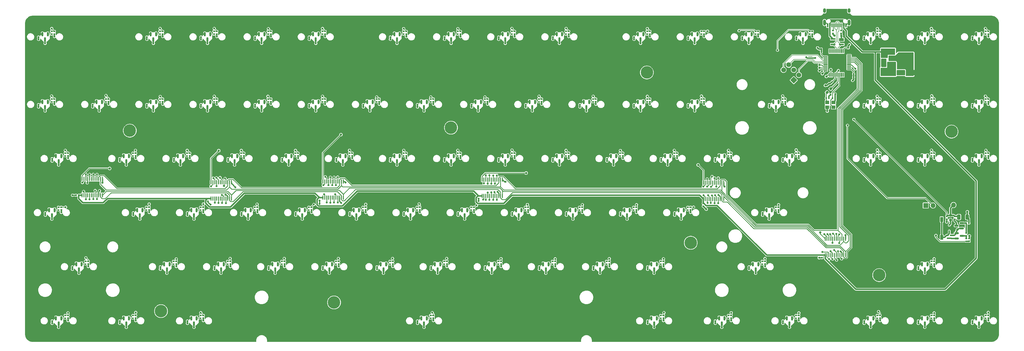
<source format=gbr>
%TF.GenerationSoftware,KiCad,Pcbnew,7.0.6*%
%TF.CreationDate,2024-04-21T09:39:13+02:00*%
%TF.ProjectId,Arius80-HE,41726975-7338-4302-9d48-452e6b696361,rev?*%
%TF.SameCoordinates,Original*%
%TF.FileFunction,Copper,L2,Bot*%
%TF.FilePolarity,Positive*%
%FSLAX46Y46*%
G04 Gerber Fmt 4.6, Leading zero omitted, Abs format (unit mm)*
G04 Created by KiCad (PCBNEW 7.0.6) date 2024-04-21 09:39:13*
%MOMM*%
%LPD*%
G01*
G04 APERTURE LIST*
G04 Aperture macros list*
%AMRoundRect*
0 Rectangle with rounded corners*
0 $1 Rounding radius*
0 $2 $3 $4 $5 $6 $7 $8 $9 X,Y pos of 4 corners*
0 Add a 4 corners polygon primitive as box body*
4,1,4,$2,$3,$4,$5,$6,$7,$8,$9,$2,$3,0*
0 Add four circle primitives for the rounded corners*
1,1,$1+$1,$2,$3*
1,1,$1+$1,$4,$5*
1,1,$1+$1,$6,$7*
1,1,$1+$1,$8,$9*
0 Add four rect primitives between the rounded corners*
20,1,$1+$1,$2,$3,$4,$5,0*
20,1,$1+$1,$4,$5,$6,$7,0*
20,1,$1+$1,$6,$7,$8,$9,0*
20,1,$1+$1,$8,$9,$2,$3,0*%
%AMHorizOval*
0 Thick line with rounded ends*
0 $1 width*
0 $2 $3 position (X,Y) of the first rounded end (center of the circle)*
0 $4 $5 position (X,Y) of the second rounded end (center of the circle)*
0 Add line between two ends*
20,1,$1,$2,$3,$4,$5,0*
0 Add two circle primitives to create the rounded ends*
1,1,$1,$2,$3*
1,1,$1,$4,$5*%
%AMRotRect*
0 Rectangle, with rotation*
0 The origin of the aperture is its center*
0 $1 length*
0 $2 width*
0 $3 Rotation angle, in degrees counterclockwise*
0 Add horizontal line*
21,1,$1,$2,0,0,$3*%
G04 Aperture macros list end*
%TA.AperFunction,ComponentPad*%
%ADD10C,4.400000*%
%TD*%
%TA.AperFunction,SMDPad,CuDef*%
%ADD11R,1.700000X1.000000*%
%TD*%
%TA.AperFunction,SMDPad,CuDef*%
%ADD12R,1.700000X0.600000*%
%TD*%
%TA.AperFunction,SMDPad,CuDef*%
%ADD13RoundRect,0.150000X-0.150000X0.587500X-0.150000X-0.587500X0.150000X-0.587500X0.150000X0.587500X0*%
%TD*%
%TA.AperFunction,SMDPad,CuDef*%
%ADD14RoundRect,0.135000X-0.185000X0.135000X-0.185000X-0.135000X0.185000X-0.135000X0.185000X0.135000X0*%
%TD*%
%TA.AperFunction,SMDPad,CuDef*%
%ADD15RoundRect,0.140000X-0.170000X0.140000X-0.170000X-0.140000X0.170000X-0.140000X0.170000X0.140000X0*%
%TD*%
%TA.AperFunction,SMDPad,CuDef*%
%ADD16RoundRect,0.250000X-0.325000X-0.650000X0.325000X-0.650000X0.325000X0.650000X-0.325000X0.650000X0*%
%TD*%
%TA.AperFunction,SMDPad,CuDef*%
%ADD17RoundRect,0.140000X0.170000X-0.140000X0.170000X0.140000X-0.170000X0.140000X-0.170000X-0.140000X0*%
%TD*%
%TA.AperFunction,ComponentPad*%
%ADD18R,1.700000X1.700000*%
%TD*%
%TA.AperFunction,ComponentPad*%
%ADD19O,1.700000X1.700000*%
%TD*%
%TA.AperFunction,SMDPad,CuDef*%
%ADD20RoundRect,0.140000X0.140000X0.170000X-0.140000X0.170000X-0.140000X-0.170000X0.140000X-0.170000X0*%
%TD*%
%TA.AperFunction,SMDPad,CuDef*%
%ADD21RoundRect,0.150000X-0.587500X-0.150000X0.587500X-0.150000X0.587500X0.150000X-0.587500X0.150000X0*%
%TD*%
%TA.AperFunction,SMDPad,CuDef*%
%ADD22RoundRect,0.135000X0.185000X-0.135000X0.185000X0.135000X-0.185000X0.135000X-0.185000X-0.135000X0*%
%TD*%
%TA.AperFunction,SMDPad,CuDef*%
%ADD23R,0.675000X0.200000*%
%TD*%
%TA.AperFunction,SMDPad,CuDef*%
%ADD24R,0.775000X0.400000*%
%TD*%
%TA.AperFunction,SMDPad,CuDef*%
%ADD25R,2.000000X1.500000*%
%TD*%
%TA.AperFunction,SMDPad,CuDef*%
%ADD26R,2.000000X3.800000*%
%TD*%
%TA.AperFunction,SMDPad,CuDef*%
%ADD27R,1.000000X1.700000*%
%TD*%
%TA.AperFunction,SMDPad,CuDef*%
%ADD28RoundRect,0.100000X-0.100000X0.637500X-0.100000X-0.637500X0.100000X-0.637500X0.100000X0.637500X0*%
%TD*%
%TA.AperFunction,SMDPad,CuDef*%
%ADD29RoundRect,0.250000X0.325000X0.650000X-0.325000X0.650000X-0.325000X-0.650000X0.325000X-0.650000X0*%
%TD*%
%TA.AperFunction,SMDPad,CuDef*%
%ADD30R,1.400000X1.200000*%
%TD*%
%TA.AperFunction,SMDPad,CuDef*%
%ADD31RoundRect,0.140000X-0.140000X-0.170000X0.140000X-0.170000X0.140000X0.170000X-0.140000X0.170000X0*%
%TD*%
%TA.AperFunction,SMDPad,CuDef*%
%ADD32RoundRect,0.075000X0.075000X-0.662500X0.075000X0.662500X-0.075000X0.662500X-0.075000X-0.662500X0*%
%TD*%
%TA.AperFunction,SMDPad,CuDef*%
%ADD33RoundRect,0.075000X0.662500X-0.075000X0.662500X0.075000X-0.662500X0.075000X-0.662500X-0.075000X0*%
%TD*%
%TA.AperFunction,SMDPad,CuDef*%
%ADD34RoundRect,0.140000X-0.219203X-0.021213X-0.021213X-0.219203X0.219203X0.021213X0.021213X0.219203X0*%
%TD*%
%TA.AperFunction,SMDPad,CuDef*%
%ADD35C,0.200000*%
%TD*%
%TA.AperFunction,SMDPad,CuDef*%
%ADD36RoundRect,0.237500X0.008839X0.344715X-0.344715X-0.008839X-0.008839X-0.344715X0.344715X0.008839X0*%
%TD*%
%TA.AperFunction,SMDPad,CuDef*%
%ADD37RoundRect,0.135000X-0.135000X-0.185000X0.135000X-0.185000X0.135000X0.185000X-0.135000X0.185000X0*%
%TD*%
%TA.AperFunction,SMDPad,CuDef*%
%ADD38R,0.600000X1.450000*%
%TD*%
%TA.AperFunction,SMDPad,CuDef*%
%ADD39R,0.300000X1.450000*%
%TD*%
%TA.AperFunction,ComponentPad*%
%ADD40O,1.000000X1.600000*%
%TD*%
%TA.AperFunction,ComponentPad*%
%ADD41O,1.000000X2.100000*%
%TD*%
%TA.AperFunction,SMDPad,CuDef*%
%ADD42RoundRect,0.150000X0.587500X0.150000X-0.587500X0.150000X-0.587500X-0.150000X0.587500X-0.150000X0*%
%TD*%
%TA.AperFunction,SMDPad,CuDef*%
%ADD43RoundRect,0.112500X-0.112500X0.187500X-0.112500X-0.187500X0.112500X-0.187500X0.112500X0.187500X0*%
%TD*%
%TA.AperFunction,SMDPad,CuDef*%
%ADD44RoundRect,0.200000X0.275000X-0.200000X0.275000X0.200000X-0.275000X0.200000X-0.275000X-0.200000X0*%
%TD*%
%TA.AperFunction,SMDPad,CuDef*%
%ADD45RoundRect,0.250000X-0.650000X0.325000X-0.650000X-0.325000X0.650000X-0.325000X0.650000X0.325000X0*%
%TD*%
%TA.AperFunction,SMDPad,CuDef*%
%ADD46RoundRect,0.250000X-0.625000X0.312500X-0.625000X-0.312500X0.625000X-0.312500X0.625000X0.312500X0*%
%TD*%
%TA.AperFunction,SMDPad,CuDef*%
%ADD47RoundRect,0.250000X0.312500X0.625000X-0.312500X0.625000X-0.312500X-0.625000X0.312500X-0.625000X0*%
%TD*%
%TA.AperFunction,ComponentPad*%
%ADD48RotRect,1.700000X1.700000X45.000000*%
%TD*%
%TA.AperFunction,ComponentPad*%
%ADD49HorizOval,1.700000X0.000000X0.000000X0.000000X0.000000X0*%
%TD*%
%TA.AperFunction,ViaPad*%
%ADD50C,0.700000*%
%TD*%
%TA.AperFunction,ViaPad*%
%ADD51C,0.800000*%
%TD*%
%TA.AperFunction,Conductor*%
%ADD52C,0.250000*%
%TD*%
%TA.AperFunction,Conductor*%
%ADD53C,0.500000*%
%TD*%
%TA.AperFunction,Conductor*%
%ADD54C,0.200000*%
%TD*%
%TA.AperFunction,Conductor*%
%ADD55C,0.300000*%
%TD*%
%TA.AperFunction,Conductor*%
%ADD56C,0.400000*%
%TD*%
G04 APERTURE END LIST*
%TO.C,NT3*%
G36*
X357400000Y-90500000D02*
G01*
X358400000Y-90500000D01*
X358400000Y-88700000D01*
X357400000Y-88700000D01*
X357400000Y-90500000D01*
G37*
%TD*%
D10*
%TO.P,H3,1*%
%TO.N,N/C*%
X92860000Y-173600000D03*
%TD*%
%TO.P,H7,1*%
%TO.N,N/C*%
X371050000Y-110380000D03*
%TD*%
%TO.P,H4,1*%
%TO.N,N/C*%
X194910000Y-108990000D03*
%TD*%
%TO.P,H1,1*%
%TO.N,N/C*%
X81880000Y-110040000D03*
%TD*%
%TO.P,H6,1*%
%TO.N,N/C*%
X279280000Y-149530000D03*
%TD*%
%TO.P,H2,1*%
%TO.N,N/C*%
X263840000Y-89550000D03*
%TD*%
%TO.P,H5,1*%
%TO.N,N/C*%
X153760000Y-170550000D03*
%TD*%
%TO.P,H8,1*%
%TO.N,N/C*%
X345580000Y-160930000D03*
%TD*%
D11*
%TO.P,U9,1,GND*%
%TO.N,GND*%
X332320000Y-77970000D03*
D12*
%TO.P,U9,2,IO1*%
%TO.N,USB_D+*%
X332320000Y-79670000D03*
%TO.P,U9,3,IO2*%
%TO.N,USB_D-*%
X329320000Y-79670000D03*
%TO.P,U9,4,VCC*%
%TO.N,+5V*%
X329320000Y-77770000D03*
%TD*%
D13*
%TO.P,HALL34,1,VDD*%
%TO.N,+3V3*%
X55892500Y-118945000D03*
%TO.P,HALL34,2,GND*%
%TO.N,GND*%
X56842500Y-120820000D03*
%TO.P,HALL34,3,VOUT*%
%TO.N,Net-(HALL34-VOUT)*%
X57792500Y-118945000D03*
%TD*%
D14*
%TO.P,R87,1*%
%TO.N,/multiplexers/keys/KEYS_5_8*%
X363942500Y-175075000D03*
%TO.P,R87,2*%
%TO.N,Net-(HALL85-VOUT)*%
X363942500Y-176095000D03*
%TD*%
D15*
%TO.P,C104,1*%
%TO.N,/multiplexers/keys/KEYS_2_9*%
X236355000Y-117925000D03*
%TO.P,C104,2*%
%TO.N,GND*%
X236355000Y-118885000D03*
%TD*%
D13*
%TO.P,HALL13,1,VDD*%
%TO.N,+3V3*%
X317830000Y-76082500D03*
%TO.P,HALL13,2,GND*%
%TO.N,GND*%
X318780000Y-77957500D03*
%TO.P,HALL13,3,VOUT*%
%TO.N,Net-(HALL13-VOUT)*%
X319730000Y-76082500D03*
%TD*%
%TO.P,HALL17,1,VDD*%
%TO.N,+3V3*%
X51130000Y-99895000D03*
%TO.P,HALL17,2,GND*%
%TO.N,GND*%
X52080000Y-101770000D03*
%TO.P,HALL17,3,VOUT*%
%TO.N,Net-(HALL17-VOUT)*%
X53030000Y-99895000D03*
%TD*%
D16*
%TO.P,C191,1*%
%TO.N,/BOOT0*%
X373635000Y-140462000D03*
%TO.P,C191,2*%
%TO.N,GND*%
X376585000Y-140462000D03*
%TD*%
D14*
%TO.P,R15,1*%
%TO.N,/multiplexers/keys/KEYS_0_12*%
X321080000Y-75062500D03*
%TO.P,R15,2*%
%TO.N,Net-(HALL13-VOUT)*%
X321080000Y-76082500D03*
%TD*%
D15*
%TO.P,C182,1*%
%TO.N,/multiplexers/keys/KEYS_5_5*%
X293505000Y-175075000D03*
%TO.P,C182,2*%
%TO.N,GND*%
X293505000Y-176035000D03*
%TD*%
D14*
%TO.P,R27,1*%
%TO.N,/multiplexers/keys/KEYS_1_8*%
X206780000Y-98875000D03*
%TO.P,R27,2*%
%TO.N,Net-(HALL25-VOUT)*%
X206780000Y-99895000D03*
%TD*%
D15*
%TO.P,C108,1*%
%TO.N,/multiplexers/keys/KEYS_2_11*%
X274455000Y-117925000D03*
%TO.P,C108,2*%
%TO.N,GND*%
X274455000Y-118885000D03*
%TD*%
D13*
%TO.P,HALL55,1,VDD*%
%TO.N,+3V3*%
X141617500Y-137995000D03*
%TO.P,HALL55,2,GND*%
%TO.N,GND*%
X142567500Y-139870000D03*
%TO.P,HALL55,3,VOUT*%
%TO.N,Net-(HALL55-VOUT)*%
X143517500Y-137995000D03*
%TD*%
%TO.P,HALL32,1,VDD*%
%TO.N,+3V3*%
X360692500Y-99895000D03*
%TO.P,HALL32,2,GND*%
%TO.N,GND*%
X361642500Y-101770000D03*
%TO.P,HALL32,3,VOUT*%
%TO.N,Net-(HALL32-VOUT)*%
X362592500Y-99895000D03*
%TD*%
D17*
%TO.P,C185,1*%
%TO.N,GND*%
X340292500Y-177055000D03*
%TO.P,C185,2*%
%TO.N,+3V3*%
X340292500Y-176095000D03*
%TD*%
D15*
%TO.P,C66,1*%
%TO.N,/multiplexers/keys/KEYS_1_7*%
X188730000Y-98875000D03*
%TO.P,C66,2*%
%TO.N,GND*%
X188730000Y-99835000D03*
%TD*%
D17*
%TO.P,C103,1*%
%TO.N,GND*%
X230755000Y-119905000D03*
%TO.P,C103,2*%
%TO.N,+3V3*%
X230755000Y-118945000D03*
%TD*%
D14*
%TO.P,R8,1*%
%TO.N,/multiplexers/keys/KEYS_0_5*%
X178205000Y-75062500D03*
%TO.P,R8,2*%
%TO.N,Net-(HALL6-VOUT)*%
X178205000Y-76082500D03*
%TD*%
D17*
%TO.P,C83,1*%
%TO.N,GND*%
X378392500Y-100855000D03*
%TO.P,C83,2*%
%TO.N,+3V3*%
X378392500Y-99895000D03*
%TD*%
D13*
%TO.P,HALL77,1,VDD*%
%TO.N,+3V3*%
X55892500Y-176095000D03*
%TO.P,HALL77,2,GND*%
%TO.N,GND*%
X56842500Y-177970000D03*
%TO.P,HALL77,3,VOUT*%
%TO.N,Net-(HALL77-VOUT)*%
X57792500Y-176095000D03*
%TD*%
D17*
%TO.P,C111,1*%
%TO.N,GND*%
X311717500Y-119905000D03*
%TO.P,C111,2*%
%TO.N,+3V3*%
X311717500Y-118945000D03*
%TD*%
D14*
%TO.P,R60,1*%
%TO.N,/multiplexers/keys/KEYS_3_7*%
X202017500Y-136975000D03*
%TO.P,R60,2*%
%TO.N,Net-(HALL58-VOUT)*%
X202017500Y-137995000D03*
%TD*%
D15*
%TO.P,C122,1*%
%TO.N,/multiplexers/keys/KEYS_3_1*%
X88717500Y-136975000D03*
%TO.P,C122,2*%
%TO.N,GND*%
X88717500Y-137935000D03*
%TD*%
D14*
%TO.P,R66,1*%
%TO.N,/multiplexers/keys/KEYS_4_0*%
X66286250Y-156025000D03*
%TO.P,R66,2*%
%TO.N,Net-(HALL64-VOUT)*%
X66286250Y-157045000D03*
%TD*%
D13*
%TO.P,HALL4,1,VDD*%
%TO.N,+3V3*%
X127330000Y-76082500D03*
%TO.P,HALL4,2,GND*%
%TO.N,GND*%
X128280000Y-77957500D03*
%TO.P,HALL4,3,VOUT*%
%TO.N,Net-(HALL4-VOUT)*%
X129230000Y-76082500D03*
%TD*%
D18*
%TO.P,J3,1,Pin_1*%
%TO.N,+3V3*%
X369195000Y-136240000D03*
D19*
%TO.P,J3,2,Pin_2*%
%TO.N,/BOOT0*%
X371735000Y-136240000D03*
%TD*%
D17*
%TO.P,C143,1*%
%TO.N,GND*%
X304573750Y-138955000D03*
%TO.P,C143,2*%
%TO.N,+3V3*%
X304573750Y-137995000D03*
%TD*%
D15*
%TO.P,C64,1*%
%TO.N,/multiplexers/keys/KEYS_1_6*%
X169680000Y-98875000D03*
%TO.P,C64,2*%
%TO.N,GND*%
X169680000Y-99835000D03*
%TD*%
D14*
%TO.P,R38,1*%
%TO.N,/multiplexers/keys/KEYS_2_2*%
X102005000Y-117925000D03*
%TO.P,R38,2*%
%TO.N,Net-(HALL36-VOUT)*%
X102005000Y-118945000D03*
%TD*%
D15*
%TO.P,C166,1*%
%TO.N,/multiplexers/keys/KEYS_4_10*%
X269692500Y-156025000D03*
%TO.P,C166,2*%
%TO.N,GND*%
X269692500Y-156985000D03*
%TD*%
D14*
%TO.P,R48,1*%
%TO.N,/multiplexers/keys/KEYS_2_12*%
X292505000Y-117925000D03*
%TO.P,R48,2*%
%TO.N,Net-(HALL46-VOUT)*%
X292505000Y-118945000D03*
%TD*%
D17*
%TO.P,C121,1*%
%TO.N,GND*%
X83117500Y-138955000D03*
%TO.P,C121,2*%
%TO.N,+3V3*%
X83117500Y-137995000D03*
%TD*%
D20*
%TO.P,C6,1*%
%TO.N,+3V3*%
X326180000Y-82350000D03*
%TO.P,C6,2*%
%TO.N,GND*%
X325220000Y-82350000D03*
%TD*%
D15*
%TO.P,C176,1*%
%TO.N,/multiplexers/keys/KEYS_5_2*%
X107767500Y-175075000D03*
%TO.P,C176,2*%
%TO.N,GND*%
X107767500Y-176035000D03*
%TD*%
D17*
%TO.P,C45,1*%
%TO.N,GND*%
X340292500Y-77042500D03*
%TO.P,C45,2*%
%TO.N,+3V3*%
X340292500Y-76082500D03*
%TD*%
D13*
%TO.P,HALL59,1,VDD*%
%TO.N,+3V3*%
X217817500Y-137995000D03*
%TO.P,HALL59,2,GND*%
%TO.N,GND*%
X218767500Y-139870000D03*
%TO.P,HALL59,3,VOUT*%
%TO.N,Net-(HALL59-VOUT)*%
X219717500Y-137995000D03*
%TD*%
D17*
%TO.P,C169,1*%
%TO.N,GND*%
X359342500Y-158005000D03*
%TO.P,C169,2*%
%TO.N,+3V3*%
X359342500Y-157045000D03*
%TD*%
%TO.P,C91,1*%
%TO.N,GND*%
X116455000Y-119905000D03*
%TO.P,C91,2*%
%TO.N,+3V3*%
X116455000Y-118945000D03*
%TD*%
D15*
%TO.P,C114,1*%
%TO.N,/multiplexers/keys/KEYS_2_14*%
X345892500Y-117925000D03*
%TO.P,C114,2*%
%TO.N,GND*%
X345892500Y-118885000D03*
%TD*%
D17*
%TO.P,C157,1*%
%TO.N,GND*%
X187892500Y-158005000D03*
%TO.P,C157,2*%
%TO.N,+3V3*%
X187892500Y-157045000D03*
%TD*%
D13*
%TO.P,HALL86,1,VDD*%
%TO.N,+3V3*%
X379742500Y-176095000D03*
%TO.P,HALL86,2,GND*%
%TO.N,GND*%
X380692500Y-177970000D03*
%TO.P,HALL86,3,VOUT*%
%TO.N,Net-(HALL86-VOUT)*%
X381642500Y-176095000D03*
%TD*%
%TO.P,HALL8,1,VDD*%
%TO.N,+3V3*%
X213055000Y-76082500D03*
%TO.P,HALL8,2,GND*%
%TO.N,GND*%
X214005000Y-77957500D03*
%TO.P,HALL8,3,VOUT*%
%TO.N,Net-(HALL8-VOUT)*%
X214955000Y-76082500D03*
%TD*%
D17*
%TO.P,C89,1*%
%TO.N,GND*%
X97405000Y-119905000D03*
%TO.P,C89,2*%
%TO.N,+3V3*%
X97405000Y-118945000D03*
%TD*%
D15*
%TO.P,C96,1*%
%TO.N,/multiplexers/keys/KEYS_2_5*%
X160155000Y-117925000D03*
%TO.P,C96,2*%
%TO.N,GND*%
X160155000Y-118885000D03*
%TD*%
D14*
%TO.P,R9,1*%
%TO.N,/multiplexers/keys/KEYS_0_6*%
X197255000Y-75062500D03*
%TO.P,R9,2*%
%TO.N,Net-(HALL7-VOUT)*%
X197255000Y-76082500D03*
%TD*%
D17*
%TO.P,C129,1*%
%TO.N,GND*%
X159317500Y-138955000D03*
%TO.P,C129,2*%
%TO.N,+3V3*%
X159317500Y-137995000D03*
%TD*%
D14*
%TO.P,R46,1*%
%TO.N,/multiplexers/keys/KEYS_2_10*%
X254405000Y-117925000D03*
%TO.P,R46,2*%
%TO.N,Net-(HALL44-VOUT)*%
X254405000Y-118945000D03*
%TD*%
D15*
%TO.P,C86,1*%
%TO.N,/multiplexers/keys/KEYS_2_0*%
X60142500Y-117925000D03*
%TO.P,C86,2*%
%TO.N,GND*%
X60142500Y-118885000D03*
%TD*%
D14*
%TO.P,R20,1*%
%TO.N,/multiplexers/keys/KEYS_1_1*%
X73430000Y-98875000D03*
%TO.P,R20,2*%
%TO.N,Net-(HALL18-VOUT)*%
X73430000Y-99895000D03*
%TD*%
D13*
%TO.P,HALL64,1,VDD*%
%TO.N,+3V3*%
X63036250Y-157045000D03*
%TO.P,HALL64,2,GND*%
%TO.N,GND*%
X63986250Y-158920000D03*
%TO.P,HALL64,3,VOUT*%
%TO.N,Net-(HALL64-VOUT)*%
X64936250Y-157045000D03*
%TD*%
D17*
%TO.P,C41,1*%
%TO.N,GND*%
X297430000Y-77042500D03*
%TO.P,C41,2*%
%TO.N,+3V3*%
X297430000Y-76082500D03*
%TD*%
D15*
%TO.P,C34,1*%
%TO.N,/multiplexers/keys/KEYS_0_7*%
X217305000Y-75062500D03*
%TO.P,C34,2*%
%TO.N,GND*%
X217305000Y-76022500D03*
%TD*%
D13*
%TO.P,HALL35,1,VDD*%
%TO.N,+3V3*%
X79705000Y-118945000D03*
%TO.P,HALL35,2,GND*%
%TO.N,GND*%
X80655000Y-120820000D03*
%TO.P,HALL35,3,VOUT*%
%TO.N,Net-(HALL35-VOUT)*%
X81605000Y-118945000D03*
%TD*%
D15*
%TO.P,C17,1*%
%TO.N,+5V*%
X109370000Y-133950000D03*
%TO.P,C17,2*%
%TO.N,GND*%
X109370000Y-134910000D03*
%TD*%
D13*
%TO.P,HALL42,1,VDD*%
%TO.N,+3V3*%
X213055000Y-118945000D03*
%TO.P,HALL42,2,GND*%
%TO.N,GND*%
X214005000Y-120820000D03*
%TO.P,HALL42,3,VOUT*%
%TO.N,Net-(HALL42-VOUT)*%
X214955000Y-118945000D03*
%TD*%
%TO.P,HALL21,1,VDD*%
%TO.N,+3V3*%
X127330000Y-99895000D03*
%TO.P,HALL21,2,GND*%
%TO.N,GND*%
X128280000Y-101770000D03*
%TO.P,HALL21,3,VOUT*%
%TO.N,Net-(HALL21-VOUT)*%
X129230000Y-99895000D03*
%TD*%
D15*
%TO.P,C130,1*%
%TO.N,/multiplexers/keys/KEYS_3_5*%
X164917500Y-136975000D03*
%TO.P,C130,2*%
%TO.N,GND*%
X164917500Y-137935000D03*
%TD*%
D13*
%TO.P,HALL3,1,VDD*%
%TO.N,+3V3*%
X108280000Y-76082500D03*
%TO.P,HALL3,2,GND*%
%TO.N,GND*%
X109230000Y-77957500D03*
%TO.P,HALL3,3,VOUT*%
%TO.N,Net-(HALL3-VOUT)*%
X110180000Y-76082500D03*
%TD*%
D14*
%TO.P,R39,1*%
%TO.N,/multiplexers/keys/KEYS_2_3*%
X121055000Y-117925000D03*
%TO.P,R39,2*%
%TO.N,Net-(HALL37-VOUT)*%
X121055000Y-118945000D03*
%TD*%
D15*
%TO.P,C124,1*%
%TO.N,/multiplexers/keys/KEYS_3_2*%
X107767500Y-136975000D03*
%TO.P,C124,2*%
%TO.N,GND*%
X107767500Y-137935000D03*
%TD*%
D14*
%TO.P,R17,1*%
%TO.N,/multiplexers/keys/KEYS_0_14*%
X363942500Y-75062500D03*
%TO.P,R17,2*%
%TO.N,Net-(HALL15-VOUT)*%
X363942500Y-76082500D03*
%TD*%
D15*
%TO.P,C58,1*%
%TO.N,/multiplexers/keys/KEYS_1_3*%
X112530000Y-98875000D03*
%TO.P,C58,2*%
%TO.N,GND*%
X112530000Y-99835000D03*
%TD*%
D21*
%TO.P,Q2,1,G*%
%TO.N,Net-(Q2-G)*%
X372802500Y-148016000D03*
%TO.P,Q2,2,S*%
%TO.N,GND*%
X372802500Y-146116000D03*
%TO.P,Q2,3,D*%
%TO.N,Net-(Q2-D)*%
X374677500Y-147066000D03*
%TD*%
D13*
%TO.P,HALL20,1,VDD*%
%TO.N,+3V3*%
X108280000Y-99895000D03*
%TO.P,HALL20,2,GND*%
%TO.N,GND*%
X109230000Y-101770000D03*
%TO.P,HALL20,3,VOUT*%
%TO.N,Net-(HALL20-VOUT)*%
X110180000Y-99895000D03*
%TD*%
D17*
%TO.P,C147,1*%
%TO.N,GND*%
X92642500Y-158005000D03*
%TO.P,C147,2*%
%TO.N,+3V3*%
X92642500Y-157045000D03*
%TD*%
%TO.P,C155,1*%
%TO.N,GND*%
X168842500Y-158005000D03*
%TO.P,C155,2*%
%TO.N,+3V3*%
X168842500Y-157045000D03*
%TD*%
%TO.P,C73,1*%
%TO.N,GND*%
X259330000Y-100855000D03*
%TO.P,C73,2*%
%TO.N,+3V3*%
X259330000Y-99895000D03*
%TD*%
D22*
%TO.P,R2,1*%
%TO.N,GND*%
X332210000Y-75800000D03*
%TO.P,R2,2*%
%TO.N,Net-(J1-CC2)*%
X332210000Y-74780000D03*
%TD*%
D17*
%TO.P,C131,1*%
%TO.N,GND*%
X178367500Y-138955000D03*
%TO.P,C131,2*%
%TO.N,+3V3*%
X178367500Y-137995000D03*
%TD*%
D14*
%TO.P,R34,1*%
%TO.N,/multiplexers/keys/KEYS_1_15*%
X363942500Y-98875000D03*
%TO.P,R34,2*%
%TO.N,Net-(HALL32-VOUT)*%
X363942500Y-99895000D03*
%TD*%
D17*
%TO.P,C105,1*%
%TO.N,GND*%
X249805000Y-119905000D03*
%TO.P,C105,2*%
%TO.N,+3V3*%
X249805000Y-118945000D03*
%TD*%
D15*
%TO.P,C102,1*%
%TO.N,/multiplexers/keys/KEYS_2_8*%
X217305000Y-117925000D03*
%TO.P,C102,2*%
%TO.N,GND*%
X217305000Y-118885000D03*
%TD*%
D13*
%TO.P,HALL2,1,VDD*%
%TO.N,+3V3*%
X89230000Y-76082500D03*
%TO.P,HALL2,2,GND*%
%TO.N,GND*%
X90180000Y-77957500D03*
%TO.P,HALL2,3,VOUT*%
%TO.N,Net-(HALL2-VOUT)*%
X91130000Y-76082500D03*
%TD*%
D14*
%TO.P,R45,1*%
%TO.N,/multiplexers/keys/KEYS_2_9*%
X235355000Y-117925000D03*
%TO.P,R45,2*%
%TO.N,Net-(HALL43-VOUT)*%
X235355000Y-118945000D03*
%TD*%
D15*
%TO.P,C24,1*%
%TO.N,/multiplexers/keys/KEYS_0_2*%
X112530000Y-75062500D03*
%TO.P,C24,2*%
%TO.N,GND*%
X112530000Y-76022500D03*
%TD*%
D14*
%TO.P,R36,1*%
%TO.N,/multiplexers/keys/KEYS_2_0*%
X59142500Y-117925000D03*
%TO.P,R36,2*%
%TO.N,Net-(HALL34-VOUT)*%
X59142500Y-118945000D03*
%TD*%
D15*
%TO.P,C164,1*%
%TO.N,/multiplexers/keys/KEYS_4_9*%
X250642500Y-156025000D03*
%TO.P,C164,2*%
%TO.N,GND*%
X250642500Y-156985000D03*
%TD*%
D13*
%TO.P,HALL38,1,VDD*%
%TO.N,+3V3*%
X136855000Y-118945000D03*
%TO.P,HALL38,2,GND*%
%TO.N,GND*%
X137805000Y-120820000D03*
%TO.P,HALL38,3,VOUT*%
%TO.N,Net-(HALL38-VOUT)*%
X138755000Y-118945000D03*
%TD*%
%TO.P,HALL83,1,VDD*%
%TO.N,+3V3*%
X313067500Y-176095000D03*
%TO.P,HALL83,2,GND*%
%TO.N,GND*%
X314017500Y-177970000D03*
%TO.P,HALL83,3,VOUT*%
%TO.N,Net-(HALL83-VOUT)*%
X314967500Y-176095000D03*
%TD*%
D23*
%TO.P,U1,1,IO1*%
%TO.N,/SWCLK*%
X320950000Y-85440000D03*
%TO.P,U1,2,IO2*%
%TO.N,/SWDIO*%
X320950000Y-84940000D03*
D24*
%TO.P,U1,3,GND*%
%TO.N,GND*%
X321000000Y-84440000D03*
D23*
%TO.P,U1,4,D2+*%
%TO.N,unconnected-(U1-D2+-Pad4)*%
X320950000Y-83940000D03*
%TO.P,U1,5,D2-*%
%TO.N,/SWO*%
X320950000Y-83440000D03*
%TO.P,U1,6,NC*%
X321825000Y-83440000D03*
%TO.P,U1,7,NC*%
%TO.N,unconnected-(U1-D2+-Pad4)*%
X321825000Y-83940000D03*
D24*
%TO.P,U1,8,GND*%
%TO.N,GND*%
X321775000Y-84440000D03*
D23*
%TO.P,U1,9,NC*%
%TO.N,/SWDIO*%
X321825000Y-84940000D03*
%TO.P,U1,10,NC*%
%TO.N,/SWCLK*%
X321825000Y-85440000D03*
%TD*%
D13*
%TO.P,HALL65,1,VDD*%
%TO.N,+3V3*%
X93992500Y-157045000D03*
%TO.P,HALL65,2,GND*%
%TO.N,GND*%
X94942500Y-158920000D03*
%TO.P,HALL65,3,VOUT*%
%TO.N,Net-(HALL65-VOUT)*%
X95892500Y-157045000D03*
%TD*%
D14*
%TO.P,R72,1*%
%TO.N,/multiplexers/keys/KEYS_4_6*%
X192492500Y-156025000D03*
%TO.P,R72,2*%
%TO.N,Net-(HALL70-VOUT)*%
X192492500Y-157045000D03*
%TD*%
D25*
%TO.P,U10,1,GND*%
%TO.N,GND*%
X349943750Y-86875000D03*
%TO.P,U10,2,VO*%
%TO.N,/ldo_output*%
X349943750Y-84575000D03*
D26*
X356243750Y-84575000D03*
D25*
%TO.P,U10,3,VI*%
%TO.N,+5V*%
X349943750Y-82275000D03*
%TD*%
D14*
%TO.P,R49,1*%
%TO.N,/multiplexers/keys/KEYS_2_13*%
X316317500Y-117925000D03*
%TO.P,R49,2*%
%TO.N,Net-(HALL47-VOUT)*%
X316317500Y-118945000D03*
%TD*%
D13*
%TO.P,HALL85,1,VDD*%
%TO.N,+3V3*%
X360692500Y-176095000D03*
%TO.P,HALL85,2,GND*%
%TO.N,GND*%
X361642500Y-177970000D03*
%TO.P,HALL85,3,VOUT*%
%TO.N,Net-(HALL85-VOUT)*%
X362592500Y-176095000D03*
%TD*%
D22*
%TO.P,R1,1*%
%TO.N,GND*%
X329320000Y-75800000D03*
%TO.P,R1,2*%
%TO.N,Net-(J1-CC1)*%
X329320000Y-74780000D03*
%TD*%
D14*
%TO.P,R61,1*%
%TO.N,/multiplexers/keys/KEYS_3_8*%
X221067500Y-136975000D03*
%TO.P,R61,2*%
%TO.N,Net-(HALL59-VOUT)*%
X221067500Y-137995000D03*
%TD*%
D13*
%TO.P,HALL40,1,VDD*%
%TO.N,+3V3*%
X174955000Y-118945000D03*
%TO.P,HALL40,2,GND*%
%TO.N,GND*%
X175905000Y-120820000D03*
%TO.P,HALL40,3,VOUT*%
%TO.N,Net-(HALL40-VOUT)*%
X176855000Y-118945000D03*
%TD*%
D17*
%TO.P,C153,1*%
%TO.N,GND*%
X149792500Y-158005000D03*
%TO.P,C153,2*%
%TO.N,+3V3*%
X149792500Y-157045000D03*
%TD*%
D13*
%TO.P,HALL47,1,VDD*%
%TO.N,+3V3*%
X313067500Y-118945000D03*
%TO.P,HALL47,2,GND*%
%TO.N,GND*%
X314017500Y-120820000D03*
%TO.P,HALL47,3,VOUT*%
%TO.N,Net-(HALL47-VOUT)*%
X314967500Y-118945000D03*
%TD*%
%TO.P,HALL7,1,VDD*%
%TO.N,+3V3*%
X194005000Y-76082500D03*
%TO.P,HALL7,2,GND*%
%TO.N,GND*%
X194955000Y-77957500D03*
%TO.P,HALL7,3,VOUT*%
%TO.N,Net-(HALL7-VOUT)*%
X195905000Y-76082500D03*
%TD*%
D15*
%TO.P,C78,1*%
%TO.N,/multiplexers/keys/KEYS_1_13*%
X312555000Y-98875000D03*
%TO.P,C78,2*%
%TO.N,GND*%
X312555000Y-99835000D03*
%TD*%
D17*
%TO.P,C151,1*%
%TO.N,GND*%
X130742500Y-158005000D03*
%TO.P,C151,2*%
%TO.N,+3V3*%
X130742500Y-157045000D03*
%TD*%
%TO.P,C27,1*%
%TO.N,GND*%
X145030000Y-77042500D03*
%TO.P,C27,2*%
%TO.N,+3V3*%
X145030000Y-76082500D03*
%TD*%
D14*
%TO.P,R77,1*%
%TO.N,/multiplexers/keys/KEYS_4_11*%
X304411250Y-156025000D03*
%TO.P,R77,2*%
%TO.N,Net-(HALL75-VOUT)*%
X304411250Y-157045000D03*
%TD*%
%TO.P,R63,1*%
%TO.N,/multiplexers/keys/KEYS_3_10*%
X259167500Y-136975000D03*
%TO.P,R63,2*%
%TO.N,Net-(HALL61-VOUT)*%
X259167500Y-137995000D03*
%TD*%
D13*
%TO.P,HALL81,1,VDD*%
%TO.N,+3V3*%
X265442500Y-176095000D03*
%TO.P,HALL81,2,GND*%
%TO.N,GND*%
X266392500Y-177970000D03*
%TO.P,HALL81,3,VOUT*%
%TO.N,Net-(HALL81-VOUT)*%
X267342500Y-176095000D03*
%TD*%
D17*
%TO.P,C135,1*%
%TO.N,GND*%
X216467500Y-138955000D03*
%TO.P,C135,2*%
%TO.N,+3V3*%
X216467500Y-137995000D03*
%TD*%
%TO.P,C53,1*%
%TO.N,GND*%
X68830000Y-100855000D03*
%TO.P,C53,2*%
%TO.N,+3V3*%
X68830000Y-99895000D03*
%TD*%
%TO.P,C79,1*%
%TO.N,GND*%
X340292500Y-100855000D03*
%TO.P,C79,2*%
%TO.N,+3V3*%
X340292500Y-99895000D03*
%TD*%
D14*
%TO.P,R50,1*%
%TO.N,/multiplexers/keys/KEYS_2_14*%
X344892500Y-117925000D03*
%TO.P,R50,2*%
%TO.N,Net-(HALL48-VOUT)*%
X344892500Y-118945000D03*
%TD*%
D27*
%TO.P,SW1,1,A*%
%TO.N,+3V3*%
X363790000Y-141320000D03*
X363790000Y-147620000D03*
%TO.P,SW1,2,B*%
%TO.N,/reset/switch*%
X367590000Y-141320000D03*
X367590000Y-147620000D03*
%TD*%
D14*
%TO.P,R44,1*%
%TO.N,/multiplexers/keys/KEYS_2_8*%
X216305000Y-117925000D03*
%TO.P,R44,2*%
%TO.N,Net-(HALL42-VOUT)*%
X216305000Y-118945000D03*
%TD*%
D17*
%TO.P,C67,1*%
%TO.N,GND*%
X202180000Y-100855000D03*
%TO.P,C67,2*%
%TO.N,+3V3*%
X202180000Y-99895000D03*
%TD*%
D15*
%TO.P,C92,1*%
%TO.N,/multiplexers/keys/KEYS_2_3*%
X122055000Y-117925000D03*
%TO.P,C92,2*%
%TO.N,GND*%
X122055000Y-118885000D03*
%TD*%
%TO.P,C80,1*%
%TO.N,/multiplexers/keys/KEYS_1_14*%
X345892500Y-98875000D03*
%TO.P,C80,2*%
%TO.N,GND*%
X345892500Y-99835000D03*
%TD*%
D13*
%TO.P,HALL79,1,VDD*%
%TO.N,+3V3*%
X103517500Y-176095000D03*
%TO.P,HALL79,2,GND*%
%TO.N,GND*%
X104467500Y-177970000D03*
%TO.P,HALL79,3,VOUT*%
%TO.N,Net-(HALL79-VOUT)*%
X105417500Y-176095000D03*
%TD*%
D28*
%TO.P,U4,1,COM*%
%TO.N,ADC123_IN1*%
X110480000Y-128225000D03*
%TO.P,U4,2,I7*%
%TO.N,/multiplexers/keys/KEYS_2_2*%
X111130000Y-128225000D03*
%TO.P,U4,3,I6*%
%TO.N,/multiplexers/keys/KEYS_0_2*%
X111780000Y-128225000D03*
%TO.P,U4,4,I5*%
%TO.N,/multiplexers/keys/KEYS_1_2*%
X112430000Y-128225000D03*
%TO.P,U4,5,I4*%
%TO.N,/multiplexers/keys/KEYS_1_3*%
X113080000Y-128225000D03*
%TO.P,U4,6,I3*%
%TO.N,unconnected-(U4-I3-Pad6)*%
X113730000Y-128225000D03*
%TO.P,U4,7,I2*%
%TO.N,/multiplexers/keys/KEYS_0_3*%
X114380000Y-128225000D03*
%TO.P,U4,8,I1*%
%TO.N,/multiplexers/keys/KEYS_2_4*%
X115030000Y-128225000D03*
%TO.P,U4,9,I0*%
%TO.N,/multiplexers/keys/KEYS_2_3*%
X115680000Y-128225000D03*
%TO.P,U4,10,S0*%
%TO.N,MUX_S0*%
X116330000Y-128225000D03*
%TO.P,U4,11,S1*%
%TO.N,MUX_S1*%
X116980000Y-128225000D03*
%TO.P,U4,12,GND*%
%TO.N,GND*%
X117630000Y-128225000D03*
%TO.P,U4,13,S3*%
%TO.N,MUX_S3*%
X117630000Y-133950000D03*
%TO.P,U4,14,S2*%
%TO.N,MUX_S2*%
X116980000Y-133950000D03*
%TO.P,U4,15,~{E}*%
%TO.N,GND*%
X116330000Y-133950000D03*
%TO.P,U4,16,I15*%
%TO.N,/multiplexers/keys/KEYS_4_3*%
X115680000Y-133950000D03*
%TO.P,U4,17,I14*%
%TO.N,/multiplexers/keys/KEYS_3_3*%
X115030000Y-133950000D03*
%TO.P,U4,18,I13*%
%TO.N,/multiplexers/keys/KEYS_4_2*%
X114380000Y-133950000D03*
%TO.P,U4,19,I12*%
%TO.N,unconnected-(U4-I12-Pad19)*%
X113730000Y-133950000D03*
%TO.P,U4,20,I11*%
%TO.N,/multiplexers/keys/KEYS_5_2*%
X113080000Y-133950000D03*
%TO.P,U4,21,I10*%
%TO.N,unconnected-(U4-I10-Pad21)*%
X112430000Y-133950000D03*
%TO.P,U4,22,I9*%
%TO.N,/multiplexers/keys/KEYS_3_2*%
X111780000Y-133950000D03*
%TO.P,U4,23,I8*%
%TO.N,unconnected-(U4-I8-Pad23)*%
X111130000Y-133950000D03*
%TO.P,U4,24,VCC*%
%TO.N,+5V*%
X110480000Y-133950000D03*
%TD*%
D14*
%TO.P,R69,1*%
%TO.N,/multiplexers/keys/KEYS_4_3*%
X135342500Y-156025000D03*
%TO.P,R69,2*%
%TO.N,Net-(HALL67-VOUT)*%
X135342500Y-157045000D03*
%TD*%
D15*
%TO.P,C94,1*%
%TO.N,/multiplexers/keys/KEYS_2_4*%
X141105000Y-117925000D03*
%TO.P,C94,2*%
%TO.N,GND*%
X141105000Y-118885000D03*
%TD*%
D28*
%TO.P,U7,1,COM*%
%TO.N,ADC123_IN10*%
X283750000Y-128375000D03*
%TO.P,U7,2,I7*%
%TO.N,/multiplexers/keys/KEYS_2_10*%
X284400000Y-128375000D03*
%TO.P,U7,3,I6*%
%TO.N,/multiplexers/keys/KEYS_1_11*%
X285050000Y-128375000D03*
%TO.P,U7,4,I5*%
%TO.N,/multiplexers/keys/KEYS_0_9*%
X285700000Y-128375000D03*
%TO.P,U7,5,I4*%
%TO.N,/multiplexers/keys/KEYS_0_10*%
X286350000Y-128375000D03*
%TO.P,U7,6,I3*%
%TO.N,/multiplexers/keys/KEYS_2_11*%
X287000000Y-128375000D03*
%TO.P,U7,7,I2*%
%TO.N,/multiplexers/keys/KEYS_2_12*%
X287650000Y-128375000D03*
%TO.P,U7,8,I1*%
%TO.N,/multiplexers/keys/KEYS_1_12*%
X288300000Y-128375000D03*
%TO.P,U7,9,I0*%
%TO.N,/multiplexers/keys/KEYS_0_11*%
X288950000Y-128375000D03*
%TO.P,U7,10,S0*%
%TO.N,MUX_S0*%
X289600000Y-128375000D03*
%TO.P,U7,11,S1*%
%TO.N,MUX_S1*%
X290250000Y-128375000D03*
%TO.P,U7,12,GND*%
%TO.N,GND*%
X290900000Y-128375000D03*
%TO.P,U7,13,S3*%
%TO.N,MUX_S3*%
X290900000Y-134100000D03*
%TO.P,U7,14,S2*%
%TO.N,MUX_S2*%
X290250000Y-134100000D03*
%TO.P,U7,15,~{E}*%
%TO.N,GND*%
X289600000Y-134100000D03*
%TO.P,U7,16,I15*%
%TO.N,/multiplexers/keys/KEYS_5_6*%
X288950000Y-134100000D03*
%TO.P,U7,17,I14*%
%TO.N,/multiplexers/keys/KEYS_3_12*%
X288300000Y-134100000D03*
%TO.P,U7,18,I13*%
%TO.N,/multiplexers/keys/KEYS_4_11*%
X287650000Y-134100000D03*
%TO.P,U7,19,I12*%
%TO.N,/multiplexers/keys/KEYS_1_10*%
X287000000Y-134100000D03*
%TO.P,U7,20,I11*%
%TO.N,/multiplexers/keys/KEYS_5_5*%
X286350000Y-134100000D03*
%TO.P,U7,21,I10*%
%TO.N,/multiplexers/keys/KEYS_3_11*%
X285700000Y-134100000D03*
%TO.P,U7,22,I9*%
%TO.N,/multiplexers/keys/KEYS_5_4*%
X285050000Y-134100000D03*
%TO.P,U7,23,I8*%
%TO.N,/multiplexers/keys/KEYS_3_10*%
X284400000Y-134100000D03*
%TO.P,U7,24,VCC*%
%TO.N,+5V*%
X283750000Y-134100000D03*
%TD*%
D13*
%TO.P,HALL15,1,VDD*%
%TO.N,+3V3*%
X360692500Y-76082500D03*
%TO.P,HALL15,2,GND*%
%TO.N,GND*%
X361642500Y-77957500D03*
%TO.P,HALL15,3,VOUT*%
%TO.N,Net-(HALL15-VOUT)*%
X362592500Y-76082500D03*
%TD*%
D17*
%TO.P,C179,1*%
%TO.N,GND*%
X264092500Y-177055000D03*
%TO.P,C179,2*%
%TO.N,+3V3*%
X264092500Y-176095000D03*
%TD*%
D14*
%TO.P,R74,1*%
%TO.N,/multiplexers/keys/KEYS_4_8*%
X230592500Y-156025000D03*
%TO.P,R74,2*%
%TO.N,Net-(HALL72-VOUT)*%
X230592500Y-157045000D03*
%TD*%
D29*
%TO.P,C2,1*%
%TO.N,/ldo_output*%
X357075000Y-89600000D03*
%TO.P,C2,2*%
%TO.N,/out_esr*%
X354125000Y-89600000D03*
%TD*%
D15*
%TO.P,C60,1*%
%TO.N,/multiplexers/keys/KEYS_1_4*%
X131580000Y-98875000D03*
%TO.P,C60,2*%
%TO.N,GND*%
X131580000Y-99835000D03*
%TD*%
D13*
%TO.P,HALL25,1,VDD*%
%TO.N,+3V3*%
X203530000Y-99895000D03*
%TO.P,HALL25,2,GND*%
%TO.N,GND*%
X204480000Y-101770000D03*
%TO.P,HALL25,3,VOUT*%
%TO.N,Net-(HALL25-VOUT)*%
X205430000Y-99895000D03*
%TD*%
D15*
%TO.P,C26,1*%
%TO.N,/multiplexers/keys/KEYS_0_3*%
X131580000Y-75062500D03*
%TO.P,C26,2*%
%TO.N,GND*%
X131580000Y-76022500D03*
%TD*%
D13*
%TO.P,HALL58,1,VDD*%
%TO.N,+3V3*%
X198767500Y-137995000D03*
%TO.P,HALL58,2,GND*%
%TO.N,GND*%
X199717500Y-139870000D03*
%TO.P,HALL58,3,VOUT*%
%TO.N,Net-(HALL58-VOUT)*%
X200667500Y-137995000D03*
%TD*%
D30*
%TO.P,Y1,1,1*%
%TO.N,/OSC_IN*%
X329522500Y-101777500D03*
%TO.P,Y1,2,2*%
%TO.N,GND*%
X327322500Y-101777500D03*
%TO.P,Y1,3,3*%
%TO.N,Net-(C4-Pad2)*%
X327322500Y-100077500D03*
%TO.P,Y1,4,4*%
%TO.N,GND*%
X329522500Y-100077500D03*
%TD*%
D17*
%TO.P,C7,1*%
%TO.N,+3V3*%
X334700000Y-81825000D03*
%TO.P,C7,2*%
%TO.N,GND*%
X334700000Y-80865000D03*
%TD*%
D14*
%TO.P,R23,1*%
%TO.N,/multiplexers/keys/KEYS_1_4*%
X130580000Y-98875000D03*
%TO.P,R23,2*%
%TO.N,Net-(HALL21-VOUT)*%
X130580000Y-99895000D03*
%TD*%
D17*
%TO.P,C187,1*%
%TO.N,GND*%
X359342500Y-177055000D03*
%TO.P,C187,2*%
%TO.N,+3V3*%
X359342500Y-176095000D03*
%TD*%
D15*
%TO.P,C20,1*%
%TO.N,/multiplexers/keys/KEYS_0_0*%
X55380000Y-75062500D03*
%TO.P,C20,2*%
%TO.N,GND*%
X55380000Y-76022500D03*
%TD*%
D17*
%TO.P,C109,1*%
%TO.N,GND*%
X287905000Y-119905000D03*
%TO.P,C109,2*%
%TO.N,+3V3*%
X287905000Y-118945000D03*
%TD*%
D15*
%TO.P,C70,1*%
%TO.N,/multiplexers/keys/KEYS_1_9*%
X226830000Y-98875000D03*
%TO.P,C70,2*%
%TO.N,GND*%
X226830000Y-99835000D03*
%TD*%
D31*
%TO.P,C8,1*%
%TO.N,+3V3*%
X335645000Y-90100000D03*
%TO.P,C8,2*%
%TO.N,GND*%
X336605000Y-90100000D03*
%TD*%
D17*
%TO.P,C113,1*%
%TO.N,GND*%
X340292500Y-119905000D03*
%TO.P,C113,2*%
%TO.N,+3V3*%
X340292500Y-118945000D03*
%TD*%
D28*
%TO.P,U5,1,COM*%
%TO.N,ADC123_IN2*%
X149850000Y-127925000D03*
%TO.P,U5,2,I7*%
%TO.N,/multiplexers/keys/KEYS_1_4*%
X150500000Y-127925000D03*
%TO.P,U5,3,I6*%
%TO.N,/multiplexers/keys/KEYS_1_5*%
X151150000Y-127925000D03*
%TO.P,U5,4,I5*%
%TO.N,/multiplexers/keys/KEYS_0_5*%
X151800000Y-127925000D03*
%TO.P,U5,5,I4*%
%TO.N,/multiplexers/keys/KEYS_0_4*%
X152450000Y-127925000D03*
%TO.P,U5,6,I3*%
%TO.N,/multiplexers/keys/KEYS_4_7*%
X153100000Y-127925000D03*
%TO.P,U5,7,I2*%
%TO.N,/multiplexers/keys/KEYS_2_5*%
X153750000Y-127925000D03*
%TO.P,U5,8,I1*%
%TO.N,/multiplexers/keys/KEYS_3_6*%
X154400000Y-127925000D03*
%TO.P,U5,9,I0*%
%TO.N,/multiplexers/keys/KEYS_1_6*%
X155050000Y-127925000D03*
%TO.P,U5,10,S0*%
%TO.N,MUX_S0*%
X155700000Y-127925000D03*
%TO.P,U5,11,S1*%
%TO.N,MUX_S1*%
X156350000Y-127925000D03*
%TO.P,U5,12,GND*%
%TO.N,GND*%
X157000000Y-127925000D03*
%TO.P,U5,13,S3*%
%TO.N,MUX_S3*%
X157000000Y-133650000D03*
%TO.P,U5,14,S2*%
%TO.N,MUX_S2*%
X156350000Y-133650000D03*
%TO.P,U5,15,~{E}*%
%TO.N,GND*%
X155700000Y-133650000D03*
%TO.P,U5,16,I15*%
%TO.N,/multiplexers/keys/KEYS_4_6*%
X155050000Y-133650000D03*
%TO.P,U5,17,I14*%
%TO.N,/multiplexers/keys/KEYS_3_5*%
X154400000Y-133650000D03*
%TO.P,U5,18,I13*%
%TO.N,/multiplexers/keys/KEYS_4_5*%
X153750000Y-133650000D03*
%TO.P,U5,19,I12*%
%TO.N,unconnected-(U5-I12-Pad19)*%
X153100000Y-133650000D03*
%TO.P,U5,20,I11*%
%TO.N,/multiplexers/keys/KEYS_5_3*%
X152450000Y-133650000D03*
%TO.P,U5,21,I10*%
%TO.N,unconnected-(U5-I10-Pad21)*%
X151800000Y-133650000D03*
%TO.P,U5,22,I9*%
%TO.N,/multiplexers/keys/KEYS_4_4*%
X151150000Y-133650000D03*
%TO.P,U5,23,I8*%
%TO.N,/multiplexers/keys/KEYS_3_4*%
X150500000Y-133650000D03*
%TO.P,U5,24,VCC*%
%TO.N,+5V*%
X149850000Y-133650000D03*
%TD*%
D17*
%TO.P,C101,1*%
%TO.N,GND*%
X211705000Y-119905000D03*
%TO.P,C101,2*%
%TO.N,+3V3*%
X211705000Y-118945000D03*
%TD*%
D14*
%TO.P,R13,1*%
%TO.N,/multiplexers/keys/KEYS_0_10*%
X282980000Y-75062500D03*
%TO.P,R13,2*%
%TO.N,Net-(HALL11-VOUT)*%
X282980000Y-76082500D03*
%TD*%
%TO.P,R67,1*%
%TO.N,/multiplexers/keys/KEYS_4_1*%
X97242500Y-156025000D03*
%TO.P,R67,2*%
%TO.N,Net-(HALL65-VOUT)*%
X97242500Y-157045000D03*
%TD*%
D17*
%TO.P,C97,1*%
%TO.N,GND*%
X173605000Y-119905000D03*
%TO.P,C97,2*%
%TO.N,+3V3*%
X173605000Y-118945000D03*
%TD*%
D15*
%TO.P,C82,1*%
%TO.N,/multiplexers/keys/KEYS_1_15*%
X364942500Y-98875000D03*
%TO.P,C82,2*%
%TO.N,GND*%
X364942500Y-99835000D03*
%TD*%
D14*
%TO.P,R64,1*%
%TO.N,/multiplexers/keys/KEYS_3_11*%
X278217500Y-136975000D03*
%TO.P,R64,2*%
%TO.N,Net-(HALL62-VOUT)*%
X278217500Y-137995000D03*
%TD*%
D15*
%TO.P,C144,1*%
%TO.N,/multiplexers/keys/KEYS_3_12*%
X310173750Y-136975000D03*
%TO.P,C144,2*%
%TO.N,GND*%
X310173750Y-137935000D03*
%TD*%
D13*
%TO.P,HALL84,1,VDD*%
%TO.N,+3V3*%
X341642500Y-176095000D03*
%TO.P,HALL84,2,GND*%
%TO.N,GND*%
X342592500Y-177970000D03*
%TO.P,HALL84,3,VOUT*%
%TO.N,Net-(HALL84-VOUT)*%
X343542500Y-176095000D03*
%TD*%
D17*
%TO.P,C31,1*%
%TO.N,GND*%
X192655000Y-77042500D03*
%TO.P,C31,2*%
%TO.N,+3V3*%
X192655000Y-76082500D03*
%TD*%
D14*
%TO.P,R14,1*%
%TO.N,/multiplexers/keys/KEYS_0_11*%
X302030000Y-75062500D03*
%TO.P,R14,2*%
%TO.N,Net-(HALL12-VOUT)*%
X302030000Y-76082500D03*
%TD*%
D15*
%TO.P,C14,1*%
%TO.N,+5V*%
X204590000Y-133000000D03*
%TO.P,C14,2*%
%TO.N,GND*%
X204590000Y-133960000D03*
%TD*%
D17*
%TO.P,C139,1*%
%TO.N,GND*%
X254567500Y-138955000D03*
%TO.P,C139,2*%
%TO.N,+3V3*%
X254567500Y-137995000D03*
%TD*%
D15*
%TO.P,C118,1*%
%TO.N,/multiplexers/keys/KEYS_3_15*%
X383992500Y-117925000D03*
%TO.P,C118,2*%
%TO.N,GND*%
X383992500Y-118885000D03*
%TD*%
%TO.P,C30,1*%
%TO.N,/multiplexers/keys/KEYS_0_5*%
X179205000Y-75062500D03*
%TO.P,C30,2*%
%TO.N,GND*%
X179205000Y-76022500D03*
%TD*%
%TO.P,C36,1*%
%TO.N,/multiplexers/keys/KEYS_0_8*%
X236355000Y-75062500D03*
%TO.P,C36,2*%
%TO.N,GND*%
X236355000Y-76022500D03*
%TD*%
%TO.P,C52,1*%
%TO.N,/multiplexers/keys/KEYS_1_0*%
X55380000Y-98875000D03*
%TO.P,C52,2*%
%TO.N,GND*%
X55380000Y-99835000D03*
%TD*%
%TO.P,C162,1*%
%TO.N,/multiplexers/keys/KEYS_4_8*%
X231592500Y-156025000D03*
%TO.P,C162,2*%
%TO.N,GND*%
X231592500Y-156985000D03*
%TD*%
D14*
%TO.P,R90,1*%
%TO.N,/BOOT0*%
X369350000Y-140230000D03*
%TO.P,R90,2*%
%TO.N,GND*%
X369350000Y-141250000D03*
%TD*%
%TO.P,R81,1*%
%TO.N,/multiplexers/keys/KEYS_5_2*%
X106767500Y-175075000D03*
%TO.P,R81,2*%
%TO.N,Net-(HALL79-VOUT)*%
X106767500Y-176095000D03*
%TD*%
D17*
%TO.P,C173,1*%
%TO.N,GND*%
X78355000Y-177055000D03*
%TO.P,C173,2*%
%TO.N,+3V3*%
X78355000Y-176095000D03*
%TD*%
D13*
%TO.P,HALL71,1,VDD*%
%TO.N,+3V3*%
X208292500Y-157045000D03*
%TO.P,HALL71,2,GND*%
%TO.N,GND*%
X209242500Y-158920000D03*
%TO.P,HALL71,3,VOUT*%
%TO.N,Net-(HALL71-VOUT)*%
X210192500Y-157045000D03*
%TD*%
D28*
%TO.P,U8,1,COM*%
%TO.N,ADC123_IN11*%
X326580000Y-148142500D03*
%TO.P,U8,2,I7*%
%TO.N,/multiplexers/keys/KEYS_0_13*%
X327230000Y-148142500D03*
%TO.P,U8,3,I6*%
%TO.N,/multiplexers/keys/KEYS_1_14*%
X327880000Y-148142500D03*
%TO.P,U8,4,I5*%
%TO.N,/multiplexers/keys/KEYS_2_14*%
X328530000Y-148142500D03*
%TO.P,U8,5,I4*%
%TO.N,/multiplexers/keys/KEYS_3_14*%
X329180000Y-148142500D03*
%TO.P,U8,6,I3*%
%TO.N,/multiplexers/keys/KEYS_0_14*%
X329830000Y-148142500D03*
%TO.P,U8,7,I2*%
%TO.N,/multiplexers/keys/KEYS_1_15*%
X330480000Y-148142500D03*
%TO.P,U8,8,I1*%
%TO.N,/multiplexers/keys/KEYS_0_15*%
X331130000Y-148142500D03*
%TO.P,U8,9,I0*%
%TO.N,/multiplexers/keys/KEYS_2_15*%
X331780000Y-148142500D03*
%TO.P,U8,10,S0*%
%TO.N,MUX_S0*%
X332430000Y-148142500D03*
%TO.P,U8,11,S1*%
%TO.N,MUX_S1*%
X333080000Y-148142500D03*
%TO.P,U8,12,GND*%
%TO.N,GND*%
X333730000Y-148142500D03*
%TO.P,U8,13,S3*%
%TO.N,MUX_S3*%
X333730000Y-153867500D03*
%TO.P,U8,14,S2*%
%TO.N,MUX_S2*%
X333080000Y-153867500D03*
%TO.P,U8,15,~{E}*%
%TO.N,GND*%
X332430000Y-153867500D03*
%TO.P,U8,16,I15*%
%TO.N,/multiplexers/keys/KEYS_4_12*%
X331780000Y-153867500D03*
%TO.P,U8,17,I14*%
%TO.N,/multiplexers/keys/KEYS_3_15*%
X331130000Y-153867500D03*
%TO.P,U8,18,I13*%
%TO.N,/multiplexers/keys/KEYS_0_12*%
X330480000Y-153867500D03*
%TO.P,U8,19,I12*%
%TO.N,/multiplexers/keys/KEYS_5_9*%
X329830000Y-153867500D03*
%TO.P,U8,20,I11*%
%TO.N,/multiplexers/keys/KEYS_1_13*%
X329180000Y-153867500D03*
%TO.P,U8,21,I10*%
%TO.N,/multiplexers/keys/KEYS_5_8*%
X328530000Y-153867500D03*
%TO.P,U8,22,I9*%
%TO.N,/multiplexers/keys/KEYS_2_13*%
X327880000Y-153867500D03*
%TO.P,U8,23,I8*%
%TO.N,/multiplexers/keys/KEYS_5_7*%
X327230000Y-153867500D03*
%TO.P,U8,24,VCC*%
%TO.N,+5V*%
X326580000Y-153867500D03*
%TD*%
D14*
%TO.P,R10,1*%
%TO.N,/multiplexers/keys/KEYS_0_7*%
X216305000Y-75062500D03*
%TO.P,R10,2*%
%TO.N,Net-(HALL8-VOUT)*%
X216305000Y-76082500D03*
%TD*%
%TO.P,R41,1*%
%TO.N,/multiplexers/keys/KEYS_2_5*%
X159155000Y-117925000D03*
%TO.P,R41,2*%
%TO.N,Net-(HALL39-VOUT)*%
X159155000Y-118945000D03*
%TD*%
D13*
%TO.P,HALL80,1,VDD*%
%TO.N,+3V3*%
X184480000Y-176095000D03*
%TO.P,HALL80,2,GND*%
%TO.N,GND*%
X185430000Y-177970000D03*
%TO.P,HALL80,3,VOUT*%
%TO.N,Net-(HALL80-VOUT)*%
X186380000Y-176095000D03*
%TD*%
%TO.P,HALL14,1,VDD*%
%TO.N,+3V3*%
X341642500Y-76082500D03*
%TO.P,HALL14,2,GND*%
%TO.N,GND*%
X342592500Y-77957500D03*
%TO.P,HALL14,3,VOUT*%
%TO.N,Net-(HALL14-VOUT)*%
X343542500Y-76082500D03*
%TD*%
D15*
%TO.P,C76,1*%
%TO.N,/multiplexers/keys/KEYS_1_12*%
X283980000Y-98875000D03*
%TO.P,C76,2*%
%TO.N,GND*%
X283980000Y-99835000D03*
%TD*%
D13*
%TO.P,HALL43,1,VDD*%
%TO.N,+3V3*%
X232105000Y-118945000D03*
%TO.P,HALL43,2,GND*%
%TO.N,GND*%
X233055000Y-120820000D03*
%TO.P,HALL43,3,VOUT*%
%TO.N,Net-(HALL43-VOUT)*%
X234005000Y-118945000D03*
%TD*%
D14*
%TO.P,R94,1*%
%TO.N,Net-(Q2-D)*%
X376210000Y-147990000D03*
%TO.P,R94,2*%
%TO.N,/~{RESET}*%
X376210000Y-149010000D03*
%TD*%
D15*
%TO.P,C170,1*%
%TO.N,/multiplexers/keys/KEYS_4_12*%
X364942500Y-156025000D03*
%TO.P,C170,2*%
%TO.N,GND*%
X364942500Y-156985000D03*
%TD*%
D14*
%TO.P,R51,1*%
%TO.N,/multiplexers/keys/KEYS_3_14*%
X363942500Y-117925000D03*
%TO.P,R51,2*%
%TO.N,Net-(HALL49-VOUT)*%
X363942500Y-118945000D03*
%TD*%
D17*
%TO.P,C33,1*%
%TO.N,GND*%
X211705000Y-77042500D03*
%TO.P,C33,2*%
%TO.N,+3V3*%
X211705000Y-76082500D03*
%TD*%
D13*
%TO.P,HALL30,1,VDD*%
%TO.N,+3V3*%
X308305000Y-99895000D03*
%TO.P,HALL30,2,GND*%
%TO.N,GND*%
X309255000Y-101770000D03*
%TO.P,HALL30,3,VOUT*%
%TO.N,Net-(HALL30-VOUT)*%
X310205000Y-99895000D03*
%TD*%
D17*
%TO.P,C69,1*%
%TO.N,GND*%
X221230000Y-100855000D03*
%TO.P,C69,2*%
%TO.N,+3V3*%
X221230000Y-99895000D03*
%TD*%
D32*
%TO.P,U2,1,VBAT*%
%TO.N,+3V3*%
X333580000Y-90345000D03*
%TO.P,U2,2,PC13*%
%TO.N,unconnected-(U2-PC13-Pad2)*%
X333080000Y-90345000D03*
%TO.P,U2,3,PC14*%
%TO.N,unconnected-(U2-PC14-Pad3)*%
X332580000Y-90345000D03*
%TO.P,U2,4,PC15*%
%TO.N,unconnected-(U2-PC15-Pad4)*%
X332080000Y-90345000D03*
%TO.P,U2,5,PF0*%
%TO.N,/OSC_IN*%
X331580000Y-90345000D03*
%TO.P,U2,6,PF1*%
%TO.N,/OSC_OUT*%
X331080000Y-90345000D03*
%TO.P,U2,7,NRST*%
%TO.N,/~{RESET}*%
X330580000Y-90345000D03*
%TO.P,U2,8,VSSA*%
%TO.N,GND*%
X330080000Y-90345000D03*
%TO.P,U2,9,VDDA*%
%TO.N,+3V3*%
X329580000Y-90345000D03*
%TO.P,U2,10,PA0*%
%TO.N,unconnected-(U2-PA0-Pad10)*%
X329080000Y-90345000D03*
%TO.P,U2,11,PA1*%
%TO.N,ADC123_IN0*%
X328580000Y-90345000D03*
%TO.P,U2,12,PA2*%
%TO.N,ADC123_IN11*%
X328080000Y-90345000D03*
D33*
%TO.P,U2,13,PA3*%
%TO.N,ADC123_IN10*%
X326667500Y-88932500D03*
%TO.P,U2,14,PA4*%
%TO.N,ADC123_IN3*%
X326667500Y-88432500D03*
%TO.P,U2,15,PA5*%
%TO.N,ADC123_IN2*%
X326667500Y-87932500D03*
%TO.P,U2,16,PA6*%
%TO.N,ADC123_IN1*%
X326667500Y-87432500D03*
%TO.P,U2,17,PA7*%
%TO.N,unconnected-(U2-PA7-Pad17)*%
X326667500Y-86932500D03*
%TO.P,U2,18,PB0*%
%TO.N,/SWCLK*%
X326667500Y-86432500D03*
%TO.P,U2,19,PB1*%
%TO.N,/SWDIO*%
X326667500Y-85932500D03*
%TO.P,U2,20,PB2*%
%TO.N,/SWO*%
X326667500Y-85432500D03*
%TO.P,U2,21,PB10*%
%TO.N,unconnected-(U2-PB10-Pad21)*%
X326667500Y-84932500D03*
%TO.P,U2,22,PB11*%
%TO.N,unconnected-(U2-PB11-Pad22)*%
X326667500Y-84432500D03*
%TO.P,U2,23,VSS*%
%TO.N,GND*%
X326667500Y-83932500D03*
%TO.P,U2,24,VDD*%
%TO.N,+3V3*%
X326667500Y-83432500D03*
D32*
%TO.P,U2,25,PB12*%
%TO.N,unconnected-(U2-PB12-Pad25)*%
X328080000Y-82020000D03*
%TO.P,U2,26,PB13*%
%TO.N,unconnected-(U2-PB13-Pad26)*%
X328580000Y-82020000D03*
%TO.P,U2,27,PB14*%
%TO.N,unconnected-(U2-PB14-Pad27)*%
X329080000Y-82020000D03*
%TO.P,U2,28,PB15*%
%TO.N,unconnected-(U2-PB15-Pad28)*%
X329580000Y-82020000D03*
%TO.P,U2,29,PA8*%
%TO.N,unconnected-(U2-PA8-Pad29)*%
X330080000Y-82020000D03*
%TO.P,U2,30,PA9*%
%TO.N,USB_D-*%
X330580000Y-82020000D03*
%TO.P,U2,31,PA10*%
%TO.N,USB_D+*%
X331080000Y-82020000D03*
%TO.P,U2,32,PA11*%
%TO.N,unconnected-(U2-PA11-Pad32)*%
X331580000Y-82020000D03*
%TO.P,U2,33,PA12*%
%TO.N,unconnected-(U2-PA12-Pad33)*%
X332080000Y-82020000D03*
%TO.P,U2,34,PA13*%
%TO.N,unconnected-(U2-PA13-Pad34)*%
X332580000Y-82020000D03*
%TO.P,U2,35,VSS*%
%TO.N,GND*%
X333080000Y-82020000D03*
%TO.P,U2,36,VDD*%
%TO.N,+3V3*%
X333580000Y-82020000D03*
D33*
%TO.P,U2,37,PA14*%
%TO.N,unconnected-(U2-PA14-Pad37)*%
X334992500Y-83432500D03*
%TO.P,U2,38,PA15*%
%TO.N,unconnected-(U2-PA15-Pad38)*%
X334992500Y-83932500D03*
%TO.P,U2,39,PB3*%
%TO.N,MUX_S2*%
X334992500Y-84432500D03*
%TO.P,U2,40,PB4*%
%TO.N,MUX_S3*%
X334992500Y-84932500D03*
%TO.P,U2,41,PB5*%
%TO.N,MUX_S1*%
X334992500Y-85432500D03*
%TO.P,U2,42,PB6*%
%TO.N,MUX_S0*%
X334992500Y-85932500D03*
%TO.P,U2,43,PB7*%
%TO.N,unconnected-(U2-PB7-Pad43)*%
X334992500Y-86432500D03*
%TO.P,U2,44,BOOT0*%
%TO.N,/BOOT0*%
X334992500Y-86932500D03*
%TO.P,U2,45,PB8*%
%TO.N,unconnected-(U2-PB8-Pad45)*%
X334992500Y-87432500D03*
%TO.P,U2,46,PB9*%
%TO.N,unconnected-(U2-PB9-Pad46)*%
X334992500Y-87932500D03*
%TO.P,U2,47,VSS*%
%TO.N,GND*%
X334992500Y-88432500D03*
%TO.P,U2,48,VDD*%
%TO.N,+3V3*%
X334992500Y-88932500D03*
%TD*%
D13*
%TO.P,HALL41,1,VDD*%
%TO.N,+3V3*%
X194005000Y-118945000D03*
%TO.P,HALL41,2,GND*%
%TO.N,GND*%
X194955000Y-120820000D03*
%TO.P,HALL41,3,VOUT*%
%TO.N,Net-(HALL41-VOUT)*%
X195905000Y-118945000D03*
%TD*%
D15*
%TO.P,C15,1*%
%TO.N,+5V*%
X325390000Y-153867500D03*
%TO.P,C15,2*%
%TO.N,GND*%
X325390000Y-154827500D03*
%TD*%
D13*
%TO.P,HALL16,1,VDD*%
%TO.N,+3V3*%
X379742500Y-76082500D03*
%TO.P,HALL16,2,GND*%
%TO.N,GND*%
X380692500Y-77957500D03*
%TO.P,HALL16,3,VOUT*%
%TO.N,Net-(HALL16-VOUT)*%
X381642500Y-76082500D03*
%TD*%
D15*
%TO.P,C54,1*%
%TO.N,/multiplexers/keys/KEYS_1_1*%
X74430000Y-98875000D03*
%TO.P,C54,2*%
%TO.N,GND*%
X74430000Y-99835000D03*
%TD*%
D34*
%TO.P,C11,1*%
%TO.N,+3V3*%
X327190589Y-92810589D03*
%TO.P,C11,2*%
%TO.N,GND*%
X327869411Y-93489411D03*
%TD*%
D14*
%TO.P,R32,1*%
%TO.N,/multiplexers/keys/KEYS_1_13*%
X311555000Y-98875000D03*
%TO.P,R32,2*%
%TO.N,Net-(HALL30-VOUT)*%
X311555000Y-99895000D03*
%TD*%
D15*
%TO.P,C42,1*%
%TO.N,/multiplexers/keys/KEYS_0_11*%
X303030000Y-75062500D03*
%TO.P,C42,2*%
%TO.N,GND*%
X303030000Y-76022500D03*
%TD*%
D17*
%TO.P,C181,1*%
%TO.N,GND*%
X287905000Y-177055000D03*
%TO.P,C181,2*%
%TO.N,+3V3*%
X287905000Y-176095000D03*
%TD*%
%TO.P,C85,1*%
%TO.N,GND*%
X54542500Y-119905000D03*
%TO.P,C85,2*%
%TO.N,+3V3*%
X54542500Y-118945000D03*
%TD*%
D20*
%TO.P,C4,1*%
%TO.N,GND*%
X327927500Y-98602500D03*
%TO.P,C4,2*%
%TO.N,Net-(C4-Pad2)*%
X326967500Y-98602500D03*
%TD*%
D17*
%TO.P,C141,1*%
%TO.N,GND*%
X273617500Y-138955000D03*
%TO.P,C141,2*%
%TO.N,+3V3*%
X273617500Y-137995000D03*
%TD*%
D35*
%TO.P,NT3,1,1*%
%TO.N,/ldo_output*%
X357400000Y-89600000D03*
%TO.P,NT3,2,2*%
%TO.N,+3V3*%
X358400000Y-89600000D03*
%TD*%
D28*
%TO.P,U6,1,COM*%
%TO.N,ADC123_IN3*%
X205850000Y-127275000D03*
%TO.P,U6,2,I7*%
%TO.N,/multiplexers/keys/KEYS_2_7*%
X206500000Y-127275000D03*
%TO.P,U6,3,I6*%
%TO.N,/multiplexers/keys/KEYS_1_8*%
X207150000Y-127275000D03*
%TO.P,U6,4,I5*%
%TO.N,/multiplexers/keys/KEYS_0_6*%
X207800000Y-127275000D03*
%TO.P,U6,5,I4*%
%TO.N,/multiplexers/keys/KEYS_0_7*%
X208450000Y-127275000D03*
%TO.P,U6,6,I3*%
%TO.N,/multiplexers/keys/KEYS_1_9*%
X209100000Y-127275000D03*
%TO.P,U6,7,I2*%
%TO.N,/multiplexers/keys/KEYS_0_8*%
X209750000Y-127275000D03*
%TO.P,U6,8,I1*%
%TO.N,/multiplexers/keys/KEYS_2_9*%
X210400000Y-127275000D03*
%TO.P,U6,9,I0*%
%TO.N,/multiplexers/keys/KEYS_2_8*%
X211050000Y-127275000D03*
%TO.P,U6,10,S0*%
%TO.N,MUX_S0*%
X211700000Y-127275000D03*
%TO.P,U6,11,S1*%
%TO.N,MUX_S1*%
X212350000Y-127275000D03*
%TO.P,U6,12,GND*%
%TO.N,GND*%
X213000000Y-127275000D03*
%TO.P,U6,13,S3*%
%TO.N,MUX_S3*%
X213000000Y-133000000D03*
%TO.P,U6,14,S2*%
%TO.N,MUX_S2*%
X212350000Y-133000000D03*
%TO.P,U6,15,~{E}*%
%TO.N,GND*%
X211700000Y-133000000D03*
%TO.P,U6,16,I15*%
%TO.N,/multiplexers/keys/KEYS_4_10*%
X211050000Y-133000000D03*
%TO.P,U6,17,I14*%
%TO.N,/multiplexers/keys/KEYS_3_9*%
X210400000Y-133000000D03*
%TO.P,U6,18,I13*%
%TO.N,/multiplexers/keys/KEYS_3_8*%
X209750000Y-133000000D03*
%TO.P,U6,19,I12*%
%TO.N,/multiplexers/keys/KEYS_1_7*%
X209100000Y-133000000D03*
%TO.P,U6,20,I11*%
%TO.N,/multiplexers/keys/KEYS_4_9*%
X208450000Y-133000000D03*
%TO.P,U6,21,I10*%
%TO.N,/multiplexers/keys/KEYS_2_6*%
X207800000Y-133000000D03*
%TO.P,U6,22,I9*%
%TO.N,/multiplexers/keys/KEYS_4_8*%
X207150000Y-133000000D03*
%TO.P,U6,23,I8*%
%TO.N,/multiplexers/keys/KEYS_3_7*%
X206500000Y-133000000D03*
%TO.P,U6,24,VCC*%
%TO.N,+5V*%
X205850000Y-133000000D03*
%TD*%
D17*
%TO.P,C93,1*%
%TO.N,GND*%
X135505000Y-119905000D03*
%TO.P,C93,2*%
%TO.N,+3V3*%
X135505000Y-118945000D03*
%TD*%
D36*
%TO.P,R105,1*%
%TO.N,/OSC_OUT*%
X328542735Y-95282265D03*
%TO.P,R105,2*%
%TO.N,Net-(C4-Pad2)*%
X327252265Y-96572735D03*
%TD*%
D14*
%TO.P,R57,1*%
%TO.N,/multiplexers/keys/KEYS_3_4*%
X144867500Y-136975000D03*
%TO.P,R57,2*%
%TO.N,Net-(HALL55-VOUT)*%
X144867500Y-137995000D03*
%TD*%
D17*
%TO.P,C107,1*%
%TO.N,GND*%
X268855000Y-119905000D03*
%TO.P,C107,2*%
%TO.N,+3V3*%
X268855000Y-118945000D03*
%TD*%
D15*
%TO.P,C100,1*%
%TO.N,/multiplexers/keys/KEYS_2_7*%
X198255000Y-117925000D03*
%TO.P,C100,2*%
%TO.N,GND*%
X198255000Y-118885000D03*
%TD*%
%TO.P,C110,1*%
%TO.N,/multiplexers/keys/KEYS_2_12*%
X293505000Y-117925000D03*
%TO.P,C110,2*%
%TO.N,GND*%
X293505000Y-118885000D03*
%TD*%
D37*
%TO.P,R93,1*%
%TO.N,Net-(Q1-G)*%
X376150000Y-142600000D03*
%TO.P,R93,2*%
%TO.N,GND*%
X377170000Y-142600000D03*
%TD*%
D17*
%TO.P,C35,1*%
%TO.N,GND*%
X230755000Y-77042500D03*
%TO.P,C35,2*%
%TO.N,+3V3*%
X230755000Y-76082500D03*
%TD*%
D15*
%TO.P,C116,1*%
%TO.N,/multiplexers/keys/KEYS_3_14*%
X364942500Y-117925000D03*
%TO.P,C116,2*%
%TO.N,GND*%
X364942500Y-118885000D03*
%TD*%
D17*
%TO.P,C29,1*%
%TO.N,GND*%
X173605000Y-77042500D03*
%TO.P,C29,2*%
%TO.N,+3V3*%
X173605000Y-76082500D03*
%TD*%
D31*
%TO.P,C5,1*%
%TO.N,+3V3*%
X335645000Y-91175000D03*
%TO.P,C5,2*%
%TO.N,GND*%
X336605000Y-91175000D03*
%TD*%
D17*
%TO.P,C25,1*%
%TO.N,GND*%
X125980000Y-77042500D03*
%TO.P,C25,2*%
%TO.N,+3V3*%
X125980000Y-76082500D03*
%TD*%
D13*
%TO.P,HALL27,1,VDD*%
%TO.N,+3V3*%
X241630000Y-99895000D03*
%TO.P,HALL27,2,GND*%
%TO.N,GND*%
X242580000Y-101770000D03*
%TO.P,HALL27,3,VOUT*%
%TO.N,Net-(HALL27-VOUT)*%
X243530000Y-99895000D03*
%TD*%
D15*
%TO.P,C188,1*%
%TO.N,/multiplexers/keys/KEYS_5_8*%
X364942500Y-175075000D03*
%TO.P,C188,2*%
%TO.N,GND*%
X364942500Y-176035000D03*
%TD*%
%TO.P,C178,1*%
%TO.N,/multiplexers/keys/KEYS_5_3*%
X188730000Y-175075000D03*
%TO.P,C178,2*%
%TO.N,GND*%
X188730000Y-176035000D03*
%TD*%
D14*
%TO.P,R68,1*%
%TO.N,/multiplexers/keys/KEYS_4_2*%
X116292500Y-156025000D03*
%TO.P,R68,2*%
%TO.N,Net-(HALL66-VOUT)*%
X116292500Y-157045000D03*
%TD*%
D17*
%TO.P,C87,1*%
%TO.N,GND*%
X78355000Y-119905000D03*
%TO.P,C87,2*%
%TO.N,+3V3*%
X78355000Y-118945000D03*
%TD*%
D14*
%TO.P,R65,1*%
%TO.N,/multiplexers/keys/KEYS_3_12*%
X309173750Y-136975000D03*
%TO.P,R65,2*%
%TO.N,Net-(HALL63-VOUT)*%
X309173750Y-137995000D03*
%TD*%
D38*
%TO.P,J1,A1,GND*%
%TO.N,GND*%
X327436742Y-72892386D03*
%TO.P,J1,A4,VBUS*%
%TO.N,+5V*%
X328236742Y-72892386D03*
D39*
%TO.P,J1,A5,CC1*%
%TO.N,Net-(J1-CC1)*%
X329436742Y-72892386D03*
%TO.P,J1,A6,D+*%
%TO.N,USB_D+*%
X330436742Y-72892386D03*
%TO.P,J1,A7,D-*%
%TO.N,USB_D-*%
X330936742Y-72892386D03*
%TO.P,J1,A8,SBU1*%
%TO.N,unconnected-(J1-SBU1-PadA8)*%
X331936742Y-72892386D03*
D38*
%TO.P,J1,A9,VBUS*%
%TO.N,+5V*%
X333136742Y-72892386D03*
%TO.P,J1,A12,GND*%
%TO.N,GND*%
X333936742Y-72892386D03*
%TO.P,J1,B1,GND*%
X333936742Y-72892386D03*
%TO.P,J1,B4,VBUS*%
%TO.N,+5V*%
X333136742Y-72892386D03*
D39*
%TO.P,J1,B5,CC2*%
%TO.N,Net-(J1-CC2)*%
X332436742Y-72892386D03*
%TO.P,J1,B6,D+*%
%TO.N,USB_D+*%
X331436742Y-72892386D03*
%TO.P,J1,B7,D-*%
%TO.N,USB_D-*%
X329936742Y-72892386D03*
%TO.P,J1,B8,SBU2*%
%TO.N,unconnected-(J1-SBU2-PadB8)*%
X328936742Y-72892386D03*
D38*
%TO.P,J1,B9,VBUS*%
%TO.N,+5V*%
X328236742Y-72892386D03*
%TO.P,J1,B12,GND*%
%TO.N,GND*%
X327436742Y-72892386D03*
D40*
%TO.P,J1,S1,SHIELD*%
X326366742Y-67797386D03*
D41*
X326366742Y-71977386D03*
D40*
X335006742Y-67797386D03*
D41*
X335006742Y-71977386D03*
%TD*%
D13*
%TO.P,HALL22,1,VDD*%
%TO.N,+3V3*%
X146380000Y-99895000D03*
%TO.P,HALL22,2,GND*%
%TO.N,GND*%
X147330000Y-101770000D03*
%TO.P,HALL22,3,VOUT*%
%TO.N,Net-(HALL22-VOUT)*%
X148280000Y-99895000D03*
%TD*%
D15*
%TO.P,C84,1*%
%TO.N,/multiplexers/keys/KEYS_2_15*%
X383992500Y-98875000D03*
%TO.P,C84,2*%
%TO.N,GND*%
X383992500Y-99835000D03*
%TD*%
%TO.P,C190,1*%
%TO.N,/multiplexers/keys/KEYS_5_9*%
X383992500Y-175075000D03*
%TO.P,C190,2*%
%TO.N,GND*%
X383992500Y-176035000D03*
%TD*%
%TO.P,C174,1*%
%TO.N,/multiplexers/keys/KEYS_5_1*%
X83955000Y-175075000D03*
%TO.P,C174,2*%
%TO.N,GND*%
X83955000Y-176035000D03*
%TD*%
%TO.P,C128,1*%
%TO.N,/multiplexers/keys/KEYS_3_4*%
X145867500Y-136975000D03*
%TO.P,C128,2*%
%TO.N,GND*%
X145867500Y-137935000D03*
%TD*%
D14*
%TO.P,R25,1*%
%TO.N,/multiplexers/keys/KEYS_1_6*%
X168680000Y-98875000D03*
%TO.P,R25,2*%
%TO.N,Net-(HALL23-VOUT)*%
X168680000Y-99895000D03*
%TD*%
%TO.P,R43,1*%
%TO.N,/multiplexers/keys/KEYS_2_7*%
X197255000Y-117925000D03*
%TO.P,R43,2*%
%TO.N,Net-(HALL41-VOUT)*%
X197255000Y-118945000D03*
%TD*%
D15*
%TO.P,C180,1*%
%TO.N,/multiplexers/keys/KEYS_5_4*%
X269692500Y-175075000D03*
%TO.P,C180,2*%
%TO.N,GND*%
X269692500Y-176035000D03*
%TD*%
D13*
%TO.P,HALL75,1,VDD*%
%TO.N,+3V3*%
X301161250Y-157045000D03*
%TO.P,HALL75,2,GND*%
%TO.N,GND*%
X302111250Y-158920000D03*
%TO.P,HALL75,3,VOUT*%
%TO.N,Net-(HALL75-VOUT)*%
X303061250Y-157045000D03*
%TD*%
%TO.P,HALL67,1,VDD*%
%TO.N,+3V3*%
X132092500Y-157045000D03*
%TO.P,HALL67,2,GND*%
%TO.N,GND*%
X133042500Y-158920000D03*
%TO.P,HALL67,3,VOUT*%
%TO.N,Net-(HALL67-VOUT)*%
X133992500Y-157045000D03*
%TD*%
%TO.P,HALL72,1,VDD*%
%TO.N,+3V3*%
X227342500Y-157045000D03*
%TO.P,HALL72,2,GND*%
%TO.N,GND*%
X228292500Y-158920000D03*
%TO.P,HALL72,3,VOUT*%
%TO.N,Net-(HALL72-VOUT)*%
X229242500Y-157045000D03*
%TD*%
%TO.P,HALL1,1,VDD*%
%TO.N,+3V3*%
X51130000Y-76082500D03*
%TO.P,HALL1,2,GND*%
%TO.N,GND*%
X52080000Y-77957500D03*
%TO.P,HALL1,3,VOUT*%
%TO.N,Net-(HALL1-VOUT)*%
X53030000Y-76082500D03*
%TD*%
D20*
%TO.P,C3,1*%
%TO.N,GND*%
X330127500Y-98612500D03*
%TO.P,C3,2*%
%TO.N,/OSC_IN*%
X329167500Y-98612500D03*
%TD*%
D15*
%TO.P,C48,1*%
%TO.N,/multiplexers/keys/KEYS_0_14*%
X364942500Y-75062500D03*
%TO.P,C48,2*%
%TO.N,GND*%
X364942500Y-76022500D03*
%TD*%
D13*
%TO.P,HALL76,1,VDD*%
%TO.N,+3V3*%
X360692500Y-157045000D03*
%TO.P,HALL76,2,GND*%
%TO.N,GND*%
X361642500Y-158920000D03*
%TO.P,HALL76,3,VOUT*%
%TO.N,Net-(HALL76-VOUT)*%
X362592500Y-157045000D03*
%TD*%
D17*
%TO.P,C177,1*%
%TO.N,GND*%
X183130000Y-177055000D03*
%TO.P,C177,2*%
%TO.N,+3V3*%
X183130000Y-176095000D03*
%TD*%
D13*
%TO.P,HALL10,1,VDD*%
%TO.N,+3V3*%
X260680000Y-76082500D03*
%TO.P,HALL10,2,GND*%
%TO.N,GND*%
X261630000Y-77957500D03*
%TO.P,HALL10,3,VOUT*%
%TO.N,Net-(HALL10-VOUT)*%
X262580000Y-76082500D03*
%TD*%
D15*
%TO.P,C44,1*%
%TO.N,/multiplexers/keys/KEYS_0_12*%
X322080000Y-75062500D03*
%TO.P,C44,2*%
%TO.N,GND*%
X322080000Y-76022500D03*
%TD*%
%TO.P,C112,1*%
%TO.N,/multiplexers/keys/KEYS_2_13*%
X317317500Y-117925000D03*
%TO.P,C112,2*%
%TO.N,GND*%
X317317500Y-118885000D03*
%TD*%
D13*
%TO.P,HALL31,1,VDD*%
%TO.N,+3V3*%
X341642500Y-99895000D03*
%TO.P,HALL31,2,GND*%
%TO.N,GND*%
X342592500Y-101770000D03*
%TO.P,HALL31,3,VOUT*%
%TO.N,Net-(HALL31-VOUT)*%
X343542500Y-99895000D03*
%TD*%
D14*
%TO.P,R35,1*%
%TO.N,/multiplexers/keys/KEYS_2_15*%
X382992500Y-98875000D03*
%TO.P,R35,2*%
%TO.N,Net-(HALL33-VOUT)*%
X382992500Y-99895000D03*
%TD*%
D13*
%TO.P,HALL50,1,VDD*%
%TO.N,+3V3*%
X379742500Y-118945000D03*
%TO.P,HALL50,2,GND*%
%TO.N,GND*%
X380692500Y-120820000D03*
%TO.P,HALL50,3,VOUT*%
%TO.N,Net-(HALL50-VOUT)*%
X381642500Y-118945000D03*
%TD*%
D15*
%TO.P,C138,1*%
%TO.N,/multiplexers/keys/KEYS_3_9*%
X241117500Y-136975000D03*
%TO.P,C138,2*%
%TO.N,GND*%
X241117500Y-137935000D03*
%TD*%
%TO.P,C68,1*%
%TO.N,/multiplexers/keys/KEYS_1_8*%
X207780000Y-98875000D03*
%TO.P,C68,2*%
%TO.N,GND*%
X207780000Y-99835000D03*
%TD*%
D22*
%TO.P,R96,1*%
%TO.N,Net-(Q2-G)*%
X370800000Y-147910000D03*
%TO.P,R96,2*%
%TO.N,GND*%
X370800000Y-146890000D03*
%TD*%
D13*
%TO.P,HALL57,1,VDD*%
%TO.N,+3V3*%
X179717500Y-137995000D03*
%TO.P,HALL57,2,GND*%
%TO.N,GND*%
X180667500Y-139870000D03*
%TO.P,HALL57,3,VOUT*%
%TO.N,Net-(HALL57-VOUT)*%
X181617500Y-137995000D03*
%TD*%
%TO.P,HALL48,1,VDD*%
%TO.N,+3V3*%
X341642500Y-118945000D03*
%TO.P,HALL48,2,GND*%
%TO.N,GND*%
X342592500Y-120820000D03*
%TO.P,HALL48,3,VOUT*%
%TO.N,Net-(HALL48-VOUT)*%
X343542500Y-118945000D03*
%TD*%
D14*
%TO.P,R70,1*%
%TO.N,/multiplexers/keys/KEYS_4_4*%
X154392500Y-156025000D03*
%TO.P,R70,2*%
%TO.N,Net-(HALL68-VOUT)*%
X154392500Y-157045000D03*
%TD*%
D15*
%TO.P,C142,1*%
%TO.N,/multiplexers/keys/KEYS_3_11*%
X279217500Y-136975000D03*
%TO.P,C142,2*%
%TO.N,GND*%
X279217500Y-137935000D03*
%TD*%
D13*
%TO.P,HALL26,1,VDD*%
%TO.N,+3V3*%
X222580000Y-99895000D03*
%TO.P,HALL26,2,GND*%
%TO.N,GND*%
X223530000Y-101770000D03*
%TO.P,HALL26,3,VOUT*%
%TO.N,Net-(HALL26-VOUT)*%
X224480000Y-99895000D03*
%TD*%
%TO.P,HALL23,1,VDD*%
%TO.N,+3V3*%
X165430000Y-99895000D03*
%TO.P,HALL23,2,GND*%
%TO.N,GND*%
X166380000Y-101770000D03*
%TO.P,HALL23,3,VOUT*%
%TO.N,Net-(HALL23-VOUT)*%
X167330000Y-99895000D03*
%TD*%
D15*
%TO.P,C40,1*%
%TO.N,/multiplexers/keys/KEYS_0_10*%
X283980000Y-75062500D03*
%TO.P,C40,2*%
%TO.N,GND*%
X283980000Y-76022500D03*
%TD*%
%TO.P,C13,1*%
%TO.N,+5V*%
X148610000Y-133650000D03*
%TO.P,C13,2*%
%TO.N,GND*%
X148610000Y-134610000D03*
%TD*%
D17*
%TO.P,C65,1*%
%TO.N,GND*%
X183130000Y-100855000D03*
%TO.P,C65,2*%
%TO.N,+3V3*%
X183130000Y-99895000D03*
%TD*%
D42*
%TO.P,Q1,1,G*%
%TO.N,Net-(Q1-G)*%
X374654500Y-142599000D03*
%TO.P,Q1,2,S*%
%TO.N,GND*%
X374654500Y-144499000D03*
%TO.P,Q1,3,D*%
%TO.N,Net-(Q1-D)*%
X372779500Y-143549000D03*
%TD*%
D15*
%TO.P,C46,1*%
%TO.N,/multiplexers/keys/KEYS_0_13*%
X345892500Y-75062500D03*
%TO.P,C46,2*%
%TO.N,GND*%
X345892500Y-76022500D03*
%TD*%
D14*
%TO.P,R6,1*%
%TO.N,/multiplexers/keys/KEYS_0_3*%
X130580000Y-75062500D03*
%TO.P,R6,2*%
%TO.N,Net-(HALL4-VOUT)*%
X130580000Y-76082500D03*
%TD*%
%TO.P,R54,1*%
%TO.N,/multiplexers/keys/KEYS_3_1*%
X87717500Y-136975000D03*
%TO.P,R54,2*%
%TO.N,Net-(HALL52-VOUT)*%
X87717500Y-137995000D03*
%TD*%
D17*
%TO.P,C115,1*%
%TO.N,GND*%
X359342500Y-119905000D03*
%TO.P,C115,2*%
%TO.N,+3V3*%
X359342500Y-118945000D03*
%TD*%
D15*
%TO.P,C154,1*%
%TO.N,/multiplexers/keys/KEYS_4_4*%
X155392500Y-156025000D03*
%TO.P,C154,2*%
%TO.N,GND*%
X155392500Y-156985000D03*
%TD*%
D13*
%TO.P,HALL45,1,VDD*%
%TO.N,+3V3*%
X270205000Y-118945000D03*
%TO.P,HALL45,2,GND*%
%TO.N,GND*%
X271155000Y-120820000D03*
%TO.P,HALL45,3,VOUT*%
%TO.N,Net-(HALL45-VOUT)*%
X272105000Y-118945000D03*
%TD*%
%TO.P,HALL74,1,VDD*%
%TO.N,+3V3*%
X265442500Y-157045000D03*
%TO.P,HALL74,2,GND*%
%TO.N,GND*%
X266392500Y-158920000D03*
%TO.P,HALL74,3,VOUT*%
%TO.N,Net-(HALL74-VOUT)*%
X267342500Y-157045000D03*
%TD*%
%TO.P,HALL82,1,VDD*%
%TO.N,+3V3*%
X289255000Y-176095000D03*
%TO.P,HALL82,2,GND*%
%TO.N,GND*%
X290205000Y-177970000D03*
%TO.P,HALL82,3,VOUT*%
%TO.N,Net-(HALL82-VOUT)*%
X291155000Y-176095000D03*
%TD*%
D14*
%TO.P,R62,1*%
%TO.N,/multiplexers/keys/KEYS_3_9*%
X240117500Y-136975000D03*
%TO.P,R62,2*%
%TO.N,Net-(HALL60-VOUT)*%
X240117500Y-137995000D03*
%TD*%
D17*
%TO.P,C117,1*%
%TO.N,GND*%
X378392500Y-119905000D03*
%TO.P,C117,2*%
%TO.N,+3V3*%
X378392500Y-118945000D03*
%TD*%
%TO.P,C57,1*%
%TO.N,GND*%
X106930000Y-100855000D03*
%TO.P,C57,2*%
%TO.N,+3V3*%
X106930000Y-99895000D03*
%TD*%
%TO.P,C149,1*%
%TO.N,GND*%
X111692500Y-158005000D03*
%TO.P,C149,2*%
%TO.N,+3V3*%
X111692500Y-157045000D03*
%TD*%
D22*
%TO.P,R92,1*%
%TO.N,Net-(Q2-D)*%
X376210000Y-147060000D03*
%TO.P,R92,2*%
%TO.N,Net-(Q1-G)*%
X376210000Y-146040000D03*
%TD*%
D20*
%TO.P,C18,1*%
%TO.N,+5V*%
X63905000Y-132785000D03*
%TO.P,C18,2*%
%TO.N,GND*%
X62945000Y-132785000D03*
%TD*%
D13*
%TO.P,HALL6,1,VDD*%
%TO.N,+3V3*%
X174955000Y-76082500D03*
%TO.P,HALL6,2,GND*%
%TO.N,GND*%
X175905000Y-77957500D03*
%TO.P,HALL6,3,VOUT*%
%TO.N,Net-(HALL6-VOUT)*%
X176855000Y-76082500D03*
%TD*%
D15*
%TO.P,C22,1*%
%TO.N,/multiplexers/keys/KEYS_0_1*%
X93480000Y-75062500D03*
%TO.P,C22,2*%
%TO.N,GND*%
X93480000Y-76022500D03*
%TD*%
%TO.P,C184,1*%
%TO.N,/multiplexers/keys/KEYS_5_6*%
X317317500Y-175075000D03*
%TO.P,C184,2*%
%TO.N,GND*%
X317317500Y-176035000D03*
%TD*%
D14*
%TO.P,R24,1*%
%TO.N,/multiplexers/keys/KEYS_1_5*%
X149630000Y-98875000D03*
%TO.P,R24,2*%
%TO.N,Net-(HALL22-VOUT)*%
X149630000Y-99895000D03*
%TD*%
D43*
%TO.P,D1,1,K*%
%TO.N,Net-(D1-K)*%
X370250000Y-143300000D03*
%TO.P,D1,2,A*%
%TO.N,/reset/switch*%
X370250000Y-145400000D03*
%TD*%
D17*
%TO.P,C127,1*%
%TO.N,GND*%
X140267500Y-138955000D03*
%TO.P,C127,2*%
%TO.N,+3V3*%
X140267500Y-137995000D03*
%TD*%
D14*
%TO.P,R88,1*%
%TO.N,/multiplexers/keys/KEYS_5_9*%
X382992500Y-175075000D03*
%TO.P,R88,2*%
%TO.N,Net-(HALL86-VOUT)*%
X382992500Y-176095000D03*
%TD*%
D15*
%TO.P,C150,1*%
%TO.N,/multiplexers/keys/KEYS_4_2*%
X117292500Y-156025000D03*
%TO.P,C150,2*%
%TO.N,GND*%
X117292500Y-156985000D03*
%TD*%
D14*
%TO.P,R75,1*%
%TO.N,/multiplexers/keys/KEYS_4_9*%
X249642500Y-156025000D03*
%TO.P,R75,2*%
%TO.N,Net-(HALL73-VOUT)*%
X249642500Y-157045000D03*
%TD*%
%TO.P,R59,1*%
%TO.N,/multiplexers/keys/KEYS_3_6*%
X182967500Y-136975000D03*
%TO.P,R59,2*%
%TO.N,Net-(HALL57-VOUT)*%
X182967500Y-137995000D03*
%TD*%
%TO.P,R37,1*%
%TO.N,/multiplexers/keys/KEYS_2_1*%
X82955000Y-117925000D03*
%TO.P,R37,2*%
%TO.N,Net-(HALL35-VOUT)*%
X82955000Y-118945000D03*
%TD*%
%TO.P,R53,1*%
%TO.N,/multiplexers/keys/KEYS_3_0*%
X56761250Y-136975000D03*
%TO.P,R53,2*%
%TO.N,Net-(HALL51-VOUT)*%
X56761250Y-137995000D03*
%TD*%
%TO.P,R52,1*%
%TO.N,/multiplexers/keys/KEYS_3_15*%
X382992500Y-117925000D03*
%TO.P,R52,2*%
%TO.N,Net-(HALL50-VOUT)*%
X382992500Y-118945000D03*
%TD*%
%TO.P,R95,1*%
%TO.N,/reset/switch*%
X369700000Y-146890000D03*
%TO.P,R95,2*%
%TO.N,Net-(Q2-G)*%
X369700000Y-147910000D03*
%TD*%
D13*
%TO.P,HALL12,1,VDD*%
%TO.N,+3V3*%
X298780000Y-76082500D03*
%TO.P,HALL12,2,GND*%
%TO.N,GND*%
X299730000Y-77957500D03*
%TO.P,HALL12,3,VOUT*%
%TO.N,Net-(HALL12-VOUT)*%
X300680000Y-76082500D03*
%TD*%
D14*
%TO.P,R33,1*%
%TO.N,/multiplexers/keys/KEYS_1_14*%
X344892500Y-98875000D03*
%TO.P,R33,2*%
%TO.N,Net-(HALL31-VOUT)*%
X344892500Y-99895000D03*
%TD*%
D15*
%TO.P,C148,1*%
%TO.N,/multiplexers/keys/KEYS_4_1*%
X98242500Y-156025000D03*
%TO.P,C148,2*%
%TO.N,GND*%
X98242500Y-156985000D03*
%TD*%
D17*
%TO.P,C192,1*%
%TO.N,/~{RESET}*%
X377260000Y-148980000D03*
%TO.P,C192,2*%
%TO.N,GND*%
X377260000Y-148020000D03*
%TD*%
D14*
%TO.P,R30,1*%
%TO.N,/multiplexers/keys/KEYS_1_11*%
X263930000Y-98875000D03*
%TO.P,R30,2*%
%TO.N,Net-(HALL28-VOUT)*%
X263930000Y-99895000D03*
%TD*%
%TO.P,R4,1*%
%TO.N,/multiplexers/keys/KEYS_0_1*%
X92480000Y-75062500D03*
%TO.P,R4,2*%
%TO.N,Net-(HALL2-VOUT)*%
X92480000Y-76082500D03*
%TD*%
D20*
%TO.P,C9,1*%
%TO.N,+3V3*%
X326180000Y-81340000D03*
%TO.P,C9,2*%
%TO.N,GND*%
X325220000Y-81340000D03*
%TD*%
D13*
%TO.P,HALL46,1,VDD*%
%TO.N,+3V3*%
X289255000Y-118945000D03*
%TO.P,HALL46,2,GND*%
%TO.N,GND*%
X290205000Y-120820000D03*
%TO.P,HALL46,3,VOUT*%
%TO.N,Net-(HALL46-VOUT)*%
X291155000Y-118945000D03*
%TD*%
D44*
%TO.P,R89,1*%
%TO.N,Net-(D1-K)*%
X370700000Y-141525000D03*
%TO.P,R89,2*%
%TO.N,/BOOT0*%
X370700000Y-139875000D03*
%TD*%
D15*
%TO.P,C132,1*%
%TO.N,/multiplexers/keys/KEYS_3_6*%
X183967500Y-136975000D03*
%TO.P,C132,2*%
%TO.N,GND*%
X183967500Y-137935000D03*
%TD*%
%TO.P,C172,1*%
%TO.N,/multiplexers/keys/KEYS_5_0*%
X60142500Y-175075000D03*
%TO.P,C172,2*%
%TO.N,GND*%
X60142500Y-176035000D03*
%TD*%
D14*
%TO.P,R19,1*%
%TO.N,/multiplexers/keys/KEYS_1_0*%
X54380000Y-98875000D03*
%TO.P,R19,2*%
%TO.N,Net-(HALL17-VOUT)*%
X54380000Y-99895000D03*
%TD*%
D13*
%TO.P,HALL73,1,VDD*%
%TO.N,+3V3*%
X246392500Y-157045000D03*
%TO.P,HALL73,2,GND*%
%TO.N,GND*%
X247342500Y-158920000D03*
%TO.P,HALL73,3,VOUT*%
%TO.N,Net-(HALL73-VOUT)*%
X248292500Y-157045000D03*
%TD*%
D15*
%TO.P,C136,1*%
%TO.N,/multiplexers/keys/KEYS_3_8*%
X222067500Y-136975000D03*
%TO.P,C136,2*%
%TO.N,GND*%
X222067500Y-137935000D03*
%TD*%
D14*
%TO.P,R26,1*%
%TO.N,/multiplexers/keys/KEYS_1_7*%
X187730000Y-98875000D03*
%TO.P,R26,2*%
%TO.N,Net-(HALL24-VOUT)*%
X187730000Y-99895000D03*
%TD*%
%TO.P,R84,1*%
%TO.N,/multiplexers/keys/KEYS_5_5*%
X292505000Y-175075000D03*
%TO.P,R84,2*%
%TO.N,Net-(HALL82-VOUT)*%
X292505000Y-176095000D03*
%TD*%
D17*
%TO.P,C183,1*%
%TO.N,GND*%
X311717500Y-177055000D03*
%TO.P,C183,2*%
%TO.N,+3V3*%
X311717500Y-176095000D03*
%TD*%
%TO.P,C55,1*%
%TO.N,GND*%
X87880000Y-100855000D03*
%TO.P,C55,2*%
%TO.N,+3V3*%
X87880000Y-99895000D03*
%TD*%
D14*
%TO.P,R83,1*%
%TO.N,/multiplexers/keys/KEYS_5_4*%
X268692500Y-175075000D03*
%TO.P,R83,2*%
%TO.N,Net-(HALL81-VOUT)*%
X268692500Y-176095000D03*
%TD*%
%TO.P,R71,1*%
%TO.N,/multiplexers/keys/KEYS_4_5*%
X173442500Y-156025000D03*
%TO.P,R71,2*%
%TO.N,Net-(HALL69-VOUT)*%
X173442500Y-157045000D03*
%TD*%
D17*
%TO.P,C123,1*%
%TO.N,GND*%
X102167500Y-138955000D03*
%TO.P,C123,2*%
%TO.N,+3V3*%
X102167500Y-137995000D03*
%TD*%
D13*
%TO.P,HALL78,1,VDD*%
%TO.N,+3V3*%
X79705000Y-176095000D03*
%TO.P,HALL78,2,GND*%
%TO.N,GND*%
X80655000Y-177970000D03*
%TO.P,HALL78,3,VOUT*%
%TO.N,Net-(HALL78-VOUT)*%
X81605000Y-176095000D03*
%TD*%
%TO.P,HALL33,1,VDD*%
%TO.N,+3V3*%
X379742500Y-99895000D03*
%TO.P,HALL33,2,GND*%
%TO.N,GND*%
X380692500Y-101770000D03*
%TO.P,HALL33,3,VOUT*%
%TO.N,Net-(HALL33-VOUT)*%
X381642500Y-99895000D03*
%TD*%
%TO.P,HALL11,1,VDD*%
%TO.N,+3V3*%
X279730000Y-76082500D03*
%TO.P,HALL11,2,GND*%
%TO.N,GND*%
X280680000Y-77957500D03*
%TO.P,HALL11,3,VOUT*%
%TO.N,Net-(HALL11-VOUT)*%
X281630000Y-76082500D03*
%TD*%
D14*
%TO.P,R16,1*%
%TO.N,/multiplexers/keys/KEYS_0_13*%
X344892500Y-75062500D03*
%TO.P,R16,2*%
%TO.N,Net-(HALL14-VOUT)*%
X344892500Y-76082500D03*
%TD*%
%TO.P,R85,1*%
%TO.N,/multiplexers/keys/KEYS_5_6*%
X316317500Y-175075000D03*
%TO.P,R85,2*%
%TO.N,Net-(HALL83-VOUT)*%
X316317500Y-176095000D03*
%TD*%
D13*
%TO.P,HALL39,1,VDD*%
%TO.N,+3V3*%
X155905000Y-118945000D03*
%TO.P,HALL39,2,GND*%
%TO.N,GND*%
X156855000Y-120820000D03*
%TO.P,HALL39,3,VOUT*%
%TO.N,Net-(HALL39-VOUT)*%
X157805000Y-118945000D03*
%TD*%
D15*
%TO.P,C50,1*%
%TO.N,/multiplexers/keys/KEYS_0_15*%
X383992500Y-75062500D03*
%TO.P,C50,2*%
%TO.N,GND*%
X383992500Y-76022500D03*
%TD*%
D45*
%TO.P,C1,1*%
%TO.N,+5V*%
X347200000Y-82325000D03*
%TO.P,C1,2*%
%TO.N,/in_esr*%
X347200000Y-85275000D03*
%TD*%
D17*
%TO.P,C137,1*%
%TO.N,GND*%
X235517500Y-138955000D03*
%TO.P,C137,2*%
%TO.N,+3V3*%
X235517500Y-137995000D03*
%TD*%
D13*
%TO.P,HALL36,1,VDD*%
%TO.N,+3V3*%
X98755000Y-118945000D03*
%TO.P,HALL36,2,GND*%
%TO.N,GND*%
X99705000Y-120820000D03*
%TO.P,HALL36,3,VOUT*%
%TO.N,Net-(HALL36-VOUT)*%
X100655000Y-118945000D03*
%TD*%
D15*
%TO.P,C160,1*%
%TO.N,/multiplexers/keys/KEYS_4_7*%
X212542500Y-156025000D03*
%TO.P,C160,2*%
%TO.N,GND*%
X212542500Y-156985000D03*
%TD*%
D13*
%TO.P,HALL18,1,VDD*%
%TO.N,+3V3*%
X70180000Y-99895000D03*
%TO.P,HALL18,2,GND*%
%TO.N,GND*%
X71130000Y-101770000D03*
%TO.P,HALL18,3,VOUT*%
%TO.N,Net-(HALL18-VOUT)*%
X72080000Y-99895000D03*
%TD*%
D15*
%TO.P,C62,1*%
%TO.N,/multiplexers/keys/KEYS_1_5*%
X150630000Y-98875000D03*
%TO.P,C62,2*%
%TO.N,GND*%
X150630000Y-99835000D03*
%TD*%
D13*
%TO.P,HALL5,1,VDD*%
%TO.N,+3V3*%
X146380000Y-76082500D03*
%TO.P,HALL5,2,GND*%
%TO.N,GND*%
X147330000Y-77957500D03*
%TO.P,HALL5,3,VOUT*%
%TO.N,Net-(HALL5-VOUT)*%
X148280000Y-76082500D03*
%TD*%
D17*
%TO.P,C159,1*%
%TO.N,GND*%
X206942500Y-158005000D03*
%TO.P,C159,2*%
%TO.N,+3V3*%
X206942500Y-157045000D03*
%TD*%
D13*
%TO.P,HALL54,1,VDD*%
%TO.N,+3V3*%
X122567500Y-137995000D03*
%TO.P,HALL54,2,GND*%
%TO.N,GND*%
X123517500Y-139870000D03*
%TO.P,HALL54,3,VOUT*%
%TO.N,Net-(HALL54-VOUT)*%
X124467500Y-137995000D03*
%TD*%
%TO.P,HALL52,1,VDD*%
%TO.N,+3V3*%
X84467500Y-137995000D03*
%TO.P,HALL52,2,GND*%
%TO.N,GND*%
X85417500Y-139870000D03*
%TO.P,HALL52,3,VOUT*%
%TO.N,Net-(HALL52-VOUT)*%
X86367500Y-137995000D03*
%TD*%
%TO.P,HALL61,1,VDD*%
%TO.N,+3V3*%
X255917500Y-137995000D03*
%TO.P,HALL61,2,GND*%
%TO.N,GND*%
X256867500Y-139870000D03*
%TO.P,HALL61,3,VOUT*%
%TO.N,Net-(HALL61-VOUT)*%
X257817500Y-137995000D03*
%TD*%
D18*
%TO.P,J2,1,Pin_1*%
%TO.N,GND*%
X361975000Y-136400000D03*
D19*
%TO.P,J2,2,Pin_2*%
%TO.N,/~{RESET}*%
X364515000Y-136400000D03*
%TD*%
D14*
%TO.P,R29,1*%
%TO.N,/multiplexers/keys/KEYS_1_10*%
X244880000Y-98875000D03*
%TO.P,R29,2*%
%TO.N,Net-(HALL27-VOUT)*%
X244880000Y-99895000D03*
%TD*%
D17*
%TO.P,C175,1*%
%TO.N,GND*%
X102167500Y-177055000D03*
%TO.P,C175,2*%
%TO.N,+3V3*%
X102167500Y-176095000D03*
%TD*%
D14*
%TO.P,R73,1*%
%TO.N,/multiplexers/keys/KEYS_4_7*%
X211542500Y-156025000D03*
%TO.P,R73,2*%
%TO.N,Net-(HALL71-VOUT)*%
X211542500Y-157045000D03*
%TD*%
D15*
%TO.P,C98,1*%
%TO.N,/multiplexers/keys/KEYS_2_6*%
X179205000Y-117925000D03*
%TO.P,C98,2*%
%TO.N,GND*%
X179205000Y-118885000D03*
%TD*%
D13*
%TO.P,HALL62,1,VDD*%
%TO.N,+3V3*%
X274967500Y-137995000D03*
%TO.P,HALL62,2,GND*%
%TO.N,GND*%
X275917500Y-139870000D03*
%TO.P,HALL62,3,VOUT*%
%TO.N,Net-(HALL62-VOUT)*%
X276867500Y-137995000D03*
%TD*%
D14*
%TO.P,R22,1*%
%TO.N,/multiplexers/keys/KEYS_1_3*%
X111530000Y-98875000D03*
%TO.P,R22,2*%
%TO.N,Net-(HALL20-VOUT)*%
X111530000Y-99895000D03*
%TD*%
%TO.P,R86,1*%
%TO.N,/multiplexers/keys/KEYS_5_7*%
X344892500Y-175075000D03*
%TO.P,R86,2*%
%TO.N,Net-(HALL84-VOUT)*%
X344892500Y-176095000D03*
%TD*%
D15*
%TO.P,C140,1*%
%TO.N,/multiplexers/keys/KEYS_3_10*%
X260167500Y-136975000D03*
%TO.P,C140,2*%
%TO.N,GND*%
X260167500Y-137935000D03*
%TD*%
D14*
%TO.P,R5,1*%
%TO.N,/multiplexers/keys/KEYS_0_2*%
X111530000Y-75062500D03*
%TO.P,R5,2*%
%TO.N,Net-(HALL3-VOUT)*%
X111530000Y-76082500D03*
%TD*%
D17*
%TO.P,C145,1*%
%TO.N,GND*%
X61686250Y-158005000D03*
%TO.P,C145,2*%
%TO.N,+3V3*%
X61686250Y-157045000D03*
%TD*%
D15*
%TO.P,C168,1*%
%TO.N,/multiplexers/keys/KEYS_4_11*%
X305411250Y-156025000D03*
%TO.P,C168,2*%
%TO.N,GND*%
X305411250Y-156985000D03*
%TD*%
D17*
%TO.P,C63,1*%
%TO.N,GND*%
X164080000Y-100855000D03*
%TO.P,C63,2*%
%TO.N,+3V3*%
X164080000Y-99895000D03*
%TD*%
D13*
%TO.P,HALL68,1,VDD*%
%TO.N,+3V3*%
X151142500Y-157045000D03*
%TO.P,HALL68,2,GND*%
%TO.N,GND*%
X152092500Y-158920000D03*
%TO.P,HALL68,3,VOUT*%
%TO.N,Net-(HALL68-VOUT)*%
X153042500Y-157045000D03*
%TD*%
%TO.P,HALL51,1,VDD*%
%TO.N,+3V3*%
X53511250Y-137995000D03*
%TO.P,HALL51,2,GND*%
%TO.N,GND*%
X54461250Y-139870000D03*
%TO.P,HALL51,3,VOUT*%
%TO.N,Net-(HALL51-VOUT)*%
X55411250Y-137995000D03*
%TD*%
D14*
%TO.P,R18,1*%
%TO.N,/multiplexers/keys/KEYS_0_15*%
X382992500Y-75062500D03*
%TO.P,R18,2*%
%TO.N,Net-(HALL16-VOUT)*%
X382992500Y-76082500D03*
%TD*%
D15*
%TO.P,C146,1*%
%TO.N,/multiplexers/keys/KEYS_4_0*%
X67286250Y-156025000D03*
%TO.P,C146,2*%
%TO.N,GND*%
X67286250Y-156985000D03*
%TD*%
D28*
%TO.P,U3,1,COM*%
%TO.N,ADC123_IN0*%
X65105000Y-127037500D03*
%TO.P,U3,2,I7*%
%TO.N,/multiplexers/keys/KEYS_2_0*%
X65755000Y-127037500D03*
%TO.P,U3,3,I6*%
%TO.N,/multiplexers/keys/KEYS_0_0*%
X66405000Y-127037500D03*
%TO.P,U3,4,I5*%
%TO.N,/multiplexers/keys/KEYS_1_0*%
X67055000Y-127037500D03*
%TO.P,U3,5,I4*%
%TO.N,/multiplexers/keys/KEYS_1_1*%
X67705000Y-127037500D03*
%TO.P,U3,6,I3*%
%TO.N,unconnected-(U3-I3-Pad6)*%
X68355000Y-127037500D03*
%TO.P,U3,7,I2*%
%TO.N,/multiplexers/keys/KEYS_0_1*%
X69005000Y-127037500D03*
%TO.P,U3,8,I1*%
%TO.N,unconnected-(U3-I1-Pad8)*%
X69655000Y-127037500D03*
%TO.P,U3,9,I0*%
%TO.N,/multiplexers/keys/KEYS_2_1*%
X70305000Y-127037500D03*
%TO.P,U3,10,S0*%
%TO.N,MUX_S0*%
X70955000Y-127037500D03*
%TO.P,U3,11,S1*%
%TO.N,MUX_S1*%
X71605000Y-127037500D03*
%TO.P,U3,12,GND*%
%TO.N,GND*%
X72255000Y-127037500D03*
%TO.P,U3,13,S3*%
%TO.N,MUX_S3*%
X72255000Y-132762500D03*
%TO.P,U3,14,S2*%
%TO.N,MUX_S2*%
X71605000Y-132762500D03*
%TO.P,U3,15,~{E}*%
%TO.N,GND*%
X70955000Y-132762500D03*
%TO.P,U3,16,I15*%
%TO.N,/multiplexers/keys/KEYS_4_1*%
X70305000Y-132762500D03*
%TO.P,U3,17,I14*%
%TO.N,/multiplexers/keys/KEYS_3_1*%
X69655000Y-132762500D03*
%TO.P,U3,18,I13*%
%TO.N,/multiplexers/keys/KEYS_5_1*%
X69005000Y-132762500D03*
%TO.P,U3,19,I12*%
%TO.N,unconnected-(U3-I12-Pad19)*%
X68355000Y-132762500D03*
%TO.P,U3,20,I11*%
%TO.N,/multiplexers/keys/KEYS_5_0*%
X67705000Y-132762500D03*
%TO.P,U3,21,I10*%
%TO.N,unconnected-(U3-I10-Pad21)*%
X67055000Y-132762500D03*
%TO.P,U3,22,I9*%
%TO.N,/multiplexers/keys/KEYS_4_0*%
X66405000Y-132762500D03*
%TO.P,U3,23,I8*%
%TO.N,/multiplexers/keys/KEYS_3_0*%
X65755000Y-132762500D03*
%TO.P,U3,24,VCC*%
%TO.N,+5V*%
X65105000Y-132762500D03*
%TD*%
D14*
%TO.P,R40,1*%
%TO.N,/multiplexers/keys/KEYS_2_4*%
X140105000Y-117925000D03*
%TO.P,R40,2*%
%TO.N,Net-(HALL38-VOUT)*%
X140105000Y-118945000D03*
%TD*%
D17*
%TO.P,C71,1*%
%TO.N,GND*%
X240280000Y-100855000D03*
%TO.P,C71,2*%
%TO.N,+3V3*%
X240280000Y-99895000D03*
%TD*%
%TO.P,C171,1*%
%TO.N,GND*%
X54542500Y-177055000D03*
%TO.P,C171,2*%
%TO.N,+3V3*%
X54542500Y-176095000D03*
%TD*%
D15*
%TO.P,C38,1*%
%TO.N,/multiplexers/keys/KEYS_0_9*%
X264930000Y-75062500D03*
%TO.P,C38,2*%
%TO.N,GND*%
X264930000Y-76022500D03*
%TD*%
D14*
%TO.P,R28,1*%
%TO.N,/multiplexers/keys/KEYS_1_9*%
X225830000Y-98875000D03*
%TO.P,R28,2*%
%TO.N,Net-(HALL26-VOUT)*%
X225830000Y-99895000D03*
%TD*%
D17*
%TO.P,C39,1*%
%TO.N,GND*%
X278380000Y-77042500D03*
%TO.P,C39,2*%
%TO.N,+3V3*%
X278380000Y-76082500D03*
%TD*%
D14*
%TO.P,R47,1*%
%TO.N,/multiplexers/keys/KEYS_2_11*%
X273455000Y-117925000D03*
%TO.P,R47,2*%
%TO.N,Net-(HALL45-VOUT)*%
X273455000Y-118945000D03*
%TD*%
%TO.P,R11,1*%
%TO.N,/multiplexers/keys/KEYS_0_8*%
X235355000Y-75062500D03*
%TO.P,R11,2*%
%TO.N,Net-(HALL9-VOUT)*%
X235355000Y-76082500D03*
%TD*%
%TO.P,R31,1*%
%TO.N,/multiplexers/keys/KEYS_1_12*%
X282980000Y-98875000D03*
%TO.P,R31,2*%
%TO.N,Net-(HALL29-VOUT)*%
X282980000Y-99895000D03*
%TD*%
D46*
%TO.P,R102,1*%
%TO.N,/in_esr*%
X347200000Y-87037500D03*
%TO.P,R102,2*%
%TO.N,GND*%
X347200000Y-89962500D03*
%TD*%
D13*
%TO.P,HALL37,1,VDD*%
%TO.N,+3V3*%
X117805000Y-118945000D03*
%TO.P,HALL37,2,GND*%
%TO.N,GND*%
X118755000Y-120820000D03*
%TO.P,HALL37,3,VOUT*%
%TO.N,Net-(HALL37-VOUT)*%
X119705000Y-118945000D03*
%TD*%
D15*
%TO.P,C106,1*%
%TO.N,/multiplexers/keys/KEYS_2_10*%
X255405000Y-117925000D03*
%TO.P,C106,2*%
%TO.N,GND*%
X255405000Y-118885000D03*
%TD*%
D17*
%TO.P,C19,1*%
%TO.N,GND*%
X49780000Y-77042500D03*
%TO.P,C19,2*%
%TO.N,+3V3*%
X49780000Y-76082500D03*
%TD*%
D15*
%TO.P,C28,1*%
%TO.N,/multiplexers/keys/KEYS_0_4*%
X150630000Y-75062500D03*
%TO.P,C28,2*%
%TO.N,GND*%
X150630000Y-76022500D03*
%TD*%
D14*
%TO.P,R80,1*%
%TO.N,/multiplexers/keys/KEYS_5_1*%
X82955000Y-175075000D03*
%TO.P,R80,2*%
%TO.N,Net-(HALL78-VOUT)*%
X82955000Y-176095000D03*
%TD*%
D13*
%TO.P,HALL9,1,VDD*%
%TO.N,+3V3*%
X232105000Y-76082500D03*
%TO.P,HALL9,2,GND*%
%TO.N,GND*%
X233055000Y-77957500D03*
%TO.P,HALL9,3,VOUT*%
%TO.N,Net-(HALL9-VOUT)*%
X234005000Y-76082500D03*
%TD*%
%TO.P,HALL19,1,VDD*%
%TO.N,+3V3*%
X89230000Y-99895000D03*
%TO.P,HALL19,2,GND*%
%TO.N,GND*%
X90180000Y-101770000D03*
%TO.P,HALL19,3,VOUT*%
%TO.N,Net-(HALL19-VOUT)*%
X91130000Y-99895000D03*
%TD*%
D17*
%TO.P,C51,1*%
%TO.N,GND*%
X49780000Y-100855000D03*
%TO.P,C51,2*%
%TO.N,+3V3*%
X49780000Y-99895000D03*
%TD*%
%TO.P,C23,1*%
%TO.N,GND*%
X106930000Y-77042500D03*
%TO.P,C23,2*%
%TO.N,+3V3*%
X106930000Y-76082500D03*
%TD*%
%TO.P,C99,1*%
%TO.N,GND*%
X192655000Y-119905000D03*
%TO.P,C99,2*%
%TO.N,+3V3*%
X192655000Y-118945000D03*
%TD*%
%TO.P,C61,1*%
%TO.N,GND*%
X145030000Y-100855000D03*
%TO.P,C61,2*%
%TO.N,+3V3*%
X145030000Y-99895000D03*
%TD*%
%TO.P,C59,1*%
%TO.N,GND*%
X125980000Y-100855000D03*
%TO.P,C59,2*%
%TO.N,+3V3*%
X125980000Y-99895000D03*
%TD*%
D14*
%TO.P,R7,1*%
%TO.N,/multiplexers/keys/KEYS_0_4*%
X149630000Y-75062500D03*
%TO.P,R7,2*%
%TO.N,Net-(HALL5-VOUT)*%
X149630000Y-76082500D03*
%TD*%
D17*
%TO.P,C163,1*%
%TO.N,GND*%
X245042500Y-158005000D03*
%TO.P,C163,2*%
%TO.N,+3V3*%
X245042500Y-157045000D03*
%TD*%
D13*
%TO.P,HALL60,1,VDD*%
%TO.N,+3V3*%
X236867500Y-137995000D03*
%TO.P,HALL60,2,GND*%
%TO.N,GND*%
X237817500Y-139870000D03*
%TO.P,HALL60,3,VOUT*%
%TO.N,Net-(HALL60-VOUT)*%
X238767500Y-137995000D03*
%TD*%
D17*
%TO.P,C189,1*%
%TO.N,GND*%
X378392500Y-177055000D03*
%TO.P,C189,2*%
%TO.N,+3V3*%
X378392500Y-176095000D03*
%TD*%
D15*
%TO.P,C158,1*%
%TO.N,/multiplexers/keys/KEYS_4_6*%
X193492500Y-156025000D03*
%TO.P,C158,2*%
%TO.N,GND*%
X193492500Y-156985000D03*
%TD*%
D13*
%TO.P,HALL63,1,VDD*%
%TO.N,+3V3*%
X305923750Y-137995000D03*
%TO.P,HALL63,2,GND*%
%TO.N,GND*%
X306873750Y-139870000D03*
%TO.P,HALL63,3,VOUT*%
%TO.N,Net-(HALL63-VOUT)*%
X307823750Y-137995000D03*
%TD*%
D14*
%TO.P,R21,1*%
%TO.N,/multiplexers/keys/KEYS_1_2*%
X92480000Y-98875000D03*
%TO.P,R21,2*%
%TO.N,Net-(HALL19-VOUT)*%
X92480000Y-99895000D03*
%TD*%
D22*
%TO.P,R91,1*%
%TO.N,Net-(Q1-D)*%
X372160000Y-141210000D03*
%TO.P,R91,2*%
%TO.N,/BOOT0*%
X372160000Y-140190000D03*
%TD*%
D15*
%TO.P,C152,1*%
%TO.N,/multiplexers/keys/KEYS_4_3*%
X136342500Y-156025000D03*
%TO.P,C152,2*%
%TO.N,GND*%
X136342500Y-156985000D03*
%TD*%
D14*
%TO.P,R76,1*%
%TO.N,/multiplexers/keys/KEYS_4_10*%
X268692500Y-156025000D03*
%TO.P,R76,2*%
%TO.N,Net-(HALL74-VOUT)*%
X268692500Y-157045000D03*
%TD*%
D17*
%TO.P,C165,1*%
%TO.N,GND*%
X264092500Y-158005000D03*
%TO.P,C165,2*%
%TO.N,+3V3*%
X264092500Y-157045000D03*
%TD*%
%TO.P,C167,1*%
%TO.N,GND*%
X299811250Y-158005000D03*
%TO.P,C167,2*%
%TO.N,+3V3*%
X299811250Y-157045000D03*
%TD*%
%TO.P,C133,1*%
%TO.N,GND*%
X197417500Y-138955000D03*
%TO.P,C133,2*%
%TO.N,+3V3*%
X197417500Y-137995000D03*
%TD*%
%TO.P,C49,1*%
%TO.N,GND*%
X378392500Y-77042500D03*
%TO.P,C49,2*%
%TO.N,+3V3*%
X378392500Y-76082500D03*
%TD*%
%TO.P,C81,1*%
%TO.N,GND*%
X359342500Y-100855000D03*
%TO.P,C81,2*%
%TO.N,+3V3*%
X359342500Y-99895000D03*
%TD*%
D13*
%TO.P,HALL69,1,VDD*%
%TO.N,+3V3*%
X170192500Y-157045000D03*
%TO.P,HALL69,2,GND*%
%TO.N,GND*%
X171142500Y-158920000D03*
%TO.P,HALL69,3,VOUT*%
%TO.N,Net-(HALL69-VOUT)*%
X172092500Y-157045000D03*
%TD*%
D15*
%TO.P,C72,1*%
%TO.N,/multiplexers/keys/KEYS_1_10*%
X245880000Y-98875000D03*
%TO.P,C72,2*%
%TO.N,GND*%
X245880000Y-99835000D03*
%TD*%
D17*
%TO.P,C75,1*%
%TO.N,GND*%
X278380000Y-100855000D03*
%TO.P,C75,2*%
%TO.N,+3V3*%
X278380000Y-99895000D03*
%TD*%
%TO.P,C47,1*%
%TO.N,GND*%
X359342500Y-77042500D03*
%TO.P,C47,2*%
%TO.N,+3V3*%
X359342500Y-76082500D03*
%TD*%
D13*
%TO.P,HALL70,1,VDD*%
%TO.N,+3V3*%
X189242500Y-157045000D03*
%TO.P,HALL70,2,GND*%
%TO.N,GND*%
X190192500Y-158920000D03*
%TO.P,HALL70,3,VOUT*%
%TO.N,Net-(HALL70-VOUT)*%
X191142500Y-157045000D03*
%TD*%
D14*
%TO.P,R56,1*%
%TO.N,/multiplexers/keys/KEYS_3_3*%
X125817500Y-136975000D03*
%TO.P,R56,2*%
%TO.N,Net-(HALL54-VOUT)*%
X125817500Y-137995000D03*
%TD*%
D15*
%TO.P,C186,1*%
%TO.N,/multiplexers/keys/KEYS_5_7*%
X345892500Y-175075000D03*
%TO.P,C186,2*%
%TO.N,GND*%
X345892500Y-176035000D03*
%TD*%
D13*
%TO.P,HALL28,1,VDD*%
%TO.N,+3V3*%
X260680000Y-99895000D03*
%TO.P,HALL28,2,GND*%
%TO.N,GND*%
X261630000Y-101770000D03*
%TO.P,HALL28,3,VOUT*%
%TO.N,Net-(HALL28-VOUT)*%
X262580000Y-99895000D03*
%TD*%
D17*
%TO.P,C119,1*%
%TO.N,GND*%
X52161250Y-138955000D03*
%TO.P,C119,2*%
%TO.N,+3V3*%
X52161250Y-137995000D03*
%TD*%
%TO.P,C95,1*%
%TO.N,GND*%
X154555000Y-119905000D03*
%TO.P,C95,2*%
%TO.N,+3V3*%
X154555000Y-118945000D03*
%TD*%
D14*
%TO.P,R58,1*%
%TO.N,/multiplexers/keys/KEYS_3_5*%
X163917500Y-136975000D03*
%TO.P,R58,2*%
%TO.N,Net-(HALL56-VOUT)*%
X163917500Y-137995000D03*
%TD*%
%TO.P,R55,1*%
%TO.N,/multiplexers/keys/KEYS_3_2*%
X106767500Y-136975000D03*
%TO.P,R55,2*%
%TO.N,Net-(HALL53-VOUT)*%
X106767500Y-137995000D03*
%TD*%
D34*
%TO.P,C10,1*%
%TO.N,+3V3*%
X328291178Y-92181178D03*
%TO.P,C10,2*%
%TO.N,GND*%
X328970000Y-92860000D03*
%TD*%
D14*
%TO.P,R82,1*%
%TO.N,/multiplexers/keys/KEYS_5_3*%
X187730000Y-175075000D03*
%TO.P,R82,2*%
%TO.N,Net-(HALL80-VOUT)*%
X187730000Y-176095000D03*
%TD*%
%TO.P,R79,1*%
%TO.N,/multiplexers/keys/KEYS_5_0*%
X59142500Y-175075000D03*
%TO.P,R79,2*%
%TO.N,Net-(HALL77-VOUT)*%
X59142500Y-176095000D03*
%TD*%
D15*
%TO.P,C56,1*%
%TO.N,/multiplexers/keys/KEYS_1_2*%
X93480000Y-98875000D03*
%TO.P,C56,2*%
%TO.N,GND*%
X93480000Y-99835000D03*
%TD*%
D14*
%TO.P,R42,1*%
%TO.N,/multiplexers/keys/KEYS_2_6*%
X178205000Y-117925000D03*
%TO.P,R42,2*%
%TO.N,Net-(HALL40-VOUT)*%
X178205000Y-118945000D03*
%TD*%
D47*
%TO.P,R103,1*%
%TO.N,/out_esr*%
X352362500Y-89600000D03*
%TO.P,R103,2*%
%TO.N,GND*%
X349437500Y-89600000D03*
%TD*%
D15*
%TO.P,C156,1*%
%TO.N,/multiplexers/keys/KEYS_4_5*%
X174442500Y-156025000D03*
%TO.P,C156,2*%
%TO.N,GND*%
X174442500Y-156985000D03*
%TD*%
D14*
%TO.P,R12,1*%
%TO.N,/multiplexers/keys/KEYS_0_9*%
X263930000Y-75062500D03*
%TO.P,R12,2*%
%TO.N,Net-(HALL10-VOUT)*%
X263930000Y-76082500D03*
%TD*%
D15*
%TO.P,C16,1*%
%TO.N,+5V*%
X283718000Y-135692000D03*
%TO.P,C16,2*%
%TO.N,GND*%
X283718000Y-136652000D03*
%TD*%
D17*
%TO.P,C125,1*%
%TO.N,GND*%
X121217500Y-138955000D03*
%TO.P,C125,2*%
%TO.N,+3V3*%
X121217500Y-137995000D03*
%TD*%
%TO.P,C161,1*%
%TO.N,GND*%
X225992500Y-158005000D03*
%TO.P,C161,2*%
%TO.N,+3V3*%
X225992500Y-157045000D03*
%TD*%
D15*
%TO.P,C134,1*%
%TO.N,/multiplexers/keys/KEYS_3_7*%
X203017500Y-136975000D03*
%TO.P,C134,2*%
%TO.N,GND*%
X203017500Y-137935000D03*
%TD*%
D13*
%TO.P,HALL56,1,VDD*%
%TO.N,+3V3*%
X160667500Y-137995000D03*
%TO.P,HALL56,2,GND*%
%TO.N,GND*%
X161617500Y-139870000D03*
%TO.P,HALL56,3,VOUT*%
%TO.N,Net-(HALL56-VOUT)*%
X162567500Y-137995000D03*
%TD*%
D14*
%TO.P,R3,1*%
%TO.N,/multiplexers/keys/KEYS_0_0*%
X54380000Y-75062500D03*
%TO.P,R3,2*%
%TO.N,Net-(HALL1-VOUT)*%
X54380000Y-76082500D03*
%TD*%
D17*
%TO.P,C21,1*%
%TO.N,GND*%
X87880000Y-77042500D03*
%TO.P,C21,2*%
%TO.N,+3V3*%
X87880000Y-76082500D03*
%TD*%
D15*
%TO.P,C74,1*%
%TO.N,/multiplexers/keys/KEYS_1_11*%
X264930000Y-98875000D03*
%TO.P,C74,2*%
%TO.N,GND*%
X264930000Y-99835000D03*
%TD*%
D13*
%TO.P,HALL29,1,VDD*%
%TO.N,+3V3*%
X279730000Y-99895000D03*
%TO.P,HALL29,2,GND*%
%TO.N,GND*%
X280680000Y-101770000D03*
%TO.P,HALL29,3,VOUT*%
%TO.N,Net-(HALL29-VOUT)*%
X281630000Y-99895000D03*
%TD*%
D48*
%TO.P,SWD1,1,Pin_1*%
%TO.N,GND*%
X315523949Y-92236051D03*
D49*
%TO.P,SWD1,2,Pin_2*%
%TO.N,/SWCLK*%
X317320000Y-90440000D03*
%TO.P,SWD1,3,Pin_3*%
%TO.N,+3V3*%
X313727898Y-90440000D03*
%TO.P,SWD1,4,Pin_4*%
%TO.N,GND*%
X315523949Y-88643949D03*
%TO.P,SWD1,5,Pin_5*%
%TO.N,/SWO*%
X311931847Y-88643949D03*
%TO.P,SWD1,6,Pin_6*%
%TO.N,/SWDIO*%
X313727898Y-86847897D03*
%TD*%
D13*
%TO.P,HALL49,1,VDD*%
%TO.N,+3V3*%
X360692500Y-118945000D03*
%TO.P,HALL49,2,GND*%
%TO.N,GND*%
X361642500Y-120820000D03*
%TO.P,HALL49,3,VOUT*%
%TO.N,Net-(HALL49-VOUT)*%
X362592500Y-118945000D03*
%TD*%
D17*
%TO.P,C37,1*%
%TO.N,GND*%
X259330000Y-77042500D03*
%TO.P,C37,2*%
%TO.N,+3V3*%
X259330000Y-76082500D03*
%TD*%
D15*
%TO.P,C120,1*%
%TO.N,/multiplexers/keys/KEYS_3_0*%
X57761250Y-136975000D03*
%TO.P,C120,2*%
%TO.N,GND*%
X57761250Y-137935000D03*
%TD*%
D17*
%TO.P,C43,1*%
%TO.N,GND*%
X316480000Y-77042500D03*
%TO.P,C43,2*%
%TO.N,+3V3*%
X316480000Y-76082500D03*
%TD*%
D14*
%TO.P,R78,1*%
%TO.N,/multiplexers/keys/KEYS_4_12*%
X363942500Y-156025000D03*
%TO.P,R78,2*%
%TO.N,Net-(HALL76-VOUT)*%
X363942500Y-157045000D03*
%TD*%
D17*
%TO.P,C77,1*%
%TO.N,GND*%
X306955000Y-100855000D03*
%TO.P,C77,2*%
%TO.N,+3V3*%
X306955000Y-99895000D03*
%TD*%
D13*
%TO.P,HALL53,1,VDD*%
%TO.N,+3V3*%
X103517500Y-137995000D03*
%TO.P,HALL53,2,GND*%
%TO.N,GND*%
X104467500Y-139870000D03*
%TO.P,HALL53,3,VOUT*%
%TO.N,Net-(HALL53-VOUT)*%
X105417500Y-137995000D03*
%TD*%
D15*
%TO.P,C90,1*%
%TO.N,/multiplexers/keys/KEYS_2_2*%
X103005000Y-117925000D03*
%TO.P,C90,2*%
%TO.N,GND*%
X103005000Y-118885000D03*
%TD*%
%TO.P,C88,1*%
%TO.N,/multiplexers/keys/KEYS_2_1*%
X83955000Y-117925000D03*
%TO.P,C88,2*%
%TO.N,GND*%
X83955000Y-118885000D03*
%TD*%
D13*
%TO.P,HALL24,1,VDD*%
%TO.N,+3V3*%
X184480000Y-99895000D03*
%TO.P,HALL24,2,GND*%
%TO.N,GND*%
X185430000Y-101770000D03*
%TO.P,HALL24,3,VOUT*%
%TO.N,Net-(HALL24-VOUT)*%
X186380000Y-99895000D03*
%TD*%
D15*
%TO.P,C126,1*%
%TO.N,/multiplexers/keys/KEYS_3_3*%
X126817500Y-136975000D03*
%TO.P,C126,2*%
%TO.N,GND*%
X126817500Y-137935000D03*
%TD*%
D13*
%TO.P,HALL66,1,VDD*%
%TO.N,+3V3*%
X113042500Y-157045000D03*
%TO.P,HALL66,2,GND*%
%TO.N,GND*%
X113992500Y-158920000D03*
%TO.P,HALL66,3,VOUT*%
%TO.N,Net-(HALL66-VOUT)*%
X114942500Y-157045000D03*
%TD*%
D15*
%TO.P,C32,1*%
%TO.N,/multiplexers/keys/KEYS_0_6*%
X198255000Y-75062500D03*
%TO.P,C32,2*%
%TO.N,GND*%
X198255000Y-76022500D03*
%TD*%
D13*
%TO.P,HALL44,1,VDD*%
%TO.N,+3V3*%
X251155000Y-118945000D03*
%TO.P,HALL44,2,GND*%
%TO.N,GND*%
X252105000Y-120820000D03*
%TO.P,HALL44,3,VOUT*%
%TO.N,Net-(HALL44-VOUT)*%
X253055000Y-118945000D03*
%TD*%
D50*
%TO.N,/multiplexers/keys/KEYS_0_13*%
X344939203Y-74113295D03*
X326273000Y-146482086D03*
%TO.N,/multiplexers/keys/KEYS_0_14*%
X329335000Y-146285000D03*
X363952331Y-74064658D03*
%TO.N,/multiplexers/keys/KEYS_0_15*%
X331508000Y-146542500D03*
X382979117Y-74046222D03*
%TO.N,/multiplexers/keys/KEYS_1_15*%
X364062000Y-97790000D03*
X330480000Y-146422500D03*
%TO.N,/multiplexers/keys/KEYS_2_15*%
X331485000Y-149615000D03*
X382980000Y-97900000D03*
%TO.N,/multiplexers/keys/KEYS_3_14*%
X329178000Y-149512500D03*
X363970000Y-116880000D03*
%TO.N,/multiplexers/keys/KEYS_3_15*%
X331135000Y-152495000D03*
X383112000Y-116977000D03*
%TO.N,/multiplexers/keys/KEYS_1_14*%
X327390000Y-146520000D03*
X344885000Y-97925000D03*
%TO.N,/multiplexers/keys/KEYS_0_0*%
X66430000Y-125450000D03*
X54410000Y-74090000D03*
%TO.N,/multiplexers/keys/KEYS_0_1*%
X92536000Y-74051000D03*
X69030000Y-125450000D03*
%TO.N,/multiplexers/keys/KEYS_0_2*%
X111586000Y-74051000D03*
X111269449Y-126770551D03*
%TO.N,/multiplexers/keys/KEYS_0_3*%
X130636000Y-74135000D03*
X113618000Y-126573000D03*
%TO.N,/multiplexers/keys/KEYS_0_4*%
X149686000Y-74085000D03*
X152450000Y-126450000D03*
%TO.N,/multiplexers/keys/KEYS_0_5*%
X151800000Y-129225000D03*
X178268460Y-74111716D03*
%TO.N,/multiplexers/keys/KEYS_0_6*%
X207800000Y-128700000D03*
X197323750Y-74123481D03*
%TO.N,/multiplexers/keys/KEYS_0_7*%
X208451575Y-125726608D03*
X216358590Y-74044012D03*
%TO.N,/multiplexers/keys/KEYS_0_8*%
X209750000Y-125865000D03*
X235419407Y-74057671D03*
%TO.N,/multiplexers/keys/KEYS_0_9*%
X263986000Y-74095000D03*
X285021898Y-129741643D03*
%TO.N,/multiplexers/keys/KEYS_0_10*%
X286766000Y-126190000D03*
X285225000Y-75000000D03*
%TO.N,/multiplexers/keys/KEYS_0_11*%
X288951800Y-126746000D03*
X296275000Y-74850000D03*
%TO.N,/multiplexers/keys/KEYS_1_1*%
X67730000Y-125450000D03*
X73486000Y-97673000D03*
%TO.N,/multiplexers/keys/KEYS_1_2*%
X92590000Y-98000000D03*
X112430000Y-129575000D03*
%TO.N,/multiplexers/keys/KEYS_1_3*%
X112366120Y-126616919D03*
X111586000Y-97927000D03*
%TO.N,/multiplexers/keys/KEYS_1_7*%
X187786000Y-98181000D03*
X209100000Y-131750000D03*
%TO.N,/multiplexers/keys/KEYS_1_8*%
X206836000Y-98181000D03*
X207150000Y-125765000D03*
%TO.N,/multiplexers/keys/KEYS_1_9*%
X209100000Y-128700000D03*
X225886000Y-97927000D03*
%TO.N,/multiplexers/keys/KEYS_1_10*%
X286778112Y-132844727D03*
X244936000Y-97927000D03*
%TO.N,/multiplexers/keys/KEYS_1_11*%
X264010000Y-97950000D03*
X285050000Y-127050000D03*
%TO.N,/multiplexers/keys/KEYS_2_0*%
X65200000Y-128324500D03*
X59190000Y-116970000D03*
%TO.N,/multiplexers/keys/KEYS_2_1*%
X70330000Y-125450000D03*
X83880000Y-116977000D03*
%TO.N,/multiplexers/keys/KEYS_2_2*%
X110437250Y-129617250D03*
X102080000Y-117000000D03*
%TO.N,/multiplexers/keys/KEYS_2_3*%
X115396000Y-126883000D03*
X121132750Y-117000844D03*
%TO.N,/multiplexers/keys/KEYS_2_5*%
X153750000Y-126450000D03*
X159193353Y-116941706D03*
%TO.N,/multiplexers/keys/KEYS_2_7*%
X206505000Y-128665000D03*
X197293668Y-116965551D03*
%TO.N,/multiplexers/keys/KEYS_2_8*%
X211050000Y-125865000D03*
X216380856Y-116888727D03*
%TO.N,/multiplexers/keys/KEYS_2_9*%
X210400000Y-128700000D03*
X235399077Y-117013872D03*
%TO.N,/multiplexers/keys/KEYS_2_10*%
X283695000Y-129755000D03*
X254500000Y-117020000D03*
%TO.N,/multiplexers/keys/KEYS_2_11*%
X286440000Y-129815500D03*
X273495485Y-116963537D03*
%TO.N,/multiplexers/keys/KEYS_2_12*%
X287650000Y-126746000D03*
X292546748Y-116968946D03*
%TO.N,/multiplexers/keys/KEYS_2_13*%
X325570000Y-152797500D03*
X316368071Y-116845578D03*
%TO.N,/multiplexers/keys/KEYS_2_14*%
X328303844Y-146479956D03*
X344932000Y-116840000D03*
%TO.N,/multiplexers/keys/KEYS_3_0*%
X65612000Y-131455000D03*
X59262000Y-136975000D03*
%TO.N,/multiplexers/keys/KEYS_3_1*%
X69680000Y-131150000D03*
X88706800Y-135902600D03*
%TO.N,/multiplexers/keys/KEYS_3_2*%
X111780000Y-135425000D03*
X107756800Y-135890000D03*
%TO.N,/multiplexers/keys/KEYS_3_3*%
X114300000Y-132663000D03*
X126660000Y-135955000D03*
%TO.N,/multiplexers/keys/KEYS_3_4*%
X146638000Y-136027000D03*
X150214811Y-132419435D03*
%TO.N,/multiplexers/keys/KEYS_3_5*%
X164900000Y-136000000D03*
X154156680Y-132439963D03*
%TO.N,/multiplexers/keys/KEYS_1_6*%
X155050000Y-126400000D03*
X168736000Y-98169000D03*
%TO.N,/multiplexers/keys/KEYS_1_4*%
X130490000Y-97960000D03*
X149963584Y-129261869D03*
%TO.N,/multiplexers/keys/KEYS_3_7*%
X203880000Y-136371800D03*
X206252428Y-134291097D03*
%TO.N,/multiplexers/keys/KEYS_4_12*%
X364942500Y-155195500D03*
X332374500Y-155195500D03*
%TO.N,/multiplexers/keys/KEYS_1_13*%
X328490771Y-152489729D03*
X311617197Y-97825265D03*
%TO.N,/multiplexers/keys/KEYS_3_9*%
X210195000Y-131645000D03*
X241122900Y-136117900D03*
%TO.N,/multiplexers/keys/KEYS_1_12*%
X283036000Y-97865000D03*
X288300000Y-129740000D03*
%TO.N,/multiplexers/keys/KEYS_3_11*%
X285341116Y-132789613D03*
X280270000Y-136975000D03*
D51*
%TO.N,/multiplexers/keys/KEYS_2_4*%
X115031800Y-129451000D03*
D50*
X140179909Y-116998080D03*
%TO.N,/multiplexers/keys/KEYS_4_0*%
X66430000Y-154822000D03*
X66430000Y-134250000D03*
%TO.N,/multiplexers/keys/KEYS_4_1*%
X70330000Y-134100000D03*
X98243400Y-155231543D03*
%TO.N,/multiplexers/keys/KEYS_4_2*%
X114380000Y-135475000D03*
X117190500Y-155060500D03*
%TO.N,/multiplexers/keys/KEYS_4_9*%
X208451800Y-134380000D03*
X250600000Y-155120000D03*
%TO.N,/multiplexers/keys/KEYS_4_3*%
X115680000Y-135575000D03*
X136240500Y-155060500D03*
%TO.N,/multiplexers/keys/KEYS_3_12*%
X287843075Y-132819703D03*
X310200000Y-136150000D03*
%TO.N,/multiplexers/keys/KEYS_5_3*%
X152455000Y-135405000D03*
X188294000Y-174127000D03*
%TO.N,/multiplexers/keys/KEYS_4_5*%
X174340500Y-155060500D03*
X153755000Y-135305000D03*
%TO.N,/multiplexers/keys/KEYS_4_6*%
X155051722Y-135313320D03*
X193390500Y-155060500D03*
%TO.N,/multiplexers/keys/KEYS_5_8*%
X329190000Y-155260000D03*
X364945634Y-174238487D03*
%TO.N,/multiplexers/keys/KEYS_5_0*%
X67730000Y-134200000D03*
X60142500Y-174212500D03*
%TO.N,/multiplexers/keys/KEYS_4_7*%
X153101800Y-129210000D03*
X212521800Y-155140000D03*
%TO.N,/multiplexers/keys/KEYS_2_6*%
X207800000Y-131815000D03*
X178270000Y-116980000D03*
%TO.N,/multiplexers/keys/KEYS_4_11*%
X287650000Y-135550000D03*
X305409600Y-155092400D03*
%TO.N,/multiplexers/keys/KEYS_4_8*%
X207150000Y-134350000D03*
X231600000Y-155200000D03*
%TO.N,/multiplexers/keys/KEYS_4_10*%
X211031800Y-134370000D03*
X269685200Y-155155200D03*
%TO.N,/multiplexers/keys/KEYS_5_1*%
X83962106Y-174079322D03*
X69030000Y-134100000D03*
%TO.N,/multiplexers/keys/KEYS_1_5*%
X150710000Y-126290000D03*
X149682000Y-97927000D03*
%TO.N,/multiplexers/keys/KEYS_5_2*%
X113080000Y-135475000D03*
X106850000Y-174140000D03*
%TO.N,/multiplexers/keys/KEYS_4_4*%
X151155000Y-135315000D03*
X155290500Y-155060500D03*
%TO.N,/multiplexers/keys/KEYS_3_10*%
X283788326Y-132763000D03*
X260171800Y-136130000D03*
%TO.N,/multiplexers/keys/KEYS_1_0*%
X66905900Y-128425900D03*
X54360000Y-97840000D03*
%TO.N,/multiplexers/keys/KEYS_5_4*%
X285225000Y-135485000D03*
X269828000Y-174127000D03*
%TO.N,/multiplexers/keys/KEYS_5_5*%
X286350000Y-135500000D03*
X293522400Y-174193200D03*
%TO.N,/multiplexers/keys/KEYS_0_12*%
X329733000Y-152057000D03*
X309800000Y-81708000D03*
%TO.N,/multiplexers/keys/KEYS_3_6*%
X154400000Y-129235000D03*
X183710000Y-135855000D03*
%TO.N,/multiplexers/keys/KEYS_5_6*%
X288950000Y-135550000D03*
X317317500Y-174244000D03*
%TO.N,/multiplexers/keys/KEYS_3_8*%
X221801800Y-136090000D03*
X209751800Y-134380000D03*
%TO.N,/multiplexers/keys/KEYS_5_7*%
X345365000Y-173765000D03*
X327950000Y-155320000D03*
%TO.N,/multiplexers/keys/KEYS_5_9*%
X330591000Y-155613000D03*
X383992891Y-174061672D03*
%TO.N,/~{RESET}*%
X334460000Y-108160000D03*
D51*
X365560000Y-146980000D03*
D50*
X331240000Y-88890000D03*
D51*
%TO.N,ADC123_IN0*%
X328580000Y-88610000D03*
X74800000Y-123350000D03*
%TO.N,ADC123_IN1*%
X324612781Y-86881610D03*
X113200000Y-117075000D03*
%TO.N,ADC123_IN2*%
X156200000Y-111450000D03*
X324609534Y-87881107D03*
%TO.N,ADC123_IN3*%
X324612000Y-88900000D03*
X221375000Y-124950000D03*
%TO.N,ADC123_IN10*%
X325600000Y-89975000D03*
X281875000Y-122100000D03*
%TO.N,ADC123_IN11*%
X324850000Y-145884405D03*
X327000000Y-90950000D03*
D50*
%TO.N,/BOOT0*%
X336680000Y-106120000D03*
X337172784Y-88275000D03*
%TO.N,+5V*%
X347700000Y-83700000D03*
X346700000Y-83700000D03*
%TO.N,GND*%
X346700000Y-88600000D03*
X110255000Y-136099500D03*
D51*
X284734000Y-137668000D03*
X332300000Y-76700000D03*
D50*
X350800000Y-90100000D03*
X137805000Y-122162500D03*
X323910000Y-80890000D03*
X180667500Y-141212500D03*
X145867500Y-138812500D03*
X72279500Y-128407000D03*
D51*
X376610000Y-138650000D03*
D50*
X291170000Y-129760000D03*
X230755000Y-77900000D03*
X335110000Y-79760000D03*
X361642500Y-122162500D03*
X199717500Y-141212500D03*
X359342500Y-177912500D03*
X140267500Y-139812500D03*
X156286437Y-135523609D03*
X183967500Y-138812500D03*
X60142500Y-176912500D03*
X68830000Y-101712500D03*
X90180000Y-79300000D03*
X119009000Y-129960500D03*
X160155000Y-119762500D03*
X264092500Y-158862500D03*
X380692500Y-79300000D03*
X204595000Y-134845000D03*
X330147500Y-97127500D03*
X125980000Y-101712500D03*
X297430000Y-77900000D03*
X107767500Y-138812500D03*
X223530000Y-103112500D03*
X336250000Y-92375000D03*
X247342500Y-160262500D03*
X49780000Y-101712500D03*
X241117500Y-138812500D03*
X214120000Y-128025500D03*
X218767500Y-141212500D03*
X283980000Y-76900000D03*
X323080000Y-84440000D03*
X328447500Y-97377500D03*
X179205000Y-119762500D03*
X148610000Y-135800000D03*
X156855000Y-122162500D03*
X92642500Y-158862500D03*
X252105000Y-122162500D03*
X256867500Y-141212500D03*
X264930000Y-100712500D03*
X217305000Y-119762500D03*
X55380000Y-100712500D03*
X147330000Y-103112500D03*
X290205000Y-179312500D03*
D51*
X326670000Y-94110000D03*
D50*
X380692500Y-122162500D03*
X142567500Y-141212500D03*
X287905000Y-177912500D03*
X364942500Y-119762500D03*
X236355000Y-119762500D03*
X56842500Y-179312500D03*
X212542500Y-157862500D03*
X83955000Y-119762500D03*
X83955000Y-176912500D03*
X236355000Y-76900000D03*
X264092500Y-177912500D03*
X378392500Y-177912500D03*
X183130000Y-101712500D03*
X266392500Y-160262500D03*
X364942500Y-157862500D03*
X345892500Y-119762500D03*
X104467500Y-141212500D03*
X347700000Y-88600000D03*
X266392500Y-179312500D03*
X278380000Y-101712500D03*
X359342500Y-120762500D03*
X333730000Y-146870000D03*
X383992500Y-100712500D03*
X279217500Y-138812500D03*
X311717500Y-120762500D03*
X155392500Y-157862500D03*
X173605000Y-77900000D03*
X49780000Y-77900000D03*
X175905000Y-122162500D03*
X85417500Y-141212500D03*
X207780000Y-100712500D03*
X152092500Y-160262500D03*
X57761250Y-138812500D03*
X309255000Y-103112500D03*
X202180000Y-101712500D03*
X306873750Y-141212500D03*
X78355000Y-177912500D03*
X93480000Y-76900000D03*
X290205000Y-122162500D03*
X324457146Y-154827268D03*
X342592500Y-79300000D03*
X54542500Y-120762500D03*
X361642500Y-160262500D03*
X93480000Y-100712500D03*
D51*
X369350000Y-142160000D03*
D50*
X214005000Y-122162500D03*
X342592500Y-122162500D03*
D51*
X329800000Y-76600000D03*
D50*
X383992500Y-119762500D03*
X327322500Y-103177500D03*
X193492500Y-157862500D03*
X314017500Y-179312500D03*
X171142500Y-160262500D03*
X289020000Y-132660000D03*
X74430000Y-100712500D03*
X178367500Y-139812500D03*
X61715000Y-132785000D03*
X361642500Y-103112500D03*
X293505000Y-119762500D03*
X159317500Y-139812500D03*
X361642500Y-79300000D03*
X345892500Y-76900000D03*
X150630000Y-100712500D03*
X185430000Y-103112500D03*
X87880000Y-101712500D03*
X112530000Y-76900000D03*
X206942500Y-158862500D03*
X87880000Y-77900000D03*
X157790000Y-128274500D03*
X125980000Y-77900000D03*
X235517500Y-139812500D03*
X122055000Y-119762500D03*
X52161250Y-139812500D03*
X221230000Y-101712500D03*
D51*
X377310000Y-147100000D03*
D50*
X306955000Y-101712500D03*
X188730000Y-100712500D03*
X311717500Y-177912500D03*
X245880000Y-100712500D03*
X312555000Y-100712500D03*
X135505000Y-120762500D03*
X216467500Y-139812500D03*
X198255000Y-119762500D03*
X80655000Y-179312500D03*
X211705000Y-120762500D03*
X310173750Y-138812500D03*
X194955000Y-122162500D03*
X183130000Y-177912500D03*
X302111250Y-160262500D03*
X340292500Y-77900000D03*
X275917500Y-141212500D03*
X225992500Y-158862500D03*
X115570000Y-132588000D03*
X264930000Y-76900000D03*
X130742500Y-158862500D03*
X242580000Y-103112500D03*
X103005000Y-119762500D03*
X56842500Y-122162500D03*
X378392500Y-120762500D03*
X102167500Y-177912500D03*
X60142500Y-119762500D03*
X380692500Y-179312500D03*
X228292500Y-160262500D03*
X342592500Y-179312500D03*
X380692500Y-103112500D03*
X261630000Y-103112500D03*
X54542500Y-177912500D03*
X67286250Y-157862500D03*
X364942500Y-76900000D03*
X149792500Y-158862500D03*
X168842500Y-158862500D03*
X345892500Y-100712500D03*
X118755000Y-122162500D03*
D51*
X373110000Y-144900000D03*
D50*
X52080000Y-79300000D03*
X261630000Y-79300000D03*
X145030000Y-101712500D03*
X145030000Y-77900000D03*
X278380000Y-77900000D03*
X340292500Y-120762500D03*
X350800000Y-89100000D03*
X175905000Y-79300000D03*
X174442500Y-157862500D03*
X280680000Y-103112500D03*
X359342500Y-158862500D03*
X304573750Y-139812500D03*
X111692500Y-158862500D03*
X322080000Y-76900000D03*
X109230000Y-103112500D03*
X274455000Y-119762500D03*
X316480000Y-77900000D03*
X128280000Y-79300000D03*
X273617500Y-139812500D03*
X169680000Y-100712500D03*
X112530000Y-100712500D03*
X233055000Y-79300000D03*
X345892500Y-176912500D03*
X131580000Y-100712500D03*
X80655000Y-122162500D03*
X383992500Y-176912500D03*
X259330000Y-101712500D03*
X63986250Y-160262500D03*
X280680000Y-79300000D03*
X136342500Y-157862500D03*
X299811250Y-158862500D03*
X133042500Y-160262500D03*
X359342500Y-101712500D03*
X179205000Y-76900000D03*
X154555000Y-120762500D03*
X123517500Y-141212500D03*
X378392500Y-101712500D03*
X150630000Y-76900000D03*
X230755000Y-120762500D03*
X88717500Y-138812500D03*
X240280000Y-101712500D03*
X131580000Y-76900000D03*
X203017500Y-138812500D03*
X113992500Y-160262500D03*
X187892500Y-158862500D03*
X260167500Y-138812500D03*
X71130000Y-103112500D03*
X141105000Y-119762500D03*
X55380000Y-76900000D03*
X109230000Y-79300000D03*
X299730000Y-79300000D03*
X121217500Y-139812500D03*
X364942500Y-176912500D03*
X255405000Y-119762500D03*
X78355000Y-120762500D03*
X340292500Y-101712500D03*
X190192500Y-160262500D03*
X245042500Y-158862500D03*
X83117500Y-139812500D03*
X128280000Y-103112500D03*
X90180000Y-103112500D03*
X71200000Y-131201000D03*
X317317500Y-176912500D03*
X164080000Y-101712500D03*
X361642500Y-179312500D03*
X318780000Y-79300000D03*
X383992500Y-76900000D03*
X61686250Y-158862500D03*
X283980000Y-100712500D03*
X214005000Y-79300000D03*
X364942500Y-100712500D03*
X359342500Y-77900000D03*
X268855000Y-120762500D03*
X340292500Y-177912500D03*
X250642500Y-157862500D03*
X54461250Y-141212500D03*
X204480000Y-103112500D03*
X222067500Y-138812500D03*
X117292500Y-157862500D03*
X97405000Y-120762500D03*
X237817500Y-141212500D03*
X233055000Y-122162500D03*
X106930000Y-101712500D03*
X102167500Y-139812500D03*
X188730000Y-176912500D03*
X173605000Y-120762500D03*
X209242500Y-160262500D03*
X303030000Y-76900000D03*
X332034441Y-152581174D03*
X217305000Y-76900000D03*
X271155000Y-122162500D03*
X52080000Y-103112500D03*
X211705000Y-77900000D03*
X342592500Y-103112500D03*
X317317500Y-119762500D03*
X116455000Y-120762500D03*
X104467500Y-179312500D03*
X269692500Y-176912500D03*
X319890000Y-84150000D03*
X192655000Y-120762500D03*
X269692500Y-157862500D03*
X378392500Y-77900000D03*
X164917500Y-138812500D03*
X197417500Y-139812500D03*
X166380000Y-103112500D03*
X249805000Y-120762500D03*
X287905000Y-120762500D03*
X293505000Y-176912500D03*
X211300000Y-131595000D03*
X126817500Y-138812500D03*
X226830000Y-100712500D03*
X254567500Y-139812500D03*
X98242500Y-157862500D03*
X259330000Y-77900000D03*
X185430000Y-179312500D03*
X194955000Y-79300000D03*
X107767500Y-176912500D03*
X198255000Y-76900000D03*
X99705000Y-122162500D03*
X231592500Y-157862500D03*
X192655000Y-77900000D03*
X305411250Y-157862500D03*
X94942500Y-160262500D03*
X106930000Y-77900000D03*
X161617500Y-141212500D03*
X147330000Y-79300000D03*
X314017500Y-122162500D03*
%TD*%
D52*
%TO.N,+3V3*%
X329580000Y-90345000D02*
X329580000Y-91148185D01*
D53*
X379742500Y-76082500D02*
X378392500Y-76082500D01*
X335645000Y-90100000D02*
X335645000Y-91175000D01*
D52*
X334992500Y-88932500D02*
X334992500Y-89447500D01*
D53*
X251155000Y-118945000D02*
X249805000Y-118945000D01*
D52*
X326667500Y-82837500D02*
X326180000Y-82350000D01*
D53*
X79705000Y-176095000D02*
X78355000Y-176095000D01*
X55892500Y-176095000D02*
X54542500Y-176095000D01*
X360692500Y-76082500D02*
X359342500Y-76082500D01*
X327820000Y-92181178D02*
X327190589Y-92810589D01*
X341642500Y-76082500D02*
X340292500Y-76082500D01*
D52*
X333580000Y-82020000D02*
X334505000Y-82020000D01*
X326667500Y-83432500D02*
X326667500Y-82837500D01*
D53*
X89230000Y-76082500D02*
X87880000Y-76082500D01*
D52*
X334992500Y-89447500D02*
X335645000Y-90100000D01*
D53*
X305923750Y-137995000D02*
X304573750Y-137995000D01*
X279730000Y-99895000D02*
X278380000Y-99895000D01*
X51130000Y-99895000D02*
X49780000Y-99895000D01*
X241630000Y-99895000D02*
X240280000Y-99895000D01*
X184480000Y-176095000D02*
X183130000Y-176095000D01*
D52*
X328547007Y-92181178D02*
X328291178Y-92181178D01*
X334505000Y-82020000D02*
X334700000Y-81825000D01*
X334410000Y-91175000D02*
X333580000Y-90345000D01*
D53*
X222580000Y-99895000D02*
X221230000Y-99895000D01*
X360692500Y-99895000D02*
X359342500Y-99895000D01*
X213055000Y-118945000D02*
X211705000Y-118945000D01*
X232105000Y-118945000D02*
X230755000Y-118945000D01*
X379742500Y-176095000D02*
X378392500Y-176095000D01*
X165430000Y-99895000D02*
X164080000Y-99895000D01*
X298780000Y-76082500D02*
X297430000Y-76082500D01*
X313067500Y-118945000D02*
X311717500Y-118945000D01*
X141617500Y-137995000D02*
X140267500Y-137995000D01*
X289255000Y-176095000D02*
X287905000Y-176095000D01*
X360692500Y-157045000D02*
X359342500Y-157045000D01*
X236867500Y-137995000D02*
X235517500Y-137995000D01*
X174955000Y-76082500D02*
X173605000Y-76082500D01*
X379742500Y-118945000D02*
X378392500Y-118945000D01*
X98755000Y-118945000D02*
X97405000Y-118945000D01*
X108280000Y-99895000D02*
X106930000Y-99895000D01*
X53511250Y-137995000D02*
X52161250Y-137995000D01*
X341642500Y-176095000D02*
X340292500Y-176095000D01*
X227342500Y-157045000D02*
X225992500Y-157045000D01*
X279730000Y-76082500D02*
X278380000Y-76082500D01*
X113042500Y-157045000D02*
X111692500Y-157045000D01*
X265442500Y-176095000D02*
X264092500Y-176095000D01*
D52*
X335645000Y-91175000D02*
X334410000Y-91175000D01*
D53*
X289255000Y-118945000D02*
X287905000Y-118945000D01*
X341642500Y-99895000D02*
X340292500Y-99895000D01*
X146380000Y-99895000D02*
X145030000Y-99895000D01*
X170192500Y-157045000D02*
X168842500Y-157045000D01*
X265442500Y-157045000D02*
X264092500Y-157045000D01*
X103517500Y-176095000D02*
X102167500Y-176095000D01*
X79705000Y-118945000D02*
X78355000Y-118945000D01*
X208292500Y-157045000D02*
X206942500Y-157045000D01*
X179717500Y-137995000D02*
X178367500Y-137995000D01*
X55892500Y-118945000D02*
X54542500Y-118945000D01*
X360692500Y-118945000D02*
X359342500Y-118945000D01*
X122567500Y-137995000D02*
X121217500Y-137995000D01*
X270205000Y-118945000D02*
X268855000Y-118945000D01*
X260680000Y-76082500D02*
X259330000Y-76082500D01*
X379742500Y-99895000D02*
X378392500Y-99895000D01*
X232105000Y-76082500D02*
X230755000Y-76082500D01*
X328291178Y-92181178D02*
X327820000Y-92181178D01*
X108280000Y-76082500D02*
X106930000Y-76082500D01*
X174955000Y-118945000D02*
X173605000Y-118945000D01*
X189242500Y-157045000D02*
X187892500Y-157045000D01*
X255917500Y-137995000D02*
X254567500Y-137995000D01*
X246392500Y-157045000D02*
X245042500Y-157045000D01*
X70180000Y-99895000D02*
X68830000Y-99895000D01*
X326180000Y-82350000D02*
X326180000Y-81340000D01*
X127330000Y-99895000D02*
X125980000Y-99895000D01*
X274967500Y-137995000D02*
X273617500Y-137995000D01*
X341642500Y-118945000D02*
X340292500Y-118945000D01*
X203530000Y-99895000D02*
X202180000Y-99895000D01*
X184480000Y-99895000D02*
X183130000Y-99895000D01*
X260680000Y-99895000D02*
X259330000Y-99895000D01*
X198767500Y-137995000D02*
X197417500Y-137995000D01*
X160667500Y-137995000D02*
X159317500Y-137995000D01*
X313067500Y-176095000D02*
X311717500Y-176095000D01*
X194005000Y-118945000D02*
X192655000Y-118945000D01*
X63036250Y-157045000D02*
X61686250Y-157045000D01*
X132092500Y-157045000D02*
X130742500Y-157045000D01*
X308305000Y-99895000D02*
X306955000Y-99895000D01*
X217817500Y-137995000D02*
X216467500Y-137995000D01*
X51130000Y-76082500D02*
X49780000Y-76082500D01*
X93992500Y-157045000D02*
X92642500Y-157045000D01*
X155905000Y-118945000D02*
X154555000Y-118945000D01*
X103517500Y-137995000D02*
X102167500Y-137995000D01*
X194005000Y-76082500D02*
X192655000Y-76082500D01*
X146380000Y-76082500D02*
X145030000Y-76082500D01*
X360692500Y-176095000D02*
X359342500Y-176095000D01*
X151142500Y-157045000D02*
X149792500Y-157045000D01*
X213055000Y-76082500D02*
X211705000Y-76082500D01*
D52*
X329580000Y-91148185D02*
X328547007Y-92181178D01*
D53*
X301161250Y-157045000D02*
X299811250Y-157045000D01*
X136855000Y-118945000D02*
X135505000Y-118945000D01*
X317830000Y-76082500D02*
X316480000Y-76082500D01*
X127330000Y-76082500D02*
X125980000Y-76082500D01*
X89230000Y-99895000D02*
X87880000Y-99895000D01*
X84467500Y-137995000D02*
X83117500Y-137995000D01*
X117805000Y-118945000D02*
X116455000Y-118945000D01*
D52*
%TO.N,/OSC_IN*%
X329167500Y-98612500D02*
X328497500Y-99282500D01*
X329422500Y-101777500D02*
X329522500Y-101777500D01*
X328497500Y-99282500D02*
X328497500Y-100852500D01*
X328497500Y-100852500D02*
X329422500Y-101777500D01*
X329167500Y-98612500D02*
X329175000Y-98605000D01*
X329175000Y-96575000D02*
X331580000Y-94170000D01*
X329175000Y-98605000D02*
X329175000Y-96575000D01*
X331580000Y-94170000D02*
X331580000Y-90345000D01*
%TO.N,Net-(C4-Pad2)*%
X326967500Y-99322500D02*
X327322500Y-99677500D01*
X326967500Y-96857500D02*
X326967500Y-98602500D01*
X327252265Y-96572735D02*
X326967500Y-96857500D01*
X327322500Y-99677500D02*
X327322500Y-100077500D01*
X326967500Y-98602500D02*
X326967500Y-99322500D01*
D53*
%TO.N,Net-(D1-K)*%
X370700000Y-141525000D02*
X370700000Y-142850000D01*
X370700000Y-142850000D02*
X370250000Y-143300000D01*
D54*
%TO.N,/multiplexers/keys/KEYS_0_13*%
X344943295Y-74113295D02*
X345892500Y-75062500D01*
X344939203Y-74113295D02*
X344943295Y-74113295D01*
D52*
X326273000Y-146482086D02*
X327230000Y-147439086D01*
X327230000Y-147439086D02*
X327230000Y-148142500D01*
D54*
X344892500Y-75062500D02*
X345892500Y-75062500D01*
%TO.N,/multiplexers/keys/KEYS_0_14*%
X363952331Y-74064658D02*
X364942500Y-75054827D01*
D52*
X329830000Y-146780000D02*
X329830000Y-148142500D01*
D54*
X364942500Y-75054827D02*
X364942500Y-75062500D01*
X363942500Y-75062500D02*
X364942500Y-75062500D01*
D52*
X329335000Y-146285000D02*
X329830000Y-146780000D01*
%TO.N,/multiplexers/keys/KEYS_0_15*%
X331508000Y-146542500D02*
X331130000Y-146920500D01*
D54*
X382979117Y-74046222D02*
X383992500Y-75059605D01*
D52*
X331130000Y-146920500D02*
X331130000Y-148142500D01*
D54*
X383992500Y-75059605D02*
X383992500Y-75062500D01*
X382992500Y-75062500D02*
X383992500Y-75062500D01*
%TO.N,/multiplexers/keys/KEYS_1_15*%
X364062000Y-97790000D02*
X364942500Y-98670500D01*
D52*
X330480000Y-148142500D02*
X330480000Y-146422500D01*
D54*
X364942500Y-98670500D02*
X364942500Y-98875000D01*
X363942500Y-98875000D02*
X364942500Y-98875000D01*
%TO.N,/multiplexers/keys/KEYS_2_15*%
X382980000Y-97900000D02*
X383017500Y-97900000D01*
D52*
X331780000Y-148831041D02*
X331780000Y-148142500D01*
D54*
X383017500Y-97900000D02*
X383992500Y-98875000D01*
D52*
X331485000Y-149126041D02*
X331780000Y-148831041D01*
X331485000Y-149615000D02*
X331485000Y-149126041D01*
D54*
X382992500Y-98875000D02*
X383992500Y-98875000D01*
D52*
%TO.N,/multiplexers/keys/KEYS_3_14*%
X329178000Y-149512500D02*
X329178000Y-148833041D01*
D54*
X364942500Y-117852500D02*
X364942500Y-117925000D01*
D52*
X329178000Y-148833041D02*
X329180000Y-148831041D01*
D54*
X363970000Y-116880000D02*
X364942500Y-117852500D01*
X363942500Y-117925000D02*
X364942500Y-117925000D01*
D52*
X329180000Y-148831041D02*
X329180000Y-148142500D01*
%TO.N,/multiplexers/keys/KEYS_3_15*%
X331130000Y-152500000D02*
X331130000Y-153867500D01*
D54*
X383112000Y-116977000D02*
X383992500Y-117857500D01*
D52*
X331135000Y-152495000D02*
X331130000Y-152500000D01*
D54*
X383992500Y-117857500D02*
X383992500Y-117925000D01*
X382992500Y-117925000D02*
X383992500Y-117925000D01*
%TO.N,Net-(HALL82-VOUT)*%
X291155000Y-176095000D02*
X292505000Y-176095000D01*
%TO.N,Net-(HALL83-VOUT)*%
X314967500Y-176095000D02*
X316317500Y-176095000D01*
%TO.N,Net-(HALL84-VOUT)*%
X343542500Y-176095000D02*
X344892500Y-176095000D01*
%TO.N,Net-(HALL85-VOUT)*%
X362592500Y-176095000D02*
X363942500Y-176095000D01*
%TO.N,Net-(HALL86-VOUT)*%
X381642500Y-176095000D02*
X382992500Y-176095000D01*
%TO.N,/multiplexers/keys/KEYS_1_14*%
X344942500Y-97925000D02*
X345892500Y-98875000D01*
D52*
X327390000Y-146520000D02*
X327880000Y-147010000D01*
D54*
X344885000Y-97925000D02*
X344942500Y-97925000D01*
X344892500Y-98875000D02*
X345892500Y-98875000D01*
D52*
X327880000Y-147010000D02*
X327880000Y-148142500D01*
D54*
%TO.N,/multiplexers/keys/KEYS_0_0*%
X54380000Y-75062500D02*
X55380000Y-75062500D01*
D55*
X66405000Y-125475000D02*
X66430000Y-125450000D01*
D54*
X55380000Y-75060000D02*
X55380000Y-75062500D01*
D55*
X66405000Y-127037500D02*
X66405000Y-125475000D01*
D54*
X54410000Y-74090000D02*
X55380000Y-75060000D01*
%TO.N,/multiplexers/keys/KEYS_0_1*%
X93480000Y-74995000D02*
X93480000Y-75062500D01*
X92536000Y-74051000D02*
X93480000Y-74995000D01*
D55*
X69005000Y-125475000D02*
X69030000Y-125450000D01*
X69005000Y-127037500D02*
X69005000Y-125475000D01*
D54*
X92480000Y-75062500D02*
X93480000Y-75062500D01*
D52*
%TO.N,/multiplexers/keys/KEYS_0_2*%
X111780000Y-127281102D02*
X111780000Y-128225000D01*
X111269449Y-126770551D02*
X111780000Y-127281102D01*
D54*
X111586000Y-74051000D02*
X112530000Y-74995000D01*
X111530000Y-75062500D02*
X112530000Y-75062500D01*
X112530000Y-74995000D02*
X112530000Y-75062500D01*
D52*
%TO.N,/multiplexers/keys/KEYS_0_3*%
X113618000Y-126573000D02*
X114380000Y-127335000D01*
D54*
X130636000Y-74135000D02*
X130652500Y-74135000D01*
X130580000Y-75062500D02*
X131580000Y-75062500D01*
X130652500Y-74135000D02*
X131580000Y-75062500D01*
D52*
X114380000Y-127335000D02*
X114380000Y-128225000D01*
%TO.N,/multiplexers/keys/KEYS_0_4*%
X152450000Y-127925000D02*
X152450000Y-126450000D01*
D54*
X150630000Y-75029000D02*
X150630000Y-75062500D01*
X149686000Y-74085000D02*
X150630000Y-75029000D01*
X149630000Y-75062500D02*
X150630000Y-75062500D01*
%TO.N,/multiplexers/keys/KEYS_0_5*%
X179205000Y-75048256D02*
X179205000Y-75062500D01*
X178205000Y-75062500D02*
X179205000Y-75062500D01*
D52*
X151800000Y-129225000D02*
X151800000Y-127925000D01*
D54*
X178268460Y-74111716D02*
X179205000Y-75048256D01*
%TO.N,/multiplexers/keys/KEYS_0_6*%
X198255000Y-75054731D02*
X198255000Y-75062500D01*
X197323750Y-74123481D02*
X198255000Y-75054731D01*
X197255000Y-75062500D02*
X198255000Y-75062500D01*
D52*
X207800000Y-127275000D02*
X207800000Y-128700000D01*
D54*
%TO.N,/multiplexers/keys/KEYS_0_7*%
X216358590Y-74044012D02*
X217305000Y-74990422D01*
D52*
X208450000Y-127275000D02*
X208450000Y-125728183D01*
X208450000Y-125728183D02*
X208451575Y-125726608D01*
D54*
X216305000Y-75062500D02*
X217305000Y-75062500D01*
X217305000Y-74990422D02*
X217305000Y-75062500D01*
D52*
%TO.N,/multiplexers/keys/KEYS_0_8*%
X209750000Y-125865000D02*
X209750000Y-127275000D01*
D54*
X235419407Y-74057671D02*
X236355000Y-74993264D01*
X235355000Y-75062500D02*
X236355000Y-75062500D01*
X236355000Y-74993264D02*
X236355000Y-75062500D01*
D52*
%TO.N,/multiplexers/keys/KEYS_0_9*%
X285700000Y-129063541D02*
X285700000Y-128375000D01*
X285021898Y-129741643D02*
X285700000Y-129063541D01*
D54*
X264930000Y-75039000D02*
X264930000Y-75062500D01*
X263930000Y-75062500D02*
X264930000Y-75062500D01*
X263986000Y-74095000D02*
X264930000Y-75039000D01*
D52*
%TO.N,/multiplexers/keys/KEYS_0_10*%
X286350000Y-126606000D02*
X286350000Y-128375000D01*
X286766000Y-126190000D02*
X286350000Y-126606000D01*
D54*
X282980000Y-75062500D02*
X283980000Y-75062500D01*
X284042500Y-75000000D02*
X283980000Y-75062500D01*
X285225000Y-75000000D02*
X284042500Y-75000000D01*
D52*
%TO.N,/multiplexers/keys/KEYS_0_11*%
X288951800Y-126746000D02*
X288950000Y-126747800D01*
X288950000Y-126747800D02*
X288950000Y-128375000D01*
D54*
X301517500Y-74550000D02*
X302030000Y-75062500D01*
X296275000Y-74850000D02*
X296575000Y-74550000D01*
X296575000Y-74550000D02*
X301517500Y-74550000D01*
X302030000Y-75062500D02*
X303030000Y-75062500D01*
%TO.N,/multiplexers/keys/KEYS_1_1*%
X73486000Y-97673000D02*
X74430000Y-98617000D01*
D55*
X67705000Y-127037500D02*
X67705000Y-125475000D01*
D54*
X74430000Y-98617000D02*
X74430000Y-98875000D01*
D55*
X67705000Y-125475000D02*
X67730000Y-125450000D01*
D54*
X73430000Y-98875000D02*
X74430000Y-98875000D01*
%TO.N,/multiplexers/keys/KEYS_1_2*%
X93465000Y-98875000D02*
X93480000Y-98875000D01*
X92590000Y-98000000D02*
X93465000Y-98875000D01*
X92480000Y-98875000D02*
X93480000Y-98875000D01*
D52*
X112430000Y-128225000D02*
X112430000Y-129575000D01*
%TO.N,/multiplexers/keys/KEYS_1_3*%
X112366120Y-126616919D02*
X113080000Y-127330799D01*
D54*
X112530000Y-98871000D02*
X112530000Y-98875000D01*
D52*
X113080000Y-127330799D02*
X113080000Y-128225000D01*
D54*
X111586000Y-97927000D02*
X112530000Y-98871000D01*
X111530000Y-98875000D02*
X112530000Y-98875000D01*
D52*
%TO.N,/multiplexers/keys/KEYS_1_7*%
X209100000Y-133000000D02*
X209100000Y-131750000D01*
D54*
X187786000Y-98181000D02*
X188036000Y-98181000D01*
X187730000Y-98875000D02*
X188730000Y-98875000D01*
X188036000Y-98181000D02*
X188730000Y-98875000D01*
%TO.N,/multiplexers/keys/KEYS_1_8*%
X207086000Y-98181000D02*
X207780000Y-98875000D01*
D52*
X207150000Y-125765000D02*
X207150000Y-127275000D01*
D54*
X206836000Y-98181000D02*
X207086000Y-98181000D01*
X206780000Y-98875000D02*
X207780000Y-98875000D01*
%TO.N,/multiplexers/keys/KEYS_1_9*%
X225886000Y-97927000D02*
X225886000Y-97931000D01*
D52*
X209100000Y-127275000D02*
X209100000Y-128700000D01*
D54*
X225886000Y-97931000D02*
X226830000Y-98875000D01*
X225830000Y-98875000D02*
X226830000Y-98875000D01*
D52*
%TO.N,/multiplexers/keys/KEYS_1_10*%
X287000000Y-133066615D02*
X287000000Y-134100000D01*
D54*
X244936000Y-97931000D02*
X245880000Y-98875000D01*
X244936000Y-97927000D02*
X244936000Y-97931000D01*
D52*
X286778112Y-132844727D02*
X287000000Y-133066615D01*
D54*
X244880000Y-98875000D02*
X245880000Y-98875000D01*
D52*
%TO.N,/multiplexers/keys/KEYS_1_11*%
X285050000Y-127050000D02*
X285050000Y-128375000D01*
D54*
X264010000Y-97950000D02*
X264930000Y-98870000D01*
X263930000Y-98875000D02*
X264930000Y-98875000D01*
X264930000Y-98870000D02*
X264930000Y-98875000D01*
%TO.N,/multiplexers/keys/KEYS_2_0*%
X59190000Y-116970000D02*
X60142500Y-117922500D01*
D52*
X65200000Y-128324500D02*
X65755000Y-127769500D01*
D54*
X59142500Y-117925000D02*
X60142500Y-117925000D01*
D52*
X65755000Y-127769500D02*
X65755000Y-127037500D01*
D54*
X60142500Y-117922500D02*
X60142500Y-117925000D01*
D55*
%TO.N,/multiplexers/keys/KEYS_2_1*%
X70305000Y-127037500D02*
X70305000Y-125475000D01*
D54*
X83880000Y-116977000D02*
X83955000Y-117052000D01*
X83955000Y-117052000D02*
X83955000Y-117925000D01*
X82955000Y-117925000D02*
X83955000Y-117925000D01*
D55*
X70305000Y-125475000D02*
X70330000Y-125450000D01*
D54*
%TO.N,/multiplexers/keys/KEYS_2_2*%
X102080000Y-117000000D02*
X103005000Y-117925000D01*
D52*
X111130000Y-128924500D02*
X111130000Y-128225000D01*
X110437250Y-129617250D02*
X111130000Y-128924500D01*
D54*
X102005000Y-117925000D02*
X103005000Y-117925000D01*
%TO.N,/multiplexers/keys/KEYS_2_3*%
X121132750Y-117000844D02*
X122055000Y-117923094D01*
X122055000Y-117923094D02*
X122055000Y-117925000D01*
D52*
X115396000Y-126883000D02*
X115680000Y-127167000D01*
X115680000Y-127167000D02*
X115680000Y-128225000D01*
D54*
X121055000Y-117925000D02*
X122055000Y-117925000D01*
%TO.N,/multiplexers/keys/KEYS_2_5*%
X159193353Y-116941706D02*
X160155000Y-117903353D01*
X159155000Y-117925000D02*
X160155000Y-117925000D01*
X160155000Y-117903353D02*
X160155000Y-117925000D01*
D52*
X153750000Y-127925000D02*
X153750000Y-126450000D01*
D54*
%TO.N,/multiplexers/keys/KEYS_2_7*%
X197295551Y-116965551D02*
X198255000Y-117925000D01*
D52*
X206505000Y-128665000D02*
X206500000Y-128660000D01*
D54*
X197293668Y-116965551D02*
X197295551Y-116965551D01*
X197255000Y-117925000D02*
X198255000Y-117925000D01*
D52*
X206500000Y-128660000D02*
X206500000Y-127275000D01*
D54*
%TO.N,/multiplexers/keys/KEYS_2_8*%
X216380856Y-116888727D02*
X217305000Y-117812871D01*
X217305000Y-117812871D02*
X217305000Y-117925000D01*
D52*
X211050000Y-125865000D02*
X211050000Y-127275000D01*
D54*
X216305000Y-117925000D02*
X217305000Y-117925000D01*
D52*
%TO.N,/multiplexers/keys/KEYS_2_9*%
X210400000Y-127275000D02*
X210400000Y-128700000D01*
D54*
X235399077Y-117013872D02*
X235443872Y-117013872D01*
X235355000Y-117925000D02*
X236355000Y-117925000D01*
X235443872Y-117013872D02*
X236355000Y-117925000D01*
D52*
%TO.N,/multiplexers/keys/KEYS_2_10*%
X283695000Y-129755000D02*
X283708541Y-129755000D01*
X283708541Y-129755000D02*
X284400000Y-129063541D01*
D54*
X254500000Y-117020000D02*
X255405000Y-117925000D01*
X254405000Y-117925000D02*
X255405000Y-117925000D01*
D52*
X284400000Y-129063541D02*
X284400000Y-128375000D01*
D54*
%TO.N,/multiplexers/keys/KEYS_2_11*%
X273495485Y-116963537D02*
X274455000Y-117923052D01*
D52*
X287000000Y-129255500D02*
X287000000Y-128375000D01*
D54*
X273455000Y-117925000D02*
X274455000Y-117925000D01*
D52*
X286440000Y-129815500D02*
X287000000Y-129255500D01*
D54*
X274455000Y-117923052D02*
X274455000Y-117925000D01*
D52*
%TO.N,/multiplexers/keys/KEYS_2_12*%
X287650000Y-126746000D02*
X287650000Y-128375000D01*
D54*
X292548946Y-116968946D02*
X293505000Y-117925000D01*
X292546748Y-116968946D02*
X292548946Y-116968946D01*
X292505000Y-117925000D02*
X293505000Y-117925000D01*
D52*
%TO.N,/multiplexers/keys/KEYS_2_13*%
X327498541Y-152797500D02*
X327880000Y-153178959D01*
X325570000Y-152797500D02*
X327498541Y-152797500D01*
D54*
X317317500Y-117795007D02*
X317317500Y-117925000D01*
D52*
X327880000Y-153178959D02*
X327880000Y-153867500D01*
D54*
X316368071Y-116845578D02*
X317317500Y-117795007D01*
X316317500Y-117925000D02*
X317317500Y-117925000D01*
D52*
%TO.N,/multiplexers/keys/KEYS_2_14*%
X328530000Y-146706112D02*
X328530000Y-148142500D01*
X328303844Y-146479956D02*
X328530000Y-146706112D01*
D54*
X344932000Y-116840000D02*
X345892500Y-117800500D01*
X344892500Y-117925000D02*
X345892500Y-117925000D01*
X345892500Y-117800500D02*
X345892500Y-117925000D01*
%TO.N,/multiplexers/keys/KEYS_3_0*%
X59262000Y-136975000D02*
X57761250Y-136975000D01*
D52*
X65755000Y-131598000D02*
X65755000Y-132762500D01*
X65612000Y-131455000D02*
X65755000Y-131598000D01*
D54*
X56761250Y-136975000D02*
X57761250Y-136975000D01*
%TO.N,/multiplexers/keys/KEYS_3_1*%
X88706800Y-135902600D02*
X88717500Y-135913300D01*
X88717500Y-135913300D02*
X88717500Y-136975000D01*
X87717500Y-136975000D02*
X88717500Y-136975000D01*
D52*
X69655000Y-132762500D02*
X69655000Y-131175000D01*
X69655000Y-131175000D02*
X69680000Y-131150000D01*
D54*
%TO.N,/multiplexers/keys/KEYS_3_2*%
X107767500Y-135900700D02*
X107767500Y-136975000D01*
X107756800Y-135890000D02*
X107767500Y-135900700D01*
D52*
X111780000Y-133950000D02*
X111780000Y-135425000D01*
D54*
X106767500Y-136975000D02*
X107767500Y-136975000D01*
D52*
%TO.N,/multiplexers/keys/KEYS_3_3*%
X114431541Y-132663000D02*
X114300000Y-132663000D01*
X115030000Y-133950000D02*
X115030000Y-133261459D01*
D54*
X126817500Y-136112500D02*
X126817500Y-136975000D01*
D52*
X115030000Y-133261459D02*
X114431541Y-132663000D01*
D54*
X125817500Y-136975000D02*
X126817500Y-136975000D01*
X126660000Y-135955000D02*
X126817500Y-136112500D01*
D52*
%TO.N,/multiplexers/keys/KEYS_3_4*%
X150500000Y-132704624D02*
X150500000Y-133650000D01*
D54*
X146638000Y-136027000D02*
X145867500Y-136797500D01*
X144867500Y-136975000D02*
X145867500Y-136975000D01*
D52*
X150214811Y-132419435D02*
X150500000Y-132704624D01*
D54*
X145867500Y-136797500D02*
X145867500Y-136975000D01*
D52*
%TO.N,/multiplexers/keys/KEYS_3_5*%
X154400000Y-133650000D02*
X154400000Y-132683283D01*
D54*
X164900000Y-136000000D02*
X164917500Y-136017500D01*
D52*
X154400000Y-132683283D02*
X154156680Y-132439963D01*
D54*
X164917500Y-136017500D02*
X164917500Y-136975000D01*
X163917500Y-136975000D02*
X164917500Y-136975000D01*
%TO.N,/multiplexers/keys/KEYS_1_6*%
X168736000Y-98169000D02*
X168974000Y-98169000D01*
X168974000Y-98169000D02*
X169680000Y-98875000D01*
D52*
X155050000Y-127925000D02*
X155050000Y-126400000D01*
D54*
X168680000Y-98875000D02*
X169680000Y-98875000D01*
D52*
%TO.N,/multiplexers/keys/KEYS_1_4*%
X149963584Y-129261869D02*
X150500000Y-128725453D01*
X150500000Y-128725453D02*
X150500000Y-127925000D01*
D54*
X131405000Y-98875000D02*
X131580000Y-98875000D01*
X130490000Y-97960000D02*
X131405000Y-98875000D01*
X130580000Y-98875000D02*
X131580000Y-98875000D01*
D52*
%TO.N,/multiplexers/keys/KEYS_3_7*%
X206254308Y-134291097D02*
X206500000Y-134045405D01*
D54*
X203880000Y-136371800D02*
X203276800Y-136975000D01*
X203276800Y-136975000D02*
X203017500Y-136975000D01*
D52*
X206500000Y-134045405D02*
X206500000Y-133000000D01*
X206252428Y-134291097D02*
X206254308Y-134291097D01*
D54*
X202017500Y-136975000D02*
X203017500Y-136975000D01*
D52*
%TO.N,/multiplexers/keys/KEYS_4_12*%
X331780000Y-154601000D02*
X331780000Y-153867500D01*
D54*
X364942500Y-155195500D02*
X364942500Y-156025000D01*
X363942500Y-156025000D02*
X364942500Y-156025000D01*
D52*
X332374500Y-155195500D02*
X331780000Y-154601000D01*
D54*
%TO.N,/multiplexers/keys/KEYS_1_13*%
X312555000Y-98763068D02*
X312555000Y-98875000D01*
D52*
X329180000Y-153178959D02*
X329180000Y-153867500D01*
X328490771Y-152489729D02*
X329180000Y-153178959D01*
D54*
X311555000Y-98875000D02*
X312555000Y-98875000D01*
X311617197Y-97825265D02*
X312555000Y-98763068D01*
D52*
%TO.N,/multiplexers/keys/KEYS_3_9*%
X210195000Y-131645000D02*
X210400000Y-131850000D01*
D54*
X241117500Y-136123300D02*
X241117500Y-136975000D01*
X240117500Y-136975000D02*
X241117500Y-136975000D01*
D52*
X210400000Y-131850000D02*
X210400000Y-133000000D01*
D54*
X241122900Y-136117900D02*
X241117500Y-136123300D01*
%TO.N,/multiplexers/keys/KEYS_1_12*%
X283980000Y-98809000D02*
X283980000Y-98875000D01*
D52*
X288300000Y-129740000D02*
X288300000Y-128375000D01*
D54*
X282980000Y-98875000D02*
X283980000Y-98875000D01*
X283036000Y-97865000D02*
X283980000Y-98809000D01*
D52*
%TO.N,/multiplexers/keys/KEYS_3_11*%
X285341116Y-132789613D02*
X285700000Y-133148497D01*
X285700000Y-133148497D02*
X285700000Y-134100000D01*
D54*
X280270000Y-136975000D02*
X279217500Y-136975000D01*
X278217500Y-136975000D02*
X279217500Y-136975000D01*
%TO.N,/multiplexers/keys/KEYS_2_4*%
X140105000Y-117925000D02*
X141105000Y-117925000D01*
X140179909Y-116998080D02*
X141105000Y-117923171D01*
D52*
X115030000Y-129449200D02*
X115030000Y-128225000D01*
D54*
X141105000Y-117923171D02*
X141105000Y-117925000D01*
D52*
X115031800Y-129451000D02*
X115030000Y-129449200D01*
%TO.N,/multiplexers/keys/KEYS_4_0*%
X66405000Y-134225000D02*
X66430000Y-134250000D01*
D54*
X66430000Y-154822000D02*
X67286250Y-155678250D01*
X67286250Y-155678250D02*
X67286250Y-156025000D01*
X66286250Y-156025000D02*
X67286250Y-156025000D01*
D52*
X66405000Y-132762500D02*
X66405000Y-134225000D01*
D54*
%TO.N,/multiplexers/keys/KEYS_4_1*%
X98243400Y-155231543D02*
X98242500Y-155232443D01*
D52*
X70305000Y-132762500D02*
X70305000Y-134075000D01*
X70305000Y-134075000D02*
X70330000Y-134100000D01*
D54*
X98242500Y-155232443D02*
X98242500Y-156025000D01*
X97242500Y-156025000D02*
X98242500Y-156025000D01*
%TO.N,/multiplexers/keys/KEYS_4_2*%
X117292500Y-155162500D02*
X117292500Y-156025000D01*
D52*
X114380000Y-133950000D02*
X114380000Y-135475000D01*
D54*
X117190500Y-155060500D02*
X117292500Y-155162500D01*
X116292500Y-156025000D02*
X117292500Y-156025000D01*
D52*
%TO.N,/multiplexers/keys/KEYS_4_9*%
X208450000Y-134378200D02*
X208451800Y-134380000D01*
D54*
X250642500Y-155162500D02*
X250642500Y-156025000D01*
X250600000Y-155120000D02*
X250642500Y-155162500D01*
X249642500Y-156025000D02*
X250642500Y-156025000D01*
D52*
X208450000Y-133000000D02*
X208450000Y-134378200D01*
D54*
%TO.N,/multiplexers/keys/KEYS_4_3*%
X136240500Y-155060500D02*
X136342500Y-155162500D01*
X136342500Y-155162500D02*
X136342500Y-156025000D01*
X135342500Y-156025000D02*
X136342500Y-156025000D01*
D52*
X115680000Y-133950000D02*
X115680000Y-135575000D01*
D54*
%TO.N,/multiplexers/keys/KEYS_3_12*%
X310200000Y-136150000D02*
X310173750Y-136176250D01*
D52*
X287843075Y-132819703D02*
X288300000Y-133276628D01*
D54*
X310173750Y-136176250D02*
X310173750Y-136975000D01*
D52*
X288300000Y-133276628D02*
X288300000Y-134100000D01*
D54*
X309173750Y-136975000D02*
X310173750Y-136975000D01*
D52*
%TO.N,/multiplexers/keys/KEYS_5_3*%
X152450000Y-135400000D02*
X152450000Y-133650000D01*
X152455000Y-135405000D02*
X152450000Y-135400000D01*
D54*
X187730000Y-175075000D02*
X188730000Y-175075000D01*
X188730000Y-174563000D02*
X188730000Y-175075000D01*
X188294000Y-174127000D02*
X188730000Y-174563000D01*
%TO.N,/multiplexers/keys/KEYS_4_5*%
X174340500Y-155060500D02*
X174442500Y-155162500D01*
D52*
X153755000Y-135305000D02*
X153750000Y-135300000D01*
D54*
X174442500Y-155162500D02*
X174442500Y-156025000D01*
D52*
X153750000Y-135300000D02*
X153750000Y-133650000D01*
D54*
X173442500Y-156025000D02*
X174442500Y-156025000D01*
D52*
%TO.N,/multiplexers/keys/KEYS_4_6*%
X155051722Y-135313320D02*
X155050000Y-135311598D01*
D54*
X193390500Y-155060500D02*
X193492500Y-155162500D01*
X192492500Y-156025000D02*
X193492500Y-156025000D01*
D52*
X155050000Y-135311598D02*
X155050000Y-133650000D01*
D54*
X193492500Y-155162500D02*
X193492500Y-156025000D01*
%TO.N,/multiplexers/keys/KEYS_5_8*%
X364945634Y-174238487D02*
X364942500Y-174241621D01*
D52*
X329190000Y-155260000D02*
X328530000Y-154600000D01*
D54*
X363942500Y-175075000D02*
X364942500Y-175075000D01*
X364942500Y-174241621D02*
X364942500Y-175075000D01*
D52*
X328530000Y-154600000D02*
X328530000Y-153867500D01*
%TO.N,/multiplexers/keys/KEYS_5_0*%
X67705000Y-132762500D02*
X67705000Y-134175000D01*
D54*
X59142500Y-175075000D02*
X60142500Y-175075000D01*
D52*
X67705000Y-134175000D02*
X67730000Y-134200000D01*
D54*
X60142500Y-174212500D02*
X60142500Y-175075000D01*
D52*
%TO.N,/multiplexers/keys/KEYS_4_7*%
X153100000Y-129208200D02*
X153101800Y-129210000D01*
D54*
X212542500Y-155160700D02*
X212542500Y-156025000D01*
X211542500Y-156025000D02*
X212542500Y-156025000D01*
X212521800Y-155140000D02*
X212542500Y-155160700D01*
D52*
X153100000Y-127925000D02*
X153100000Y-129208200D01*
D54*
%TO.N,/multiplexers/keys/KEYS_2_6*%
X179205000Y-117915000D02*
X179205000Y-117925000D01*
X178270000Y-116980000D02*
X179205000Y-117915000D01*
D52*
X207800000Y-131815000D02*
X207800000Y-133000000D01*
D54*
X178205000Y-117925000D02*
X179205000Y-117925000D01*
D52*
%TO.N,/multiplexers/keys/KEYS_4_11*%
X287650000Y-134100000D02*
X287650000Y-135550000D01*
D54*
X305411250Y-155094050D02*
X305411250Y-156025000D01*
X305409600Y-155092400D02*
X305411250Y-155094050D01*
X304411250Y-156025000D02*
X305411250Y-156025000D01*
D52*
%TO.N,/multiplexers/keys/KEYS_4_8*%
X207150000Y-133000000D02*
X207150000Y-134350000D01*
D54*
X230592500Y-156025000D02*
X231592500Y-156025000D01*
X231600000Y-155200000D02*
X231592500Y-155207500D01*
X231592500Y-155207500D02*
X231592500Y-156025000D01*
D52*
%TO.N,/multiplexers/keys/KEYS_4_10*%
X211050000Y-134351800D02*
X211031800Y-134370000D01*
D54*
X269685200Y-155155200D02*
X269692500Y-155162500D01*
X269692500Y-155162500D02*
X269692500Y-156025000D01*
D52*
X211050000Y-133000000D02*
X211050000Y-134351800D01*
D54*
X268692500Y-156025000D02*
X269692500Y-156025000D01*
D52*
%TO.N,/multiplexers/keys/KEYS_5_1*%
X69005000Y-132762500D02*
X69005000Y-134075000D01*
X69005000Y-134075000D02*
X69030000Y-134100000D01*
D54*
X83955000Y-174086428D02*
X83955000Y-175075000D01*
X82955000Y-175075000D02*
X83955000Y-175075000D01*
X83962106Y-174079322D02*
X83955000Y-174086428D01*
D52*
%TO.N,/multiplexers/keys/KEYS_1_5*%
X151150000Y-126730000D02*
X151150000Y-127925000D01*
X150710000Y-126290000D02*
X151150000Y-126730000D01*
D54*
X149682000Y-97927000D02*
X150630000Y-98875000D01*
X149630000Y-98875000D02*
X150630000Y-98875000D01*
%TO.N,/multiplexers/keys/KEYS_5_2*%
X107767500Y-175057500D02*
X107767500Y-175075000D01*
X106850000Y-174140000D02*
X107767500Y-175057500D01*
D52*
X113080000Y-133950000D02*
X113080000Y-135475000D01*
D54*
X106767500Y-175075000D02*
X107767500Y-175075000D01*
D52*
%TO.N,/multiplexers/keys/KEYS_4_4*%
X151155000Y-135315000D02*
X151150000Y-135310000D01*
D54*
X154392500Y-156025000D02*
X155392500Y-156025000D01*
D52*
X151150000Y-135310000D02*
X151150000Y-133650000D01*
D54*
X155290500Y-155060500D02*
X155392500Y-155162500D01*
X155392500Y-155162500D02*
X155392500Y-156025000D01*
%TO.N,/multiplexers/keys/KEYS_3_10*%
X260167500Y-136134300D02*
X260167500Y-136975000D01*
D52*
X284400000Y-133374674D02*
X284400000Y-134100000D01*
X283788326Y-132763000D02*
X284400000Y-133374674D01*
D54*
X260171800Y-136130000D02*
X260167500Y-136134300D01*
X259167500Y-136975000D02*
X260167500Y-136975000D01*
D55*
%TO.N,/multiplexers/keys/KEYS_1_0*%
X67055000Y-128276800D02*
X67055000Y-127037500D01*
D54*
X54380000Y-98875000D02*
X55380000Y-98875000D01*
D55*
X66905900Y-128425900D02*
X67055000Y-128276800D01*
D54*
X55380000Y-98860000D02*
X55380000Y-98875000D01*
X54360000Y-97840000D02*
X55380000Y-98860000D01*
%TO.N,/multiplexers/keys/KEYS_5_4*%
X269692500Y-174262500D02*
X269692500Y-175075000D01*
D52*
X285050000Y-134100000D02*
X285050000Y-135310000D01*
X285050000Y-135310000D02*
X285225000Y-135485000D01*
D54*
X268692500Y-175075000D02*
X269692500Y-175075000D01*
X269828000Y-174127000D02*
X269692500Y-174262500D01*
D52*
%TO.N,/multiplexers/keys/KEYS_5_5*%
X286350000Y-134100000D02*
X286350000Y-135500000D01*
D54*
X293522400Y-174193200D02*
X293505000Y-174210600D01*
X293505000Y-174210600D02*
X293505000Y-175075000D01*
X292505000Y-175075000D02*
X293505000Y-175075000D01*
%TO.N,/multiplexers/keys/KEYS_0_12*%
X320617500Y-74600000D02*
X321080000Y-75062500D01*
X313600000Y-74600000D02*
X320617500Y-74600000D01*
X309800000Y-81708000D02*
X309800000Y-78400000D01*
X321080000Y-75062500D02*
X322080000Y-75062500D01*
D52*
X329733000Y-152057000D02*
X330480000Y-152804000D01*
X330480000Y-152804000D02*
X330480000Y-153867500D01*
D54*
X309800000Y-78400000D02*
X313600000Y-74600000D01*
D52*
%TO.N,/multiplexers/keys/KEYS_3_6*%
X154400000Y-129235000D02*
X154400000Y-127925000D01*
D54*
X183710000Y-135855000D02*
X183967500Y-136112500D01*
X183967500Y-136112500D02*
X183967500Y-136975000D01*
X182967500Y-136975000D02*
X183967500Y-136975000D01*
D52*
%TO.N,/multiplexers/keys/KEYS_5_6*%
X288950000Y-134100000D02*
X288950000Y-135550000D01*
D54*
X317317500Y-174244000D02*
X317317500Y-175075000D01*
X316317500Y-175075000D02*
X317317500Y-175075000D01*
D52*
%TO.N,/multiplexers/keys/KEYS_3_8*%
X209750000Y-134378200D02*
X209751800Y-134380000D01*
X209750000Y-133000000D02*
X209750000Y-134378200D01*
D54*
X221801800Y-136090000D02*
X222067500Y-136355700D01*
X222067500Y-136355700D02*
X222067500Y-136975000D01*
X221067500Y-136975000D02*
X222067500Y-136975000D01*
%TO.N,/multiplexers/keys/KEYS_5_7*%
X345365000Y-173765000D02*
X345892500Y-174292500D01*
X345892500Y-174292500D02*
X345892500Y-175075000D01*
X344892500Y-175075000D02*
X345892500Y-175075000D01*
D52*
X327230000Y-154600000D02*
X327230000Y-153867500D01*
X327950000Y-155320000D02*
X327230000Y-154600000D01*
D54*
%TO.N,/multiplexers/keys/KEYS_5_9*%
X383992500Y-174062063D02*
X383992500Y-175075000D01*
D52*
X330591000Y-155613000D02*
X329830000Y-154852000D01*
X329830000Y-154852000D02*
X329830000Y-153867500D01*
D54*
X383992891Y-174061672D02*
X383992500Y-174062063D01*
X382992500Y-175075000D02*
X383992500Y-175075000D01*
D52*
%TO.N,/~{RESET}*%
X361935000Y-133820000D02*
X364515000Y-136400000D01*
X331231815Y-88890000D02*
X331240000Y-88890000D01*
D53*
X377230000Y-149010000D02*
X377260000Y-148980000D01*
D52*
X366980000Y-149010000D02*
X376210000Y-149010000D01*
X365560000Y-147590000D02*
X366980000Y-149010000D01*
X330580000Y-90345000D02*
X330580000Y-89541815D01*
X348430000Y-133820000D02*
X361935000Y-133820000D01*
X330580000Y-89541815D02*
X331231815Y-88890000D01*
X334460000Y-108160000D02*
X334460000Y-119850000D01*
D53*
X376210000Y-149010000D02*
X377230000Y-149010000D01*
D52*
X334460000Y-119850000D02*
X348430000Y-133820000D01*
X365560000Y-146980000D02*
X365560000Y-147590000D01*
%TO.N,ADC123_IN0*%
X67575405Y-123350000D02*
X74800000Y-123350000D01*
X65105000Y-127037500D02*
X65105000Y-125820405D01*
X65105000Y-125820405D02*
X67575405Y-123350000D01*
X328580000Y-90345000D02*
X328580000Y-88610000D01*
D54*
%TO.N,Net-(HALL1-VOUT)*%
X53030000Y-76082500D02*
X54380000Y-76082500D01*
%TO.N,Net-(HALL2-VOUT)*%
X91130000Y-76082500D02*
X92480000Y-76082500D01*
%TO.N,Net-(HALL3-VOUT)*%
X110180000Y-76082500D02*
X111530000Y-76082500D01*
D52*
%TO.N,ADC123_IN1*%
X325598185Y-87173185D02*
X325605000Y-87173185D01*
X324612781Y-86881610D02*
X325306610Y-86881610D01*
X110480000Y-128225000D02*
X110480000Y-119795000D01*
X325864315Y-87432500D02*
X326667500Y-87432500D01*
X110480000Y-119795000D02*
X113200000Y-117075000D01*
X325605000Y-87173185D02*
X325864315Y-87432500D01*
X325306610Y-86881610D02*
X325598185Y-87173185D01*
%TO.N,ADC123_IN2*%
X149850000Y-117800000D02*
X156200000Y-111450000D01*
X149850000Y-127925000D02*
X149850000Y-117800000D01*
X324609534Y-87881107D02*
X324660927Y-87932500D01*
X324660927Y-87932500D02*
X326667500Y-87932500D01*
%TO.N,ADC123_IN3*%
X207010405Y-124950000D02*
X221375000Y-124950000D01*
X324612000Y-88900000D02*
X325079500Y-88432500D01*
X205850000Y-126110405D02*
X207010405Y-124950000D01*
X325079500Y-88432500D02*
X326667500Y-88432500D01*
X205850000Y-127275000D02*
X205850000Y-126110405D01*
D54*
%TO.N,Net-(HALL4-VOUT)*%
X129230000Y-76082500D02*
X130580000Y-76082500D01*
%TO.N,Net-(HALL5-VOUT)*%
X148280000Y-76082500D02*
X149630000Y-76082500D01*
%TO.N,Net-(HALL6-VOUT)*%
X176855000Y-76082500D02*
X178205000Y-76082500D01*
%TO.N,Net-(HALL7-VOUT)*%
X195905000Y-76082500D02*
X197255000Y-76082500D01*
D52*
%TO.N,ADC123_IN10*%
X283750000Y-123975000D02*
X281875000Y-122100000D01*
X325600000Y-89975000D02*
X325625000Y-89975000D01*
X283750000Y-128375000D02*
X283750000Y-123975000D01*
X325625000Y-89975000D02*
X326667500Y-88932500D01*
%TO.N,ADC123_IN11*%
X324850000Y-145884405D02*
X324850000Y-146412500D01*
X328080000Y-90345000D02*
X327605000Y-90345000D01*
X324850000Y-146412500D02*
X326580000Y-148142500D01*
X327605000Y-90345000D02*
X327000000Y-90950000D01*
D54*
%TO.N,Net-(HALL8-VOUT)*%
X214955000Y-76082500D02*
X216305000Y-76082500D01*
%TO.N,Net-(HALL9-VOUT)*%
X234005000Y-76082500D02*
X235355000Y-76082500D01*
%TO.N,Net-(HALL10-VOUT)*%
X262580000Y-76082500D02*
X263930000Y-76082500D01*
%TO.N,Net-(HALL11-VOUT)*%
X281630000Y-76082500D02*
X282980000Y-76082500D01*
%TO.N,Net-(HALL12-VOUT)*%
X300680000Y-76082500D02*
X302030000Y-76082500D01*
%TO.N,Net-(HALL13-VOUT)*%
X319730000Y-76082500D02*
X321080000Y-76082500D01*
%TO.N,Net-(HALL14-VOUT)*%
X343542500Y-76082500D02*
X344892500Y-76082500D01*
%TO.N,Net-(HALL15-VOUT)*%
X362592500Y-76082500D02*
X363942500Y-76082500D01*
%TO.N,Net-(HALL16-VOUT)*%
X381642500Y-76082500D02*
X382992500Y-76082500D01*
%TO.N,Net-(HALL17-VOUT)*%
X53030000Y-99895000D02*
X54380000Y-99895000D01*
%TO.N,Net-(HALL18-VOUT)*%
X72080000Y-99895000D02*
X73430000Y-99895000D01*
%TO.N,Net-(HALL19-VOUT)*%
X91130000Y-99895000D02*
X92480000Y-99895000D01*
%TO.N,Net-(HALL20-VOUT)*%
X110180000Y-99895000D02*
X111530000Y-99895000D01*
%TO.N,Net-(HALL21-VOUT)*%
X129230000Y-99895000D02*
X130580000Y-99895000D01*
%TO.N,Net-(HALL22-VOUT)*%
X148280000Y-99895000D02*
X149630000Y-99895000D01*
%TO.N,Net-(HALL23-VOUT)*%
X167330000Y-99895000D02*
X168680000Y-99895000D01*
%TO.N,Net-(HALL24-VOUT)*%
X186380000Y-99895000D02*
X187730000Y-99895000D01*
%TO.N,Net-(HALL25-VOUT)*%
X205430000Y-99895000D02*
X206780000Y-99895000D01*
%TO.N,Net-(HALL26-VOUT)*%
X224480000Y-99895000D02*
X225830000Y-99895000D01*
%TO.N,Net-(HALL27-VOUT)*%
X243530000Y-99895000D02*
X244880000Y-99895000D01*
%TO.N,Net-(HALL28-VOUT)*%
X262580000Y-99895000D02*
X263930000Y-99895000D01*
%TO.N,Net-(HALL29-VOUT)*%
X281630000Y-99895000D02*
X282980000Y-99895000D01*
%TO.N,Net-(HALL30-VOUT)*%
X310205000Y-99895000D02*
X311555000Y-99895000D01*
%TO.N,Net-(HALL31-VOUT)*%
X343542500Y-99895000D02*
X344892500Y-99895000D01*
%TO.N,Net-(HALL32-VOUT)*%
X362592500Y-99895000D02*
X363942500Y-99895000D01*
%TO.N,Net-(HALL33-VOUT)*%
X381642500Y-99895000D02*
X382992500Y-99895000D01*
%TO.N,Net-(HALL34-VOUT)*%
X57792500Y-118945000D02*
X59142500Y-118945000D01*
%TO.N,Net-(HALL35-VOUT)*%
X81605000Y-118945000D02*
X82955000Y-118945000D01*
%TO.N,Net-(HALL36-VOUT)*%
X100655000Y-118945000D02*
X102005000Y-118945000D01*
%TO.N,Net-(HALL37-VOUT)*%
X119705000Y-118945000D02*
X121055000Y-118945000D01*
%TO.N,Net-(HALL38-VOUT)*%
X138755000Y-118945000D02*
X140105000Y-118945000D01*
%TO.N,Net-(HALL39-VOUT)*%
X157805000Y-118945000D02*
X159155000Y-118945000D01*
%TO.N,Net-(HALL40-VOUT)*%
X176855000Y-118945000D02*
X178205000Y-118945000D01*
%TO.N,Net-(HALL41-VOUT)*%
X195905000Y-118945000D02*
X197255000Y-118945000D01*
%TO.N,Net-(HALL42-VOUT)*%
X214955000Y-118945000D02*
X216305000Y-118945000D01*
%TO.N,Net-(HALL43-VOUT)*%
X234005000Y-118945000D02*
X235355000Y-118945000D01*
%TO.N,Net-(HALL44-VOUT)*%
X253055000Y-118945000D02*
X254405000Y-118945000D01*
%TO.N,Net-(HALL45-VOUT)*%
X272105000Y-118945000D02*
X273455000Y-118945000D01*
%TO.N,Net-(HALL46-VOUT)*%
X291155000Y-118945000D02*
X292505000Y-118945000D01*
%TO.N,Net-(HALL47-VOUT)*%
X314967500Y-118945000D02*
X316317500Y-118945000D01*
%TO.N,Net-(HALL48-VOUT)*%
X343542500Y-118945000D02*
X344892500Y-118945000D01*
%TO.N,Net-(HALL49-VOUT)*%
X362592500Y-118945000D02*
X363942500Y-118945000D01*
%TO.N,Net-(HALL50-VOUT)*%
X381642500Y-118945000D02*
X382992500Y-118945000D01*
%TO.N,Net-(HALL51-VOUT)*%
X55411250Y-137995000D02*
X56761250Y-137995000D01*
%TO.N,Net-(HALL52-VOUT)*%
X86367500Y-137995000D02*
X87717500Y-137995000D01*
%TO.N,Net-(HALL53-VOUT)*%
X105417500Y-137995000D02*
X106767500Y-137995000D01*
%TO.N,Net-(HALL54-VOUT)*%
X124467500Y-137995000D02*
X125817500Y-137995000D01*
%TO.N,Net-(HALL55-VOUT)*%
X143517500Y-137995000D02*
X144867500Y-137995000D01*
%TO.N,Net-(HALL56-VOUT)*%
X162567500Y-137995000D02*
X163917500Y-137995000D01*
%TO.N,Net-(HALL57-VOUT)*%
X181617500Y-137995000D02*
X182967500Y-137995000D01*
%TO.N,Net-(HALL58-VOUT)*%
X200667500Y-137995000D02*
X202017500Y-137995000D01*
%TO.N,Net-(HALL59-VOUT)*%
X219717500Y-137995000D02*
X221067500Y-137995000D01*
%TO.N,Net-(HALL60-VOUT)*%
X238767500Y-137995000D02*
X240117500Y-137995000D01*
%TO.N,Net-(HALL61-VOUT)*%
X257817500Y-137995000D02*
X259167500Y-137995000D01*
%TO.N,Net-(HALL62-VOUT)*%
X276867500Y-137995000D02*
X278217500Y-137995000D01*
%TO.N,Net-(HALL63-VOUT)*%
X307823750Y-137995000D02*
X309173750Y-137995000D01*
%TO.N,Net-(HALL64-VOUT)*%
X64936250Y-157045000D02*
X66286250Y-157045000D01*
%TO.N,Net-(HALL65-VOUT)*%
X95892500Y-157045000D02*
X97242500Y-157045000D01*
%TO.N,Net-(HALL66-VOUT)*%
X114942500Y-157045000D02*
X116292500Y-157045000D01*
%TO.N,Net-(HALL67-VOUT)*%
X133992500Y-157045000D02*
X135342500Y-157045000D01*
%TO.N,Net-(HALL68-VOUT)*%
X153042500Y-157045000D02*
X154392500Y-157045000D01*
%TO.N,Net-(HALL69-VOUT)*%
X172092500Y-157045000D02*
X173442500Y-157045000D01*
%TO.N,Net-(HALL70-VOUT)*%
X191142500Y-157045000D02*
X192492500Y-157045000D01*
%TO.N,Net-(HALL71-VOUT)*%
X210192500Y-157045000D02*
X211542500Y-157045000D01*
%TO.N,Net-(HALL72-VOUT)*%
X229242500Y-157045000D02*
X230592500Y-157045000D01*
%TO.N,Net-(HALL73-VOUT)*%
X248292500Y-157045000D02*
X249642500Y-157045000D01*
%TO.N,Net-(HALL74-VOUT)*%
X267342500Y-157045000D02*
X268692500Y-157045000D01*
%TO.N,Net-(HALL75-VOUT)*%
X303061250Y-157045000D02*
X304411250Y-157045000D01*
%TO.N,Net-(HALL76-VOUT)*%
X362592500Y-157045000D02*
X363942500Y-157045000D01*
%TO.N,Net-(HALL77-VOUT)*%
X57792500Y-176095000D02*
X59142500Y-176095000D01*
%TO.N,Net-(HALL78-VOUT)*%
X81605000Y-176095000D02*
X82955000Y-176095000D01*
%TO.N,Net-(HALL79-VOUT)*%
X105417500Y-176095000D02*
X106767500Y-176095000D01*
%TO.N,Net-(HALL80-VOUT)*%
X186380000Y-176095000D02*
X187730000Y-176095000D01*
%TO.N,Net-(HALL81-VOUT)*%
X267342500Y-176095000D02*
X268692500Y-176095000D01*
D53*
%TO.N,/BOOT0*%
X372160000Y-140190000D02*
X373363000Y-140190000D01*
X373363000Y-140190000D02*
X373635000Y-140462000D01*
X370700000Y-139875000D02*
X371845000Y-139875000D01*
X369350000Y-140230000D02*
X369710000Y-139870000D01*
X370695000Y-139870000D02*
X370700000Y-139875000D01*
D52*
X336680000Y-106120000D02*
X369350000Y-138790000D01*
X369350000Y-138790000D02*
X369350000Y-140230000D01*
D53*
X370700000Y-139875000D02*
X370700000Y-137275000D01*
X370700000Y-137275000D02*
X371735000Y-136240000D01*
X369710000Y-139870000D02*
X370695000Y-139870000D01*
D52*
X337172784Y-88275000D02*
X335830284Y-86932500D01*
X335830284Y-86932500D02*
X334992500Y-86932500D01*
D53*
X371845000Y-139875000D02*
X372160000Y-140190000D01*
%TO.N,+5V*%
X283718000Y-134132000D02*
X283718000Y-135692000D01*
X203795000Y-135176371D02*
X204263629Y-135645000D01*
X283718000Y-135692000D02*
X283902386Y-135692000D01*
X109923629Y-136899500D02*
X117350500Y-136899500D01*
X326580000Y-153867500D02*
X325390000Y-153867500D01*
X379730000Y-154940000D02*
X368750000Y-165920000D01*
X213528172Y-135645000D02*
X216373172Y-132800000D01*
X288551000Y-136405000D02*
X306013500Y-153867500D01*
X108610000Y-135585871D02*
X109923629Y-136899500D01*
X148278629Y-136600000D02*
X156650000Y-136600000D01*
X63927500Y-132762500D02*
X63905000Y-132785000D01*
X339655000Y-82325000D02*
X334020000Y-76690000D01*
X110480000Y-133950000D02*
X109370000Y-133950000D01*
X334020000Y-76690000D02*
X334020000Y-74900644D01*
X161910000Y-131340000D02*
X202930000Y-131340000D01*
X148425614Y-133650000D02*
X147810000Y-134265614D01*
X63905000Y-133965000D02*
X65340000Y-135400000D01*
X282450000Y-132800000D02*
X283750000Y-134100000D01*
X149850000Y-133650000D02*
X148610000Y-133650000D01*
X306013500Y-153867500D02*
X325390000Y-153867500D01*
X326580000Y-155110000D02*
X326580000Y-153867500D01*
X205850000Y-133000000D02*
X204590000Y-133000000D01*
X73399462Y-134570000D02*
X73470172Y-134570000D01*
X333136742Y-74017386D02*
X333136742Y-72892386D01*
X63905000Y-132785000D02*
X63905000Y-133965000D01*
X117350500Y-136899500D02*
X122140000Y-132110000D01*
X156650000Y-136600000D02*
X161910000Y-131340000D01*
X108610000Y-134525614D02*
X108610000Y-135585871D01*
X73470172Y-134570000D02*
X74090172Y-133950000D01*
X368750000Y-165920000D02*
X337390000Y-165920000D01*
X379730000Y-127762000D02*
X379730000Y-154940000D01*
X74090172Y-133950000D02*
X109370000Y-133950000D01*
X216373172Y-132800000D02*
X282450000Y-132800000D01*
X203795000Y-133610614D02*
X203795000Y-135176371D01*
X147070000Y-132110000D02*
X148610000Y-133650000D01*
X347200000Y-82325000D02*
X344239703Y-82325000D01*
X344239703Y-82325000D02*
X339655000Y-82325000D01*
X344214703Y-92246703D02*
X379730000Y-127762000D01*
X65105000Y-132762500D02*
X63927500Y-132762500D01*
X204263629Y-135645000D02*
X213528172Y-135645000D01*
X202930000Y-131340000D02*
X204590000Y-133000000D01*
X283902386Y-135692000D02*
X284615386Y-136405000D01*
X65340000Y-135400000D02*
X72569462Y-135400000D01*
X337390000Y-165920000D02*
X326580000Y-155110000D01*
X334020000Y-74900644D02*
X333136742Y-74017386D01*
X329320000Y-77770000D02*
X328236742Y-76686742D01*
X204405614Y-133000000D02*
X203795000Y-133610614D01*
X147810000Y-136131371D02*
X148278629Y-136600000D01*
X109185614Y-133950000D02*
X108610000Y-134525614D01*
X328236742Y-76686742D02*
X328236742Y-72892386D01*
X204590000Y-133000000D02*
X204405614Y-133000000D01*
X283750000Y-134100000D02*
X283718000Y-134132000D01*
X122140000Y-132110000D02*
X147070000Y-132110000D01*
X344214703Y-82350000D02*
X344214703Y-92246703D01*
X147810000Y-134265614D02*
X147810000Y-136131371D01*
X344239703Y-82325000D02*
X344214703Y-82350000D01*
X72569462Y-135400000D02*
X73399462Y-134570000D01*
X284615386Y-136405000D02*
X288551000Y-136405000D01*
X109370000Y-133950000D02*
X109185614Y-133950000D01*
D52*
%TO.N,Net-(J1-CC1)*%
X329436742Y-74663258D02*
X329320000Y-74780000D01*
X329436742Y-72692386D02*
X329436742Y-74663258D01*
D54*
%TO.N,USB_D+*%
X331055000Y-78655000D02*
X332070000Y-79670000D01*
X331055000Y-75363200D02*
X331055000Y-78655000D01*
X332070000Y-79670000D02*
X332320000Y-79670000D01*
X330436742Y-72892386D02*
X330436742Y-71917386D01*
X330654128Y-71700000D02*
X331219356Y-71700000D01*
X332320000Y-79673749D02*
X331080000Y-80913749D01*
X331436742Y-71917386D02*
X331436742Y-72892386D01*
X331219356Y-71700000D02*
X331436742Y-71917386D01*
X331080000Y-80913749D02*
X331080000Y-82020000D01*
X331436742Y-72892386D02*
X331436742Y-74981458D01*
X332320000Y-79670000D02*
X332320000Y-79673749D01*
X331436742Y-74981458D02*
X331055000Y-75363200D01*
X330436742Y-71917386D02*
X330654128Y-71700000D01*
%TO.N,USB_D-*%
X330580000Y-80930000D02*
X330580000Y-82020000D01*
X330500000Y-78680000D02*
X329510000Y-79670000D01*
X330500000Y-74590644D02*
X330500000Y-78680000D01*
X330580000Y-74510644D02*
X330936742Y-74153902D01*
X329936742Y-74027386D02*
X330500000Y-74590644D01*
X330936742Y-74153902D02*
X330936742Y-72892386D01*
X330580000Y-74510644D02*
X330500000Y-74590644D01*
X329510000Y-79670000D02*
X329320000Y-79670000D01*
X329936742Y-72892386D02*
X329936742Y-74027386D01*
X329320000Y-79670000D02*
X330580000Y-80930000D01*
D52*
%TO.N,Net-(J1-CC2)*%
X332210000Y-74780000D02*
X332436742Y-74553258D01*
X332436742Y-74553258D02*
X332436742Y-72692386D01*
D53*
%TO.N,/reset/switch*%
X367590000Y-147620000D02*
X367590000Y-141320000D01*
X369700000Y-146890000D02*
X369300000Y-146890000D01*
X370250000Y-146292685D02*
X370250000Y-145400000D01*
X369300000Y-146890000D02*
X368570000Y-147620000D01*
X368570000Y-147620000D02*
X367590000Y-147620000D01*
X369700000Y-146842685D02*
X370250000Y-146292685D01*
X369700000Y-146890000D02*
X369700000Y-146842685D01*
%TO.N,Net-(Q1-G)*%
X376149000Y-142599000D02*
X376150000Y-142600000D01*
X374654500Y-142599000D02*
X376149000Y-142599000D01*
X376210000Y-142660000D02*
X376150000Y-142600000D01*
X376210000Y-146040000D02*
X376210000Y-142660000D01*
%TO.N,Net-(Q1-D)*%
X372160000Y-141210000D02*
X372160000Y-141900000D01*
X372160000Y-141900000D02*
X372779500Y-142519500D01*
X372779500Y-142519500D02*
X372779500Y-143549000D01*
%TO.N,Net-(Q2-G)*%
X369700000Y-147910000D02*
X370800000Y-147910000D01*
X370906000Y-148016000D02*
X370800000Y-147910000D01*
X372802500Y-148016000D02*
X370906000Y-148016000D01*
%TO.N,Net-(Q2-D)*%
X376210000Y-147060000D02*
X376210000Y-147990000D01*
X376204000Y-147066000D02*
X376210000Y-147060000D01*
X374677500Y-147066000D02*
X376204000Y-147066000D01*
D52*
%TO.N,MUX_S2*%
X334255000Y-154681041D02*
X334255000Y-152725000D01*
X216520000Y-131840000D02*
X289513604Y-131840000D01*
X290250000Y-134788541D02*
X290623959Y-135162500D01*
X156350000Y-133650000D02*
X156350000Y-134338541D01*
X335750000Y-146650000D02*
X332580000Y-143480000D01*
X332580000Y-143480000D02*
X332580000Y-102690000D01*
X290250000Y-134100000D02*
X290250000Y-134788541D01*
X156350000Y-134338541D02*
X156723959Y-134712500D01*
X212882500Y-134270000D02*
X214090000Y-134270000D01*
X332580000Y-102690000D02*
X339400000Y-95870000D01*
X331745000Y-151265000D02*
X333080000Y-152600000D01*
X157332500Y-134712500D02*
X161280000Y-130765000D01*
X117353959Y-135012500D02*
X118232500Y-135012500D01*
X290623959Y-135162500D02*
X292134500Y-135162500D01*
X333080000Y-152600000D02*
X333080000Y-153867500D01*
X290250000Y-132576396D02*
X290250000Y-134100000D01*
X212350000Y-131690405D02*
X212350000Y-133000000D01*
X335750000Y-151230000D02*
X335750000Y-146650000D01*
X118232500Y-135012500D02*
X121710000Y-131535000D01*
X212350000Y-133737500D02*
X212882500Y-134270000D01*
X116100000Y-131905000D02*
X116980000Y-132785000D01*
X154923541Y-131535000D02*
X156350000Y-132961459D01*
X292134500Y-135162500D02*
X301498000Y-144526000D01*
X75322000Y-131905000D02*
X116100000Y-131905000D01*
X121710000Y-131535000D02*
X154923541Y-131535000D01*
X339400000Y-86550000D02*
X337282500Y-84432500D01*
X156723959Y-134712500D02*
X157332500Y-134712500D01*
X71605000Y-133451041D02*
X72148959Y-133995000D01*
X156350000Y-132961459D02*
X156350000Y-133650000D01*
X116980000Y-133950000D02*
X116980000Y-134638541D01*
X320116000Y-144526000D02*
X326855000Y-151265000D01*
X161280000Y-130765000D02*
X211424595Y-130765000D01*
X333453959Y-154930000D02*
X334006041Y-154930000D01*
X212350000Y-133000000D02*
X212350000Y-133737500D01*
X334006041Y-154930000D02*
X334255000Y-154681041D01*
X116980000Y-134638541D02*
X117353959Y-135012500D01*
X116980000Y-132785000D02*
X116980000Y-133950000D01*
X71605000Y-132762500D02*
X71605000Y-133451041D01*
X289513604Y-131840000D02*
X290250000Y-132576396D01*
X333080000Y-154556041D02*
X333453959Y-154930000D01*
X326855000Y-151265000D02*
X331745000Y-151265000D01*
X333080000Y-153867500D02*
X333080000Y-154556041D01*
X214090000Y-134270000D02*
X216520000Y-131840000D01*
X339400000Y-95870000D02*
X339400000Y-86550000D01*
X72148959Y-133995000D02*
X73232000Y-133995000D01*
X73232000Y-133995000D02*
X75322000Y-131905000D01*
X301498000Y-144526000D02*
X320116000Y-144526000D01*
X211424595Y-130765000D02*
X212350000Y-131690405D01*
X334255000Y-152725000D02*
X335750000Y-151230000D01*
X337282500Y-84432500D02*
X334992500Y-84432500D01*
%TO.N,MUX_S3*%
X290900000Y-132590000D02*
X290900000Y-133166000D01*
X213000000Y-131111396D02*
X213000000Y-131704009D01*
X117630000Y-133950000D02*
X117630000Y-132685000D01*
X338950000Y-86736396D02*
X337146104Y-84932500D01*
X290900000Y-132590000D02*
X290900000Y-134100000D01*
X157000000Y-132419000D02*
X159144000Y-130275000D01*
X155666000Y-131085000D02*
X157000000Y-132419000D01*
X332080000Y-143629009D02*
X332080000Y-102553604D01*
X116412000Y-131455000D02*
X117630000Y-132673000D01*
X289700000Y-131390000D02*
X290900000Y-132590000D01*
X213000000Y-131111396D02*
X213278604Y-131390000D01*
X332080000Y-102553604D02*
X338950000Y-95683604D01*
X213000000Y-131704009D02*
X213000000Y-133000000D01*
X212163604Y-130275000D02*
X213000000Y-131111396D01*
X327041396Y-150815000D02*
X331931396Y-150815000D01*
X290900000Y-133166000D02*
X301810000Y-144076000D01*
X119230000Y-131085000D02*
X155666000Y-131085000D01*
X72255000Y-132762500D02*
X73562500Y-131455000D01*
X213278604Y-131390000D02*
X289700000Y-131390000D01*
X338950000Y-95683604D02*
X338950000Y-86736396D01*
X335300000Y-151043604D02*
X335300000Y-146849009D01*
X331931396Y-150815000D02*
X333730000Y-152613604D01*
X335300000Y-146849009D02*
X332080000Y-143629009D01*
X333730000Y-152613604D02*
X333730000Y-153867500D01*
X117630000Y-132673000D02*
X117630000Y-133950000D01*
X159144000Y-130275000D02*
X212163604Y-130275000D01*
X73562500Y-131455000D02*
X116412000Y-131455000D01*
X301810000Y-144076000D02*
X320302396Y-144076000D01*
X333730000Y-152613604D02*
X335300000Y-151043604D01*
X117630000Y-132685000D02*
X119230000Y-131085000D01*
X157000000Y-133650000D02*
X157000000Y-132419000D01*
X320302396Y-144076000D02*
X327041396Y-150815000D01*
X337146104Y-84932500D02*
X334992500Y-84932500D01*
%TO.N,MUX_S1*%
X289886396Y-130940000D02*
X213465000Y-130940000D01*
X334850000Y-148766000D02*
X334850000Y-147035405D01*
X338500000Y-86925000D02*
X337007500Y-85432500D01*
X320488792Y-143626000D02*
X327227792Y-150365000D01*
X302124792Y-143626000D02*
X320488792Y-143626000D01*
X73559744Y-130947000D02*
X115904000Y-130947000D01*
X338500000Y-95497208D02*
X338500000Y-86925000D01*
X212350000Y-128340991D02*
X212350000Y-127275000D01*
X334063000Y-149553000D02*
X334850000Y-148766000D01*
X115904000Y-130947000D02*
X116980000Y-129871000D01*
X291350000Y-132851208D02*
X302124792Y-143626000D01*
X290250000Y-130435000D02*
X290250000Y-131303604D01*
X156350000Y-127925000D02*
X156350000Y-129363000D01*
X212350000Y-129825000D02*
X212350000Y-128340991D01*
X71605000Y-127037500D02*
X71605000Y-128992256D01*
X156350000Y-129363000D02*
X155078000Y-130635000D01*
X290250000Y-131303604D02*
X289886396Y-130940000D01*
X116980000Y-128225000D02*
X116980000Y-129871000D01*
X331580000Y-143765405D02*
X331580000Y-102417208D01*
X327227792Y-150365000D02*
X331745000Y-150365000D01*
X117744000Y-130635000D02*
X116980000Y-129871000D01*
X331580000Y-102417208D02*
X338500000Y-95497208D01*
X155078000Y-130635000D02*
X117744000Y-130635000D01*
X333603000Y-149553000D02*
X334063000Y-149553000D01*
X291350000Y-132403604D02*
X291350000Y-132851208D01*
X334850000Y-147035405D02*
X331580000Y-143765405D01*
X156812000Y-129825000D02*
X212350000Y-129825000D01*
X156350000Y-129363000D02*
X156812000Y-129825000D01*
X290250000Y-128375000D02*
X290250000Y-130435000D01*
X71605000Y-128992256D02*
X73559744Y-130947000D01*
X337007500Y-85432500D02*
X334992500Y-85432500D01*
X331745000Y-150365000D02*
X333080000Y-149030000D01*
X213465000Y-130940000D02*
X212350000Y-129825000D01*
X333080000Y-149030000D02*
X333603000Y-149553000D01*
X290250000Y-131303604D02*
X291350000Y-132403604D01*
X333080000Y-149030000D02*
X333080000Y-148142500D01*
%TO.N,MUX_S0*%
X210679595Y-129375000D02*
X211700000Y-128354595D01*
X154819165Y-130185000D02*
X155700000Y-129304165D01*
X116330000Y-129505000D02*
X115396000Y-130439000D01*
X289973959Y-127312500D02*
X291176041Y-127312500D01*
X115396000Y-130439000D02*
X77359500Y-130439000D01*
X320675188Y-143176000D02*
X322659093Y-145159905D01*
X155700000Y-127236459D02*
X156073959Y-126862500D01*
X116330000Y-127536459D02*
X116703959Y-127162500D01*
X211700000Y-127275000D02*
X211700000Y-126586459D01*
X217580000Y-130490000D02*
X288620000Y-130490000D01*
X288620000Y-130490000D02*
X289600000Y-129510000D01*
X211700000Y-126586459D02*
X212073959Y-126212500D01*
X116330000Y-128225000D02*
X116330000Y-129505000D01*
X77359500Y-130439000D02*
X72787500Y-125867000D01*
X331310095Y-145390000D02*
X332430000Y-146509905D01*
X291845000Y-132709812D02*
X302311188Y-143176000D01*
X155700000Y-127925000D02*
X155700000Y-127236459D01*
X289600000Y-128375000D02*
X289600000Y-127686459D01*
X157547500Y-126862500D02*
X160060000Y-129375000D01*
X212073959Y-126212500D02*
X213302500Y-126212500D01*
X289600000Y-129510000D02*
X289600000Y-128375000D01*
X332430000Y-148142500D02*
X332430000Y-146509905D01*
X338050000Y-87111396D02*
X336871104Y-85932500D01*
X72787500Y-125867000D02*
X71436959Y-125867000D01*
X331080000Y-102280812D02*
X338050000Y-95310812D01*
X71436959Y-125867000D02*
X70955000Y-126348959D01*
X291845000Y-127981459D02*
X291845000Y-132709812D01*
X116703959Y-127162500D02*
X118157500Y-127162500D01*
X121180000Y-130185000D02*
X154819165Y-130185000D01*
X322659093Y-145159905D02*
X331080000Y-145159905D01*
X336871104Y-85932500D02*
X334992500Y-85932500D01*
X289600000Y-127686459D02*
X289973959Y-127312500D01*
X291176041Y-127312500D02*
X291845000Y-127981459D01*
X155700000Y-129304165D02*
X155700000Y-127925000D01*
X70955000Y-126348959D02*
X70955000Y-127037500D01*
X160060000Y-129375000D02*
X210679595Y-129375000D01*
X338050000Y-95310812D02*
X338050000Y-87111396D01*
X118157500Y-127162500D02*
X121180000Y-130185000D01*
X331080000Y-145159905D02*
X331080000Y-102280812D01*
X213302500Y-126212500D02*
X217580000Y-130490000D01*
X156073959Y-126862500D02*
X157547500Y-126862500D01*
X331310095Y-145390000D02*
X331080000Y-145159905D01*
X211700000Y-128354595D02*
X211700000Y-127275000D01*
X302311188Y-143176000D02*
X320675188Y-143176000D01*
X116330000Y-128225000D02*
X116330000Y-127536459D01*
D54*
%TO.N,/SWCLK*%
X325772500Y-86432500D02*
X325521610Y-86181610D01*
X322901610Y-86181610D02*
X322160000Y-85440000D01*
X321825000Y-85440000D02*
X320950000Y-85440000D01*
X317320000Y-88505686D02*
X317320000Y-90440000D01*
X320385686Y-85440000D02*
X317320000Y-88505686D01*
X322160000Y-85440000D02*
X321825000Y-85440000D01*
X320950000Y-85440000D02*
X320385686Y-85440000D01*
X325521610Y-86181610D02*
X322901610Y-86181610D01*
X326667500Y-86432500D02*
X325772500Y-86432500D01*
%TO.N,/SWO*%
X320950000Y-83440000D02*
X314990000Y-83440000D01*
X311931847Y-86498153D02*
X311931847Y-88643949D01*
X326667500Y-85432500D02*
X325899670Y-85432500D01*
X314990000Y-83440000D02*
X311931847Y-86498153D01*
X321825000Y-83440000D02*
X320950000Y-83440000D01*
X325899670Y-85432500D02*
X323907170Y-83440000D01*
X323907170Y-83440000D02*
X321825000Y-83440000D01*
%TO.N,/SWDIO*%
X315635795Y-84940000D02*
X313727898Y-86847897D01*
X322225686Y-84940000D02*
X321825000Y-84940000D01*
X325838186Y-85932500D02*
X325675686Y-85770000D01*
X323055686Y-85770000D02*
X322225686Y-84940000D01*
X326667500Y-85932500D02*
X325838186Y-85932500D01*
X325675686Y-85770000D02*
X323055686Y-85770000D01*
X321825000Y-84940000D02*
X320950000Y-84940000D01*
X320950000Y-84940000D02*
X315635795Y-84940000D01*
D52*
%TO.N,/OSC_OUT*%
X331080000Y-92745000D02*
X328542735Y-95282265D01*
X331080000Y-90345000D02*
X331080000Y-92745000D01*
D54*
%TO.N,unconnected-(U1-D2+-Pad4)*%
X320950000Y-83940000D02*
X321825000Y-83940000D01*
D52*
%TO.N,GND*%
X335795686Y-88432500D02*
X336605000Y-89241814D01*
D56*
X157440500Y-127925000D02*
X157790000Y-128274500D01*
X72255000Y-128382500D02*
X72255000Y-127037500D01*
D53*
X328340589Y-93489411D02*
X327869411Y-93489411D01*
D56*
X290900000Y-128375000D02*
X290900000Y-129490000D01*
X211700000Y-133000000D02*
X211700000Y-131995000D01*
X290900000Y-129490000D02*
X291170000Y-129760000D01*
D53*
X376585000Y-140462000D02*
X377170000Y-141047000D01*
D52*
X325220000Y-83288185D02*
X325220000Y-82350000D01*
D56*
X155700000Y-134937172D02*
X156286437Y-135523609D01*
D52*
X326667500Y-83932500D02*
X325864315Y-83932500D01*
D53*
X377310000Y-148000000D02*
X377290000Y-148020000D01*
X373110000Y-144900000D02*
X373260000Y-144900000D01*
X373260000Y-144900000D02*
X373661000Y-144499000D01*
D56*
X211700000Y-131995000D02*
X211300000Y-131595000D01*
D53*
X376710000Y-138650000D02*
X376610000Y-138750000D01*
D52*
X333080000Y-81216815D02*
X333431815Y-80865000D01*
D53*
X206942500Y-158005000D02*
X206942500Y-158862500D01*
X113992500Y-158920000D02*
X113992500Y-160262500D01*
X259330000Y-100855000D02*
X259330000Y-101712500D01*
X377290000Y-148020000D02*
X377260000Y-148020000D01*
X377310000Y-147100000D02*
X377310000Y-148000000D01*
D56*
X109370000Y-135214500D02*
X109370000Y-134910000D01*
D53*
X332300000Y-76700000D02*
X332320000Y-76720000D01*
X330127500Y-98612500D02*
X330127500Y-97147500D01*
X264930000Y-76022500D02*
X264930000Y-76900000D01*
D56*
X110255000Y-136099500D02*
X109370000Y-135214500D01*
D53*
X336605000Y-92020000D02*
X336605000Y-91175000D01*
X269692500Y-156985000D02*
X269692500Y-157862500D01*
D52*
X333080000Y-82020000D02*
X333080000Y-81216815D01*
D56*
X115570000Y-132588000D02*
X115762607Y-132588000D01*
D53*
X376610000Y-138650000D02*
X376710000Y-138650000D01*
D52*
X334992500Y-88432500D02*
X335795686Y-88432500D01*
D53*
X55380000Y-99835000D02*
X55380000Y-100712500D01*
X118755000Y-120820000D02*
X118755000Y-122162500D01*
D52*
X333936742Y-72692386D02*
X334091742Y-72692386D01*
D53*
X330127500Y-99472500D02*
X330127500Y-98612500D01*
D56*
X204590000Y-134840000D02*
X204590000Y-133960000D01*
D53*
X329320000Y-75800000D02*
X329320000Y-76120000D01*
D56*
X72279500Y-128407000D02*
X72255000Y-128382500D01*
D53*
X166380000Y-101770000D02*
X166380000Y-103112500D01*
X56842500Y-120820000D02*
X56842500Y-122162500D01*
X310173750Y-137935000D02*
X310173750Y-138812500D01*
X377170000Y-141047000D02*
X377170000Y-142600000D01*
D56*
X320180000Y-84440000D02*
X319890000Y-84150000D01*
D53*
X329320000Y-76120000D02*
X329800000Y-76600000D01*
X383992500Y-176035000D02*
X383992500Y-176912500D01*
X383992500Y-76022500D02*
X383992500Y-76900000D01*
X380692500Y-77957500D02*
X380692500Y-79300000D01*
X332300000Y-76700000D02*
X332210000Y-76610000D01*
X52080000Y-77957500D02*
X52080000Y-79300000D01*
X376610000Y-138750000D02*
X376610000Y-138650000D01*
X203017500Y-137935000D02*
X203017500Y-138812500D01*
X372802500Y-146116000D02*
X372802500Y-145357500D01*
X161617500Y-139870000D02*
X161617500Y-141212500D01*
X121217500Y-138955000D02*
X121217500Y-139812500D01*
D56*
X157000000Y-127925000D02*
X157440500Y-127925000D01*
D52*
X326366742Y-71777386D02*
X326521742Y-71777386D01*
D53*
X361642500Y-158920000D02*
X361642500Y-160262500D01*
D52*
X330080000Y-91750000D02*
X328970000Y-92860000D01*
D53*
X317317500Y-118885000D02*
X317317500Y-119762500D01*
X112530000Y-99835000D02*
X112530000Y-100712500D01*
X126817500Y-137935000D02*
X126817500Y-138812500D01*
X255405000Y-118885000D02*
X255405000Y-119762500D01*
D56*
X70955000Y-132762500D02*
X70955000Y-131446000D01*
D53*
X67286250Y-156985000D02*
X67286250Y-157862500D01*
X373110000Y-145050000D02*
X373110000Y-144900000D01*
X178367500Y-138955000D02*
X178367500Y-139812500D01*
X275917500Y-139870000D02*
X275917500Y-141212500D01*
X314017500Y-177970000D02*
X314017500Y-179312500D01*
X302111250Y-158920000D02*
X302111250Y-160262500D01*
X179205000Y-118885000D02*
X179205000Y-119762500D01*
X60142500Y-176035000D02*
X60142500Y-176912500D01*
D56*
X321000000Y-84440000D02*
X321775000Y-84440000D01*
D53*
X111692500Y-158005000D02*
X111692500Y-158862500D01*
X235517500Y-138955000D02*
X235517500Y-139812500D01*
X340292500Y-100855000D02*
X340292500Y-101712500D01*
X334700000Y-80170000D02*
X335110000Y-79760000D01*
D56*
X70955000Y-131446000D02*
X71200000Y-131201000D01*
D53*
X211705000Y-119905000D02*
X211705000Y-120762500D01*
X107767500Y-137935000D02*
X107767500Y-138812500D01*
D52*
X334091742Y-72692386D02*
X335006742Y-71777386D01*
D53*
X150630000Y-76022500D02*
X150630000Y-76900000D01*
D52*
X333431815Y-80865000D02*
X334700000Y-80865000D01*
D53*
X159317500Y-138955000D02*
X159317500Y-139812500D01*
X329522500Y-100077500D02*
X330127500Y-99472500D01*
X180667500Y-139870000D02*
X180667500Y-141212500D01*
D56*
X204595000Y-134845000D02*
X204590000Y-134840000D01*
D53*
X197417500Y-138955000D02*
X197417500Y-139812500D01*
X78355000Y-177055000D02*
X78355000Y-177912500D01*
D52*
X326521742Y-71777386D02*
X327436742Y-72692386D01*
D53*
X55380000Y-76022500D02*
X55380000Y-76900000D01*
X222067500Y-137935000D02*
X222067500Y-138812500D01*
D56*
X323080000Y-84440000D02*
X321775000Y-84440000D01*
D53*
X322080000Y-76022500D02*
X322080000Y-76900000D01*
X342592500Y-120820000D02*
X342592500Y-122162500D01*
X198255000Y-76022500D02*
X198255000Y-76900000D01*
X364942500Y-156985000D02*
X364942500Y-157862500D01*
D56*
X289600000Y-134100000D02*
X289600000Y-133240000D01*
D53*
X87880000Y-100855000D02*
X87880000Y-101712500D01*
X179205000Y-76022500D02*
X179205000Y-76900000D01*
X324360000Y-81340000D02*
X323910000Y-80890000D01*
X283718000Y-136652000D02*
X284734000Y-137668000D01*
D56*
X148610000Y-135800000D02*
X148610000Y-134610000D01*
D53*
X340292500Y-77042500D02*
X340292500Y-77900000D01*
X128280000Y-77957500D02*
X128280000Y-79300000D01*
X361642500Y-177970000D02*
X361642500Y-179312500D01*
X287905000Y-119905000D02*
X287905000Y-120762500D01*
X306955000Y-100855000D02*
X306955000Y-101712500D01*
D56*
X333730000Y-146870000D02*
X333730000Y-148142500D01*
D53*
X303030000Y-76022500D02*
X303030000Y-76900000D01*
X152092500Y-158920000D02*
X152092500Y-160262500D01*
X364942500Y-118885000D02*
X364942500Y-119762500D01*
X245042500Y-158005000D02*
X245042500Y-158862500D01*
D56*
X289600000Y-133240000D02*
X289020000Y-132660000D01*
D53*
X106930000Y-77042500D02*
X106930000Y-77900000D01*
X83955000Y-176035000D02*
X83955000Y-176912500D01*
D56*
X116330000Y-133155393D02*
X116330000Y-133950000D01*
D53*
X49780000Y-77042500D02*
X49780000Y-77900000D01*
X54542500Y-119905000D02*
X54542500Y-120762500D01*
X372802500Y-146116000D02*
X372028500Y-146890000D01*
X332210000Y-76610000D02*
X332210000Y-75800000D01*
X364942500Y-99835000D02*
X364942500Y-100712500D01*
X309255000Y-101770000D02*
X309255000Y-103112500D01*
D56*
X321000000Y-84440000D02*
X320180000Y-84440000D01*
D53*
X202180000Y-100855000D02*
X202180000Y-101712500D01*
X175905000Y-120820000D02*
X175905000Y-122162500D01*
X221230000Y-100855000D02*
X221230000Y-101712500D01*
X68830000Y-100855000D02*
X68830000Y-101712500D01*
X380692500Y-101770000D02*
X380692500Y-103112500D01*
X231592500Y-156985000D02*
X231592500Y-157862500D01*
D56*
X324457378Y-154827500D02*
X325390000Y-154827500D01*
X115762607Y-132588000D02*
X116330000Y-133155393D01*
D53*
X174442500Y-156985000D02*
X174442500Y-157862500D01*
X247342500Y-158920000D02*
X247342500Y-160262500D01*
X154555000Y-119905000D02*
X154555000Y-120762500D01*
X93480000Y-76022500D02*
X93480000Y-76900000D01*
X99705000Y-120820000D02*
X99705000Y-122162500D01*
D56*
X155700000Y-133650000D02*
X155700000Y-134937172D01*
D53*
X327248822Y-94110000D02*
X327869411Y-93489411D01*
X378392500Y-77042500D02*
X378392500Y-77900000D01*
X218767500Y-139870000D02*
X218767500Y-141212500D01*
X380692500Y-177970000D02*
X380692500Y-179312500D01*
X361642500Y-101770000D02*
X361642500Y-103112500D01*
X372802500Y-145357500D02*
X373110000Y-145050000D01*
X171142500Y-158920000D02*
X171142500Y-160262500D01*
X259330000Y-77042500D02*
X259330000Y-77900000D01*
X147330000Y-101770000D02*
X147330000Y-103112500D01*
X150630000Y-99835000D02*
X150630000Y-100712500D01*
D56*
X214120000Y-128025500D02*
X213750500Y-128025500D01*
D53*
X342592500Y-177970000D02*
X342592500Y-179312500D01*
X328970000Y-92860000D02*
X328340589Y-93489411D01*
X278380000Y-77042500D02*
X278380000Y-77900000D01*
X345892500Y-76022500D02*
X345892500Y-76900000D01*
X52080000Y-101770000D02*
X52080000Y-103112500D01*
X383992500Y-99835000D02*
X383992500Y-100712500D01*
X274455000Y-118885000D02*
X274455000Y-119762500D01*
X297430000Y-77042500D02*
X297430000Y-77900000D01*
X233055000Y-77957500D02*
X233055000Y-79300000D01*
X241117500Y-137935000D02*
X241117500Y-138812500D01*
X312555000Y-99835000D02*
X312555000Y-100712500D01*
X185430000Y-177970000D02*
X185430000Y-179312500D01*
X245880000Y-99835000D02*
X245880000Y-100712500D01*
X54542500Y-177055000D02*
X54542500Y-177912500D01*
X60142500Y-118885000D02*
X60142500Y-119762500D01*
X188730000Y-99835000D02*
X188730000Y-100712500D01*
D56*
X213750500Y-128025500D02*
X213000000Y-127275000D01*
D53*
X130742500Y-158005000D02*
X130742500Y-158862500D01*
X378392500Y-119905000D02*
X378392500Y-120762500D01*
X183130000Y-177055000D02*
X183130000Y-177912500D01*
X175905000Y-77957500D02*
X175905000Y-79300000D01*
X361642500Y-77957500D02*
X361642500Y-79300000D01*
X330127500Y-97147500D02*
X330147500Y-97127500D01*
X160155000Y-118885000D02*
X160155000Y-119762500D01*
X299811250Y-158005000D02*
X299811250Y-158862500D01*
X266392500Y-158920000D02*
X266392500Y-160262500D01*
D56*
X332034441Y-152581174D02*
X332430000Y-152976733D01*
D52*
X336605000Y-89241814D02*
X336605000Y-90100000D01*
D53*
X109230000Y-101770000D02*
X109230000Y-103112500D01*
X311717500Y-119905000D02*
X311717500Y-120762500D01*
X264092500Y-158005000D02*
X264092500Y-158862500D01*
X112530000Y-76022500D02*
X112530000Y-76900000D01*
X93480000Y-99835000D02*
X93480000Y-100712500D01*
X332320000Y-76720000D02*
X332320000Y-77970000D01*
X209242500Y-158920000D02*
X209242500Y-160262500D01*
X252105000Y-120820000D02*
X252105000Y-122162500D01*
X193492500Y-156985000D02*
X193492500Y-157862500D01*
X141105000Y-118885000D02*
X141105000Y-119762500D01*
X183130000Y-100855000D02*
X183130000Y-101712500D01*
X380692500Y-120820000D02*
X380692500Y-122162500D01*
X240280000Y-100855000D02*
X240280000Y-101712500D01*
X63986250Y-158920000D02*
X63986250Y-160262500D01*
X90180000Y-77957500D02*
X90180000Y-79300000D01*
X359342500Y-77042500D02*
X359342500Y-77900000D01*
X236355000Y-118885000D02*
X236355000Y-119762500D01*
X228292500Y-158920000D02*
X228292500Y-160262500D01*
X145030000Y-100855000D02*
X145030000Y-101712500D01*
D56*
X119009000Y-129960500D02*
X117630000Y-128581500D01*
D53*
X211705000Y-77042500D02*
X211705000Y-77900000D01*
X94942500Y-158920000D02*
X94942500Y-160262500D01*
X376585000Y-140462000D02*
X376585000Y-138775000D01*
X316480000Y-77042500D02*
X316480000Y-77900000D01*
X359342500Y-158005000D02*
X359342500Y-158862500D01*
X261630000Y-77957500D02*
X261630000Y-79300000D01*
X217305000Y-118885000D02*
X217305000Y-119762500D01*
X378392500Y-100855000D02*
X378392500Y-101712500D01*
X133042500Y-158920000D02*
X133042500Y-160262500D01*
X326670000Y-94110000D02*
X327248822Y-94110000D01*
X216467500Y-138955000D02*
X216467500Y-139812500D01*
X61686250Y-158005000D02*
X61686250Y-158862500D01*
X194955000Y-120820000D02*
X194955000Y-122162500D01*
X336605000Y-92020000D02*
X336250000Y-92375000D01*
X71130000Y-101770000D02*
X71130000Y-103112500D01*
X78355000Y-119905000D02*
X78355000Y-120762500D01*
X80655000Y-120820000D02*
X80655000Y-122162500D01*
X361642500Y-120820000D02*
X361642500Y-122162500D01*
X283980000Y-99835000D02*
X283980000Y-100712500D01*
X306873750Y-139870000D02*
X306873750Y-141212500D01*
X279217500Y-137935000D02*
X279217500Y-138812500D01*
X364942500Y-176035000D02*
X364942500Y-176912500D01*
X137805000Y-120820000D02*
X137805000Y-122162500D01*
X123517500Y-139870000D02*
X123517500Y-141212500D01*
X142567500Y-139870000D02*
X142567500Y-141212500D01*
X237817500Y-139870000D02*
X237817500Y-141212500D01*
X293505000Y-176035000D02*
X293505000Y-176912500D01*
X187892500Y-158005000D02*
X187892500Y-158862500D01*
X104467500Y-177970000D02*
X104467500Y-179312500D01*
X54461250Y-139870000D02*
X54461250Y-141212500D01*
D56*
X332430000Y-152976733D02*
X332430000Y-153867500D01*
D53*
X273617500Y-138955000D02*
X273617500Y-139812500D01*
X260167500Y-137935000D02*
X260167500Y-138812500D01*
X325220000Y-81340000D02*
X324360000Y-81340000D01*
X359342500Y-177055000D02*
X359342500Y-177912500D01*
X345892500Y-99835000D02*
X345892500Y-100712500D01*
X83955000Y-118885000D02*
X83955000Y-119762500D01*
X168842500Y-158005000D02*
X168842500Y-158862500D01*
X135505000Y-119905000D02*
X135505000Y-120762500D01*
X264930000Y-99835000D02*
X264930000Y-100712500D01*
D56*
X62945000Y-132785000D02*
X61715000Y-132785000D01*
D53*
X305411250Y-156985000D02*
X305411250Y-157862500D01*
X342592500Y-77957500D02*
X342592500Y-79300000D01*
X102167500Y-177055000D02*
X102167500Y-177912500D01*
X183967500Y-137935000D02*
X183967500Y-138812500D01*
X87880000Y-77042500D02*
X87880000Y-77900000D01*
X109230000Y-77957500D02*
X109230000Y-79300000D01*
X98242500Y-156985000D02*
X98242500Y-157862500D01*
X225992500Y-158005000D02*
X225992500Y-158862500D01*
X369350000Y-141250000D02*
X369350000Y-142160000D01*
X236355000Y-76022500D02*
X236355000Y-76900000D01*
X373661000Y-144499000D02*
X374654500Y-144499000D01*
X230755000Y-77042500D02*
X230755000Y-77900000D01*
X194955000Y-77957500D02*
X194955000Y-79300000D01*
X223530000Y-101770000D02*
X223530000Y-103112500D01*
X185430000Y-101770000D02*
X185430000Y-103112500D01*
X104467500Y-139870000D02*
X104467500Y-141212500D01*
X336605000Y-90100000D02*
X336605000Y-91175000D01*
D52*
X325864315Y-83932500D02*
X325220000Y-83288185D01*
D53*
X233055000Y-120820000D02*
X233055000Y-122162500D01*
X74430000Y-99835000D02*
X74430000Y-100712500D01*
X280680000Y-77957500D02*
X280680000Y-79300000D01*
X128280000Y-101770000D02*
X128280000Y-103112500D01*
X311717500Y-177055000D02*
X311717500Y-177912500D01*
X214005000Y-120820000D02*
X214005000Y-122162500D01*
X140267500Y-138955000D02*
X140267500Y-139812500D01*
X85417500Y-139870000D02*
X85417500Y-141212500D01*
X125980000Y-77042500D02*
X125980000Y-77900000D01*
X190192500Y-158920000D02*
X190192500Y-160262500D01*
X131580000Y-76022500D02*
X131580000Y-76900000D01*
X359342500Y-100855000D02*
X359342500Y-101712500D01*
X188730000Y-176035000D02*
X188730000Y-176912500D01*
X280680000Y-101770000D02*
X280680000Y-103112500D01*
X136342500Y-156985000D02*
X136342500Y-157862500D01*
X290205000Y-120820000D02*
X290205000Y-122162500D01*
X88717500Y-137935000D02*
X88717500Y-138812500D01*
X192655000Y-119905000D02*
X192655000Y-120762500D01*
X359342500Y-119905000D02*
X359342500Y-120762500D01*
X327322500Y-101777500D02*
X327322500Y-103177500D01*
X103005000Y-118885000D02*
X103005000Y-119762500D01*
X364942500Y-76022500D02*
X364942500Y-76900000D01*
X204480000Y-101770000D02*
X204480000Y-103112500D01*
X264092500Y-177055000D02*
X264092500Y-177912500D01*
X256867500Y-139870000D02*
X256867500Y-141212500D01*
X372028500Y-146890000D02*
X370800000Y-146890000D01*
X169680000Y-99835000D02*
X169680000Y-100712500D01*
X250642500Y-156985000D02*
X250642500Y-157862500D01*
X345892500Y-118885000D02*
X345892500Y-119762500D01*
X254567500Y-138955000D02*
X254567500Y-139812500D01*
X149792500Y-158005000D02*
X149792500Y-158862500D01*
X107767500Y-176035000D02*
X107767500Y-176912500D01*
X334700000Y-80865000D02*
X334700000Y-80170000D01*
X145030000Y-77042500D02*
X145030000Y-77900000D01*
X56842500Y-177970000D02*
X56842500Y-179312500D01*
X299730000Y-77957500D02*
X299730000Y-79300000D01*
X261630000Y-101770000D02*
X261630000Y-103112500D01*
X57761250Y-137935000D02*
X57761250Y-138812500D01*
X378392500Y-177055000D02*
X378392500Y-177912500D01*
X278380000Y-100855000D02*
X278380000Y-101712500D01*
X125980000Y-100855000D02*
X125980000Y-101712500D01*
D56*
X117630000Y-128581500D02*
X117630000Y-128225000D01*
D53*
X230755000Y-119905000D02*
X230755000Y-120762500D01*
X147330000Y-77957500D02*
X147330000Y-79300000D01*
X317317500Y-176035000D02*
X317317500Y-176912500D01*
X304573750Y-138955000D02*
X304573750Y-139812500D01*
X199717500Y-139870000D02*
X199717500Y-141212500D01*
X327927500Y-97897500D02*
X328447500Y-97377500D01*
X226830000Y-99835000D02*
X226830000Y-100712500D01*
X271155000Y-120820000D02*
X271155000Y-122162500D01*
X116455000Y-119905000D02*
X116455000Y-120762500D01*
D52*
X330080000Y-90345000D02*
X330080000Y-91750000D01*
D53*
X122055000Y-118885000D02*
X122055000Y-119762500D01*
X214005000Y-77957500D02*
X214005000Y-79300000D01*
X131580000Y-99835000D02*
X131580000Y-100712500D01*
X327927500Y-98602500D02*
X327927500Y-97897500D01*
X164080000Y-100855000D02*
X164080000Y-101712500D01*
X198255000Y-118885000D02*
X198255000Y-119762500D01*
X287905000Y-177055000D02*
X287905000Y-177912500D01*
X156855000Y-120820000D02*
X156855000Y-122162500D01*
X192655000Y-77042500D02*
X192655000Y-77900000D01*
X249805000Y-119905000D02*
X249805000Y-120762500D01*
X207780000Y-99835000D02*
X207780000Y-100712500D01*
X340292500Y-177055000D02*
X340292500Y-177912500D01*
X345892500Y-176035000D02*
X345892500Y-176912500D01*
X145867500Y-137935000D02*
X145867500Y-138812500D01*
X242580000Y-101770000D02*
X242580000Y-103112500D01*
X325220000Y-82350000D02*
X325220000Y-81340000D01*
X383992500Y-118885000D02*
X383992500Y-119762500D01*
X92642500Y-158005000D02*
X92642500Y-158862500D01*
X318780000Y-77957500D02*
X318780000Y-79300000D01*
X217305000Y-76022500D02*
X217305000Y-76900000D01*
X173605000Y-77042500D02*
X173605000Y-77900000D01*
X293505000Y-118885000D02*
X293505000Y-119762500D01*
X49780000Y-100855000D02*
X49780000Y-101712500D01*
X102167500Y-138955000D02*
X102167500Y-139812500D01*
X376585000Y-138775000D02*
X376610000Y-138750000D01*
X52161250Y-138955000D02*
X52161250Y-139812500D01*
X212542500Y-156985000D02*
X212542500Y-157862500D01*
X155392500Y-156985000D02*
X155392500Y-157862500D01*
X90180000Y-101770000D02*
X90180000Y-103112500D01*
X268855000Y-119905000D02*
X268855000Y-120762500D01*
X340292500Y-119905000D02*
X340292500Y-120762500D01*
X283980000Y-76022500D02*
X283980000Y-76900000D01*
X164917500Y-137935000D02*
X164917500Y-138812500D01*
X106930000Y-100855000D02*
X106930000Y-101712500D01*
X269692500Y-176035000D02*
X269692500Y-176912500D01*
X80655000Y-177970000D02*
X80655000Y-179312500D01*
X290205000Y-177970000D02*
X290205000Y-179312500D01*
X342592500Y-101770000D02*
X342592500Y-103112500D01*
X117292500Y-156985000D02*
X117292500Y-157862500D01*
X97405000Y-119905000D02*
X97405000Y-120762500D01*
X266392500Y-177970000D02*
X266392500Y-179312500D01*
X173605000Y-119905000D02*
X173605000Y-120762500D01*
X83117500Y-138955000D02*
X83117500Y-139812500D01*
X314017500Y-120820000D02*
X314017500Y-122162500D01*
%TD*%
%TA.AperFunction,Conductor*%
%TO.N,+5V*%
G36*
X333107374Y-70818352D02*
G01*
X333121726Y-70853000D01*
X333108367Y-70886626D01*
X332990842Y-71011194D01*
X332990838Y-71011200D01*
X332906042Y-71158071D01*
X332906041Y-71158074D01*
X332857400Y-71320547D01*
X332857399Y-71320549D01*
X332847961Y-71482606D01*
X332847539Y-71489857D01*
X332876989Y-71656878D01*
X332929398Y-71778375D01*
X332944164Y-71812607D01*
X333001440Y-71889542D01*
X333045440Y-71948644D01*
X333175359Y-72057659D01*
X333259924Y-72100129D01*
X333326915Y-72133773D01*
X333326917Y-72133774D01*
X333398542Y-72150749D01*
X333428947Y-72172704D01*
X333436242Y-72198428D01*
X333436242Y-73040334D01*
X333421890Y-73074982D01*
X333387316Y-73089334D01*
X332836316Y-73090167D01*
X332801646Y-73075868D01*
X332787242Y-73041241D01*
X332787242Y-72147641D01*
X332787242Y-72147638D01*
X332775609Y-72089155D01*
X332749043Y-72049398D01*
X332731294Y-72022833D01*
X332683141Y-71990659D01*
X332664973Y-71978519D01*
X332606490Y-71966886D01*
X332266994Y-71966886D01*
X332237752Y-71972702D01*
X332208508Y-71978519D01*
X332205490Y-71979770D01*
X332167994Y-71979770D01*
X332164975Y-71978519D01*
X332141579Y-71973865D01*
X332106490Y-71966886D01*
X331786638Y-71966886D01*
X331751990Y-71952534D01*
X331737690Y-71920147D01*
X331737268Y-71911009D01*
X331737242Y-71909878D01*
X331737242Y-71889543D01*
X331736964Y-71888058D01*
X331736268Y-71884339D01*
X331735878Y-71880970D01*
X331735687Y-71876839D01*
X331734327Y-71847394D01*
X331728014Y-71833096D01*
X331724674Y-71822313D01*
X331721803Y-71806953D01*
X331704109Y-71778375D01*
X331702525Y-71775370D01*
X331694171Y-71756451D01*
X331688948Y-71744621D01*
X331688947Y-71744620D01*
X331688947Y-71744619D01*
X331677900Y-71733572D01*
X331670888Y-71724720D01*
X331662662Y-71711436D01*
X331662661Y-71711434D01*
X331662659Y-71711432D01*
X331662658Y-71711431D01*
X331635835Y-71691176D01*
X331633272Y-71688945D01*
X331472155Y-71527828D01*
X331466074Y-71519377D01*
X331466050Y-71519396D01*
X331463315Y-71515774D01*
X331463314Y-71515772D01*
X331427329Y-71482967D01*
X331426554Y-71482227D01*
X331418407Y-71474080D01*
X331412156Y-71467828D01*
X331412150Y-71467823D01*
X331408995Y-71465662D01*
X331407793Y-71464839D01*
X331405134Y-71462733D01*
X331380289Y-71440084D01*
X331380287Y-71440083D01*
X331365711Y-71434436D01*
X331355722Y-71429170D01*
X331342838Y-71420344D01*
X331342832Y-71420342D01*
X331310123Y-71412648D01*
X331306879Y-71411644D01*
X331284462Y-71402960D01*
X331275529Y-71399500D01*
X331275528Y-71399500D01*
X331259902Y-71399500D01*
X331248683Y-71398198D01*
X331233475Y-71394621D01*
X331200183Y-71399265D01*
X331196797Y-71399500D01*
X330711138Y-71399500D01*
X330700866Y-71397824D01*
X330700862Y-71397854D01*
X330696367Y-71397227D01*
X330696363Y-71397227D01*
X330670220Y-71398435D01*
X330647752Y-71399474D01*
X330646621Y-71399500D01*
X330626284Y-71399500D01*
X330621083Y-71400471D01*
X330617714Y-71400861D01*
X330584135Y-71402415D01*
X330569831Y-71408729D01*
X330559051Y-71412067D01*
X330543698Y-71414938D01*
X330543694Y-71414939D01*
X330515113Y-71432633D01*
X330512111Y-71434215D01*
X330481365Y-71447792D01*
X330481363Y-71447794D01*
X330470313Y-71458843D01*
X330461466Y-71465850D01*
X330448176Y-71474080D01*
X330427918Y-71500904D01*
X330425689Y-71503466D01*
X330264567Y-71664588D01*
X330256116Y-71670670D01*
X330256135Y-71670694D01*
X330252510Y-71673431D01*
X330219719Y-71709399D01*
X330218939Y-71710216D01*
X330204575Y-71724580D01*
X330204565Y-71724592D01*
X330201574Y-71728956D01*
X330199470Y-71731612D01*
X330176827Y-71756451D01*
X330176825Y-71756454D01*
X330171178Y-71771030D01*
X330165914Y-71781016D01*
X330157085Y-71793905D01*
X330157085Y-71793906D01*
X330149389Y-71826622D01*
X330148385Y-71829865D01*
X330136242Y-71861214D01*
X330136242Y-71876839D01*
X330134940Y-71888058D01*
X330131363Y-71903262D01*
X330131363Y-71903268D01*
X330132458Y-71911117D01*
X330123030Y-71947416D01*
X330090697Y-71966416D01*
X330083928Y-71966886D01*
X329766994Y-71966886D01*
X329737752Y-71972702D01*
X329708508Y-71978519D01*
X329705490Y-71979770D01*
X329667994Y-71979770D01*
X329664975Y-71978519D01*
X329641579Y-71973865D01*
X329606490Y-71966886D01*
X329266994Y-71966886D01*
X329237752Y-71972702D01*
X329208508Y-71978519D01*
X329205490Y-71979770D01*
X329167994Y-71979770D01*
X329164975Y-71978519D01*
X329141579Y-71973865D01*
X329106490Y-71966886D01*
X328766994Y-71966886D01*
X328708510Y-71978519D01*
X328708511Y-71978519D01*
X328642189Y-72022833D01*
X328618920Y-72057659D01*
X328597875Y-72089155D01*
X328586242Y-72147638D01*
X328586242Y-72147640D01*
X328586242Y-72147641D01*
X328586242Y-73047672D01*
X328571890Y-73082320D01*
X328537316Y-73096672D01*
X327986316Y-73097505D01*
X327951646Y-73083206D01*
X327937242Y-73048579D01*
X327937242Y-72202619D01*
X327951594Y-72167971D01*
X327969480Y-72156575D01*
X328124562Y-72100130D01*
X328266259Y-72006935D01*
X328382644Y-71883574D01*
X328467443Y-71736698D01*
X328516084Y-71574225D01*
X328525945Y-71404915D01*
X328496495Y-71237894D01*
X328429321Y-71082167D01*
X328328044Y-70946128D01*
X328328042Y-70946126D01*
X328328041Y-70946124D01*
X328261793Y-70890536D01*
X328244475Y-70857271D01*
X328255753Y-70821504D01*
X328289018Y-70804186D01*
X328293289Y-70804000D01*
X333072726Y-70804000D01*
X333107374Y-70818352D01*
G37*
%TD.AperFunction*%
%TD*%
%TA.AperFunction,Conductor*%
%TO.N,GND*%
G36*
X351443039Y-85819685D02*
G01*
X351488794Y-85872489D01*
X351500000Y-85924000D01*
X351500000Y-88776877D01*
X351498738Y-88794523D01*
X351494500Y-88823998D01*
X351494500Y-90376007D01*
X351499644Y-90423843D01*
X351500000Y-90430476D01*
X351500000Y-90676000D01*
X351480315Y-90743039D01*
X351427511Y-90788794D01*
X351376000Y-90800000D01*
X348800000Y-90800000D01*
X346224000Y-90800000D01*
X346156961Y-90780315D01*
X346111206Y-90727511D01*
X346100000Y-90676000D01*
X346100000Y-88024000D01*
X346119685Y-87956961D01*
X346172489Y-87911206D01*
X346224000Y-87900000D01*
X346524022Y-87900000D01*
X346531414Y-87900441D01*
X346531898Y-87900500D01*
X346531900Y-87900500D01*
X347868100Y-87900500D01*
X347868102Y-87900500D01*
X347868585Y-87900441D01*
X347875978Y-87900000D01*
X348400000Y-87900000D01*
X348400000Y-85924000D01*
X348419685Y-85856961D01*
X348472489Y-85811206D01*
X348524000Y-85800000D01*
X351376000Y-85800000D01*
X351443039Y-85819685D01*
G37*
%TD.AperFunction*%
%TD*%
%TA.AperFunction,Conductor*%
%TO.N,+3V3*%
G36*
X334292027Y-67200657D02*
G01*
X334327991Y-67250157D01*
X334327991Y-67311343D01*
X334326403Y-67315856D01*
X334321602Y-67328514D01*
X334321602Y-67328515D01*
X334306242Y-67455004D01*
X334306242Y-68139767D01*
X334313899Y-68202821D01*
X334321602Y-68266258D01*
X334381924Y-68425316D01*
X334478559Y-68565315D01*
X334605890Y-68678120D01*
X334756517Y-68757176D01*
X334921686Y-68797886D01*
X334921689Y-68797886D01*
X335091795Y-68797886D01*
X335091798Y-68797886D01*
X335256967Y-68757176D01*
X335309224Y-68729748D01*
X335369535Y-68719447D01*
X335424383Y-68746563D01*
X335443439Y-68772457D01*
X335532436Y-68947106D01*
X335652182Y-69111911D01*
X335652184Y-69111913D01*
X335652185Y-69111914D01*
X335796230Y-69255952D01*
X335796236Y-69255958D01*
X335960946Y-69375624D01*
X335961046Y-69375696D01*
X336142559Y-69468180D01*
X336273853Y-69510841D01*
X336336300Y-69531132D01*
X336336301Y-69531132D01*
X336336304Y-69531133D01*
X336537511Y-69563004D01*
X336639369Y-69563006D01*
X336705261Y-69563008D01*
X336705264Y-69563006D01*
X336708428Y-69563007D01*
X336708550Y-69563000D01*
X384992229Y-69563000D01*
X385056735Y-69563000D01*
X385059508Y-69563077D01*
X385192559Y-69570551D01*
X385354789Y-69579663D01*
X385360309Y-69580285D01*
X385473834Y-69599574D01*
X385650511Y-69629593D01*
X385655916Y-69630827D01*
X385856118Y-69688505D01*
X385938774Y-69712319D01*
X385944018Y-69714154D01*
X386215966Y-69826800D01*
X386220969Y-69829210D01*
X386478599Y-69971599D01*
X386483289Y-69974545D01*
X386583094Y-70045361D01*
X386723362Y-70144888D01*
X386727705Y-70148352D01*
X386874973Y-70279958D01*
X386947196Y-70344501D01*
X386951118Y-70348424D01*
X387147245Y-70567893D01*
X387147260Y-70567909D01*
X387150723Y-70572253D01*
X387321059Y-70812320D01*
X387324013Y-70817022D01*
X387466404Y-71074658D01*
X387468809Y-71079654D01*
X387581450Y-71351598D01*
X387583285Y-71356841D01*
X387664776Y-71639701D01*
X387666012Y-71645118D01*
X387715317Y-71935310D01*
X387715939Y-71940830D01*
X387732547Y-72236563D01*
X387732625Y-72239339D01*
X387732625Y-181705937D01*
X387732623Y-181705970D01*
X387732624Y-181773635D01*
X387732546Y-181776410D01*
X387715973Y-182071683D01*
X387715351Y-182077204D01*
X387666050Y-182367415D01*
X387664814Y-182372831D01*
X387616848Y-182539341D01*
X387583331Y-182655687D01*
X387581500Y-182660923D01*
X387468856Y-182932882D01*
X387466445Y-182937887D01*
X387324062Y-183195518D01*
X387321106Y-183200222D01*
X387150773Y-183440290D01*
X387147309Y-183444634D01*
X386951164Y-183664122D01*
X386947236Y-183668050D01*
X386727751Y-183864195D01*
X386723408Y-183867659D01*
X386483337Y-184037997D01*
X386478633Y-184040953D01*
X386221005Y-184183337D01*
X386215999Y-184185747D01*
X385944048Y-184298391D01*
X385938804Y-184300226D01*
X385655953Y-184381709D01*
X385650537Y-184382945D01*
X385360324Y-184432249D01*
X385354803Y-184432871D01*
X385059976Y-184449421D01*
X385057200Y-184449499D01*
X384998075Y-184449498D01*
X384992245Y-184449498D01*
X384992244Y-184449498D01*
X384985362Y-184449498D01*
X384985334Y-184449500D01*
X244574034Y-184449500D01*
X244515843Y-184430593D01*
X244479879Y-184381093D01*
X244477296Y-184329458D01*
X244489777Y-184272085D01*
X244509416Y-183997500D01*
X244489777Y-183722915D01*
X244431261Y-183453921D01*
X244335059Y-183195992D01*
X244203128Y-182954379D01*
X244038155Y-182734001D01*
X243843499Y-182539345D01*
X243623121Y-182374372D01*
X243620299Y-182372831D01*
X243381511Y-182242442D01*
X243381509Y-182242441D01*
X243123582Y-182146240D01*
X243123584Y-182146240D01*
X243063551Y-182133180D01*
X242854585Y-182087723D01*
X242854582Y-182087722D01*
X242854579Y-182087722D01*
X242648737Y-182073000D01*
X242648734Y-182073000D01*
X242511266Y-182073000D01*
X242511263Y-182073000D01*
X242305420Y-182087722D01*
X242036416Y-182146240D01*
X241778490Y-182242441D01*
X241778488Y-182242442D01*
X241536883Y-182374369D01*
X241316505Y-182539341D01*
X241121841Y-182734005D01*
X240956869Y-182954383D01*
X240824942Y-183195988D01*
X240824941Y-183195990D01*
X240728740Y-183453916D01*
X240728738Y-183453921D01*
X240728739Y-183453921D01*
X240682572Y-183666150D01*
X240670222Y-183722920D01*
X240650584Y-183997500D01*
X240670222Y-184272079D01*
X240670222Y-184272082D01*
X240670223Y-184272085D01*
X240682703Y-184329458D01*
X240676598Y-184390336D01*
X240635874Y-184436000D01*
X240585966Y-184449500D01*
X130274034Y-184449500D01*
X130215843Y-184430593D01*
X130179879Y-184381093D01*
X130177296Y-184329458D01*
X130189777Y-184272085D01*
X130209416Y-183997500D01*
X130189777Y-183722915D01*
X130131261Y-183453921D01*
X130035059Y-183195992D01*
X129903128Y-182954379D01*
X129738155Y-182734001D01*
X129543499Y-182539345D01*
X129323121Y-182374372D01*
X129320299Y-182372831D01*
X129081511Y-182242442D01*
X129081509Y-182242441D01*
X128823582Y-182146240D01*
X128823584Y-182146240D01*
X128763551Y-182133180D01*
X128554585Y-182087723D01*
X128554582Y-182087722D01*
X128554579Y-182087722D01*
X128348737Y-182073000D01*
X128348734Y-182073000D01*
X128211266Y-182073000D01*
X128211263Y-182073000D01*
X128005420Y-182087722D01*
X127736416Y-182146240D01*
X127478490Y-182242441D01*
X127478488Y-182242442D01*
X127236883Y-182374369D01*
X127016505Y-182539341D01*
X126821841Y-182734005D01*
X126656869Y-182954383D01*
X126524942Y-183195988D01*
X126524941Y-183195990D01*
X126428740Y-183453916D01*
X126428738Y-183453921D01*
X126428739Y-183453921D01*
X126382572Y-183666150D01*
X126370222Y-183722920D01*
X126350584Y-183997499D01*
X126370222Y-184272079D01*
X126370222Y-184272082D01*
X126370223Y-184272085D01*
X126382703Y-184329458D01*
X126376598Y-184390336D01*
X126335874Y-184436000D01*
X126285966Y-184449500D01*
X47715765Y-184449500D01*
X47712991Y-184449422D01*
X47693737Y-184448340D01*
X47417710Y-184432836D01*
X47412190Y-184432214D01*
X47121995Y-184382907D01*
X47116579Y-184381671D01*
X46833725Y-184300180D01*
X46828481Y-184298345D01*
X46556536Y-184185700D01*
X46551530Y-184183289D01*
X46293900Y-184040900D01*
X46289205Y-184037951D01*
X46158595Y-183945277D01*
X46049137Y-183867611D01*
X46044794Y-183864147D01*
X45885805Y-183722066D01*
X45825303Y-183667998D01*
X45821381Y-183664075D01*
X45633578Y-183453921D01*
X45625235Y-183444585D01*
X45621776Y-183440246D01*
X45451440Y-183200179D01*
X45448488Y-183195482D01*
X45306091Y-182937833D01*
X45303694Y-182932854D01*
X45191048Y-182660898D01*
X45189214Y-182655658D01*
X45155705Y-182539345D01*
X45107719Y-182372782D01*
X45106491Y-182367399D01*
X45057180Y-182077173D01*
X45056562Y-182071683D01*
X45045464Y-181874075D01*
X45039953Y-181775935D01*
X45039875Y-181773160D01*
X45039875Y-177069953D01*
X50483133Y-177069953D01*
X50513953Y-177297473D01*
X50584901Y-177515832D01*
X50693697Y-177718007D01*
X50693699Y-177718010D01*
X50836847Y-177897513D01*
X50836848Y-177897514D01*
X51009749Y-178048572D01*
X51009752Y-178048574D01*
X51206843Y-178166331D01*
X51287713Y-178196681D01*
X51421798Y-178247005D01*
X51647703Y-178288000D01*
X51647709Y-178288000D01*
X51819783Y-178288000D01*
X51819787Y-178288000D01*
X51991170Y-178272575D01*
X52212490Y-178211495D01*
X52419348Y-178111878D01*
X52605093Y-177976925D01*
X52666690Y-177912500D01*
X53987250Y-177912500D01*
X54006169Y-178056208D01*
X54006170Y-178056209D01*
X54029228Y-178111878D01*
X54061639Y-178190125D01*
X54149879Y-178305121D01*
X54264875Y-178393361D01*
X54398791Y-178448830D01*
X54542499Y-178467750D01*
X54542499Y-178467749D01*
X54542500Y-178467750D01*
X54686209Y-178448830D01*
X54820125Y-178393361D01*
X54935121Y-178305121D01*
X55023361Y-178190125D01*
X55078830Y-178056209D01*
X55097750Y-177912500D01*
X55081425Y-177788505D01*
X55092575Y-177728347D01*
X55136957Y-177686229D01*
X55197619Y-177678243D01*
X55249579Y-177705579D01*
X56207500Y-178663500D01*
X56292380Y-178663500D01*
X56350571Y-178682407D01*
X56381331Y-178719041D01*
X56381951Y-178720310D01*
X56392000Y-178763769D01*
X56392000Y-178961700D01*
X56373093Y-179019891D01*
X56371544Y-179021965D01*
X56361639Y-179034873D01*
X56306170Y-179168790D01*
X56306169Y-179168791D01*
X56287250Y-179312499D01*
X56287250Y-179312500D01*
X56306169Y-179456208D01*
X56306170Y-179456209D01*
X56361639Y-179590125D01*
X56449879Y-179705121D01*
X56564875Y-179793361D01*
X56698791Y-179848830D01*
X56842500Y-179867750D01*
X56986209Y-179848830D01*
X57120125Y-179793361D01*
X57235121Y-179705121D01*
X57323361Y-179590125D01*
X57378830Y-179456209D01*
X57397750Y-179312500D01*
X57378830Y-179168791D01*
X57323361Y-179034875D01*
X57323360Y-179034874D01*
X57323360Y-179034873D01*
X57313456Y-179021965D01*
X57293034Y-178964289D01*
X57293000Y-178961700D01*
X57293000Y-178763769D01*
X57303049Y-178720310D01*
X57303669Y-178719041D01*
X57346202Y-178675057D01*
X57392620Y-178663500D01*
X57477499Y-178663500D01*
X57477500Y-178663500D01*
X58493500Y-177647500D01*
X58493499Y-176494499D01*
X58512407Y-176436309D01*
X58561907Y-176400345D01*
X58592500Y-176395500D01*
X58607524Y-176395500D01*
X58665715Y-176414407D01*
X58677528Y-176424496D01*
X58678434Y-176425402D01*
X58678435Y-176425404D01*
X58762096Y-176509065D01*
X58762097Y-176509065D01*
X58762098Y-176509066D01*
X58869324Y-176559067D01*
X58869325Y-176559067D01*
X58869327Y-176559068D01*
X58918184Y-176565500D01*
X58918185Y-176565500D01*
X59366814Y-176565500D01*
X59366816Y-176565500D01*
X59415673Y-176559068D01*
X59415675Y-176559067D01*
X59528712Y-176506357D01*
X59589441Y-176498900D01*
X59642955Y-176528563D01*
X59668813Y-176584016D01*
X59662015Y-176633966D01*
X59606170Y-176768790D01*
X59606169Y-176768791D01*
X59587250Y-176912499D01*
X59587250Y-176912500D01*
X59606169Y-177056208D01*
X59606170Y-177056209D01*
X59659270Y-177184407D01*
X59661639Y-177190125D01*
X59749879Y-177305121D01*
X59864875Y-177393361D01*
X59998791Y-177448830D01*
X60142500Y-177467750D01*
X60286209Y-177448830D01*
X60420125Y-177393361D01*
X60535121Y-177305121D01*
X60535121Y-177305119D01*
X60537100Y-177303602D01*
X60594776Y-177283177D01*
X60653441Y-177300554D01*
X60690689Y-177349095D01*
X60691523Y-177351550D01*
X60744901Y-177515832D01*
X60853697Y-177718007D01*
X60853699Y-177718010D01*
X60996848Y-177897513D01*
X60996848Y-177897514D01*
X61169749Y-178048572D01*
X61169752Y-178048574D01*
X61366843Y-178166331D01*
X61447713Y-178196681D01*
X61581798Y-178247005D01*
X61807703Y-178288000D01*
X61807709Y-178288000D01*
X61979783Y-178288000D01*
X61979787Y-178288000D01*
X62151170Y-178272575D01*
X62372490Y-178211495D01*
X62579348Y-178111878D01*
X62765093Y-177976925D01*
X62923757Y-177810976D01*
X63050240Y-177619363D01*
X63050242Y-177619356D01*
X63050244Y-177619355D01*
X63140473Y-177408251D01*
X63140472Y-177408251D01*
X63140476Y-177408244D01*
X63191566Y-177184407D01*
X63196706Y-177069953D01*
X74295633Y-177069953D01*
X74326453Y-177297473D01*
X74397401Y-177515832D01*
X74506197Y-177718007D01*
X74506199Y-177718010D01*
X74649348Y-177897513D01*
X74649348Y-177897514D01*
X74822249Y-178048572D01*
X74822252Y-178048574D01*
X75019343Y-178166331D01*
X75100213Y-178196681D01*
X75234298Y-178247005D01*
X75460203Y-178288000D01*
X75460209Y-178288000D01*
X75632283Y-178288000D01*
X75632287Y-178288000D01*
X75803670Y-178272575D01*
X76024990Y-178211495D01*
X76231848Y-178111878D01*
X76417593Y-177976925D01*
X76479190Y-177912500D01*
X77799750Y-177912500D01*
X77818669Y-178056208D01*
X77818670Y-178056209D01*
X77841728Y-178111878D01*
X77874139Y-178190125D01*
X77962379Y-178305121D01*
X78077375Y-178393361D01*
X78211291Y-178448830D01*
X78354999Y-178467750D01*
X78354999Y-178467749D01*
X78355000Y-178467750D01*
X78498709Y-178448830D01*
X78632625Y-178393361D01*
X78747621Y-178305121D01*
X78835861Y-178190125D01*
X78891330Y-178056209D01*
X78910250Y-177912500D01*
X78893925Y-177788505D01*
X78905075Y-177728347D01*
X78949457Y-177686229D01*
X79010119Y-177678243D01*
X79062079Y-177705579D01*
X80020000Y-178663500D01*
X80104880Y-178663500D01*
X80163071Y-178682407D01*
X80193831Y-178719041D01*
X80194451Y-178720310D01*
X80204500Y-178763769D01*
X80204500Y-178961700D01*
X80185593Y-179019891D01*
X80184044Y-179021965D01*
X80174139Y-179034873D01*
X80118670Y-179168790D01*
X80118669Y-179168791D01*
X80099750Y-179312499D01*
X80099750Y-179312500D01*
X80118669Y-179456208D01*
X80118670Y-179456209D01*
X80174139Y-179590125D01*
X80262379Y-179705121D01*
X80377375Y-179793361D01*
X80511291Y-179848830D01*
X80655000Y-179867750D01*
X80798709Y-179848830D01*
X80932625Y-179793361D01*
X81047621Y-179705121D01*
X81135861Y-179590125D01*
X81191330Y-179456209D01*
X81210250Y-179312500D01*
X81191330Y-179168791D01*
X81135861Y-179034875D01*
X81135860Y-179034874D01*
X81135860Y-179034873D01*
X81125956Y-179021965D01*
X81105534Y-178964289D01*
X81105500Y-178961700D01*
X81105500Y-178763769D01*
X81115549Y-178720310D01*
X81116169Y-178719041D01*
X81158702Y-178675057D01*
X81205120Y-178663500D01*
X81289999Y-178663500D01*
X81290000Y-178663500D01*
X82306000Y-177647500D01*
X82306000Y-176494500D01*
X82324907Y-176436309D01*
X82374407Y-176400345D01*
X82405000Y-176395500D01*
X82420024Y-176395500D01*
X82478215Y-176414407D01*
X82490028Y-176424496D01*
X82490934Y-176425402D01*
X82490935Y-176425404D01*
X82574596Y-176509065D01*
X82574597Y-176509065D01*
X82574598Y-176509066D01*
X82681824Y-176559067D01*
X82681825Y-176559067D01*
X82681827Y-176559068D01*
X82730684Y-176565500D01*
X82730685Y-176565500D01*
X83179314Y-176565500D01*
X83179316Y-176565500D01*
X83228173Y-176559068D01*
X83228175Y-176559067D01*
X83341212Y-176506357D01*
X83401941Y-176498900D01*
X83455455Y-176528563D01*
X83481313Y-176584016D01*
X83474515Y-176633966D01*
X83418670Y-176768790D01*
X83418669Y-176768791D01*
X83399750Y-176912499D01*
X83399750Y-176912500D01*
X83418669Y-177056208D01*
X83418670Y-177056209D01*
X83471770Y-177184407D01*
X83474139Y-177190125D01*
X83562379Y-177305121D01*
X83677375Y-177393361D01*
X83811291Y-177448830D01*
X83954999Y-177467750D01*
X83954999Y-177467749D01*
X83955000Y-177467750D01*
X84098709Y-177448830D01*
X84232625Y-177393361D01*
X84347621Y-177305121D01*
X84347621Y-177305119D01*
X84349600Y-177303602D01*
X84407276Y-177283177D01*
X84465941Y-177300554D01*
X84503189Y-177349095D01*
X84504023Y-177351550D01*
X84557401Y-177515832D01*
X84666197Y-177718007D01*
X84666199Y-177718010D01*
X84809347Y-177897513D01*
X84809348Y-177897514D01*
X84982249Y-178048572D01*
X84982252Y-178048574D01*
X85179343Y-178166331D01*
X85260213Y-178196681D01*
X85394298Y-178247005D01*
X85620203Y-178288000D01*
X85620209Y-178288000D01*
X85792283Y-178288000D01*
X85792287Y-178288000D01*
X85963670Y-178272575D01*
X86184990Y-178211495D01*
X86391848Y-178111878D01*
X86577593Y-177976925D01*
X86736257Y-177810976D01*
X86862740Y-177619363D01*
X86862742Y-177619356D01*
X86862744Y-177619355D01*
X86952973Y-177408251D01*
X86952972Y-177408251D01*
X86952976Y-177408244D01*
X87004066Y-177184407D01*
X87009206Y-177069953D01*
X98108133Y-177069953D01*
X98138953Y-177297473D01*
X98209901Y-177515832D01*
X98318697Y-177718007D01*
X98318699Y-177718010D01*
X98461847Y-177897513D01*
X98461848Y-177897514D01*
X98634749Y-178048572D01*
X98634752Y-178048574D01*
X98831843Y-178166331D01*
X98912713Y-178196681D01*
X99046798Y-178247005D01*
X99272703Y-178288000D01*
X99272709Y-178288000D01*
X99444783Y-178288000D01*
X99444787Y-178288000D01*
X99616170Y-178272575D01*
X99837490Y-178211495D01*
X100044348Y-178111878D01*
X100230093Y-177976925D01*
X100291690Y-177912500D01*
X101612250Y-177912500D01*
X101631169Y-178056208D01*
X101631170Y-178056209D01*
X101654228Y-178111878D01*
X101686639Y-178190125D01*
X101774879Y-178305121D01*
X101889875Y-178393361D01*
X102023791Y-178448830D01*
X102167499Y-178467750D01*
X102167499Y-178467749D01*
X102167500Y-178467750D01*
X102311209Y-178448830D01*
X102445125Y-178393361D01*
X102560121Y-178305121D01*
X102648361Y-178190125D01*
X102703830Y-178056209D01*
X102722750Y-177912500D01*
X102706425Y-177788505D01*
X102717575Y-177728347D01*
X102761957Y-177686229D01*
X102822619Y-177678243D01*
X102874579Y-177705579D01*
X103832500Y-178663500D01*
X103917380Y-178663500D01*
X103975571Y-178682407D01*
X104006331Y-178719041D01*
X104006951Y-178720310D01*
X104017000Y-178763769D01*
X104017000Y-178961700D01*
X103998093Y-179019891D01*
X103996544Y-179021965D01*
X103986639Y-179034873D01*
X103931170Y-179168790D01*
X103931169Y-179168791D01*
X103912250Y-179312499D01*
X103912250Y-179312500D01*
X103931169Y-179456208D01*
X103931170Y-179456209D01*
X103986639Y-179590125D01*
X104074879Y-179705121D01*
X104189875Y-179793361D01*
X104323791Y-179848830D01*
X104467500Y-179867750D01*
X104611209Y-179848830D01*
X104745125Y-179793361D01*
X104860121Y-179705121D01*
X104948361Y-179590125D01*
X105003830Y-179456209D01*
X105022750Y-179312500D01*
X105003830Y-179168791D01*
X104948361Y-179034875D01*
X104946659Y-179032657D01*
X104938457Y-179021967D01*
X104918033Y-178964291D01*
X104917999Y-178961700D01*
X104917999Y-178763765D01*
X104928076Y-178720253D01*
X104928077Y-178720252D01*
X104928191Y-178720016D01*
X104928697Y-178718984D01*
X104971257Y-178675027D01*
X105017620Y-178663500D01*
X105102499Y-178663500D01*
X105102500Y-178663500D01*
X106118500Y-177647500D01*
X106118500Y-176494500D01*
X106137407Y-176436309D01*
X106186907Y-176400345D01*
X106217500Y-176395500D01*
X106232524Y-176395500D01*
X106290715Y-176414407D01*
X106302528Y-176424496D01*
X106303434Y-176425402D01*
X106303435Y-176425404D01*
X106387096Y-176509065D01*
X106387097Y-176509065D01*
X106387098Y-176509066D01*
X106494324Y-176559067D01*
X106494325Y-176559067D01*
X106494327Y-176559068D01*
X106543184Y-176565500D01*
X106543185Y-176565500D01*
X106991814Y-176565500D01*
X106991816Y-176565500D01*
X107040673Y-176559068D01*
X107040675Y-176559067D01*
X107153712Y-176506357D01*
X107214441Y-176498900D01*
X107267955Y-176528563D01*
X107293813Y-176584016D01*
X107287015Y-176633966D01*
X107231170Y-176768790D01*
X107231169Y-176768791D01*
X107212250Y-176912499D01*
X107212250Y-176912500D01*
X107231169Y-177056208D01*
X107231170Y-177056209D01*
X107284270Y-177184407D01*
X107286639Y-177190125D01*
X107374879Y-177305121D01*
X107489875Y-177393361D01*
X107623791Y-177448830D01*
X107767499Y-177467750D01*
X107767499Y-177467749D01*
X107767500Y-177467750D01*
X107911209Y-177448830D01*
X108045125Y-177393361D01*
X108160121Y-177305121D01*
X108160121Y-177305119D01*
X108162100Y-177303602D01*
X108219776Y-177283177D01*
X108278441Y-177300554D01*
X108315689Y-177349095D01*
X108316523Y-177351550D01*
X108369901Y-177515832D01*
X108478697Y-177718007D01*
X108478699Y-177718010D01*
X108621847Y-177897514D01*
X108621848Y-177897514D01*
X108794749Y-178048572D01*
X108794752Y-178048574D01*
X108991843Y-178166331D01*
X109072713Y-178196681D01*
X109206798Y-178247005D01*
X109432703Y-178288000D01*
X109432709Y-178288000D01*
X109604783Y-178288000D01*
X109604787Y-178288000D01*
X109776170Y-178272575D01*
X109997490Y-178211495D01*
X110204348Y-178111878D01*
X110390093Y-177976925D01*
X110548757Y-177810976D01*
X110675240Y-177619363D01*
X110675242Y-177619356D01*
X110675244Y-177619355D01*
X110765473Y-177408251D01*
X110765472Y-177408251D01*
X110765476Y-177408244D01*
X110816566Y-177184407D01*
X110821706Y-177069953D01*
X179070633Y-177069953D01*
X179101453Y-177297473D01*
X179172401Y-177515832D01*
X179281197Y-177718007D01*
X179281199Y-177718010D01*
X179424347Y-177897514D01*
X179424348Y-177897514D01*
X179597249Y-178048572D01*
X179597252Y-178048574D01*
X179794343Y-178166331D01*
X179875213Y-178196681D01*
X180009298Y-178247005D01*
X180235203Y-178288000D01*
X180235209Y-178288000D01*
X180407283Y-178288000D01*
X180407287Y-178288000D01*
X180578670Y-178272575D01*
X180799990Y-178211495D01*
X181006848Y-178111878D01*
X181192593Y-177976925D01*
X181254190Y-177912500D01*
X182574750Y-177912500D01*
X182593669Y-178056208D01*
X182593670Y-178056209D01*
X182616728Y-178111878D01*
X182649139Y-178190125D01*
X182737379Y-178305121D01*
X182852375Y-178393361D01*
X182986291Y-178448830D01*
X183130000Y-178467750D01*
X183273709Y-178448830D01*
X183407625Y-178393361D01*
X183522621Y-178305121D01*
X183610861Y-178190125D01*
X183666330Y-178056209D01*
X183685250Y-177912500D01*
X183668925Y-177788505D01*
X183680075Y-177728347D01*
X183724457Y-177686229D01*
X183785119Y-177678243D01*
X183837079Y-177705579D01*
X184795000Y-178663500D01*
X184879880Y-178663500D01*
X184938071Y-178682407D01*
X184968831Y-178719041D01*
X184969451Y-178720310D01*
X184979500Y-178763769D01*
X184979500Y-178961700D01*
X184960593Y-179019891D01*
X184959044Y-179021965D01*
X184949139Y-179034873D01*
X184893670Y-179168790D01*
X184893669Y-179168791D01*
X184874750Y-179312499D01*
X184874750Y-179312500D01*
X184893669Y-179456208D01*
X184893670Y-179456209D01*
X184949139Y-179590125D01*
X185037379Y-179705121D01*
X185152375Y-179793361D01*
X185286291Y-179848830D01*
X185429999Y-179867750D01*
X185429999Y-179867749D01*
X185430000Y-179867750D01*
X185573709Y-179848830D01*
X185707625Y-179793361D01*
X185822621Y-179705121D01*
X185910861Y-179590125D01*
X185966330Y-179456209D01*
X185985250Y-179312500D01*
X185966330Y-179168791D01*
X185910861Y-179034875D01*
X185910860Y-179034874D01*
X185910860Y-179034873D01*
X185900956Y-179021965D01*
X185880534Y-178964289D01*
X185880500Y-178961700D01*
X185880500Y-178763769D01*
X185890549Y-178720310D01*
X185891169Y-178719041D01*
X185933702Y-178675057D01*
X185980120Y-178663500D01*
X186064999Y-178663500D01*
X186065000Y-178663500D01*
X187081000Y-177647500D01*
X187081000Y-176494500D01*
X187099907Y-176436309D01*
X187149407Y-176400345D01*
X187180000Y-176395500D01*
X187195024Y-176395500D01*
X187253215Y-176414407D01*
X187265028Y-176424496D01*
X187265934Y-176425402D01*
X187265935Y-176425404D01*
X187349596Y-176509065D01*
X187349597Y-176509065D01*
X187349598Y-176509066D01*
X187456824Y-176559067D01*
X187456825Y-176559067D01*
X187456827Y-176559068D01*
X187505684Y-176565500D01*
X187505685Y-176565500D01*
X187954314Y-176565500D01*
X187954316Y-176565500D01*
X188003173Y-176559068D01*
X188003175Y-176559067D01*
X188116212Y-176506357D01*
X188176941Y-176498900D01*
X188230455Y-176528563D01*
X188256313Y-176584016D01*
X188249515Y-176633966D01*
X188193670Y-176768790D01*
X188193669Y-176768791D01*
X188174750Y-176912499D01*
X188174750Y-176912500D01*
X188193669Y-177056208D01*
X188193670Y-177056209D01*
X188246770Y-177184407D01*
X188249139Y-177190125D01*
X188337379Y-177305121D01*
X188452375Y-177393361D01*
X188586291Y-177448830D01*
X188730000Y-177467750D01*
X188873709Y-177448830D01*
X189007625Y-177393361D01*
X189122621Y-177305121D01*
X189122621Y-177305119D01*
X189124600Y-177303602D01*
X189182276Y-177283177D01*
X189240941Y-177300554D01*
X189278189Y-177349095D01*
X189279023Y-177351550D01*
X189332401Y-177515832D01*
X189441197Y-177718007D01*
X189441199Y-177718010D01*
X189584347Y-177897514D01*
X189584348Y-177897514D01*
X189757249Y-178048572D01*
X189757252Y-178048574D01*
X189954343Y-178166331D01*
X190035213Y-178196681D01*
X190169298Y-178247005D01*
X190395203Y-178288000D01*
X190395209Y-178288000D01*
X190567283Y-178288000D01*
X190567287Y-178288000D01*
X190738670Y-178272575D01*
X190959990Y-178211495D01*
X191166848Y-178111878D01*
X191352593Y-177976925D01*
X191511257Y-177810976D01*
X191637740Y-177619363D01*
X191637742Y-177619356D01*
X191637744Y-177619355D01*
X191727973Y-177408251D01*
X191727972Y-177408251D01*
X191727976Y-177408244D01*
X191779066Y-177184407D01*
X191784206Y-177069953D01*
X260033133Y-177069953D01*
X260063953Y-177297473D01*
X260134901Y-177515832D01
... [1169763 chars truncated]
</source>
